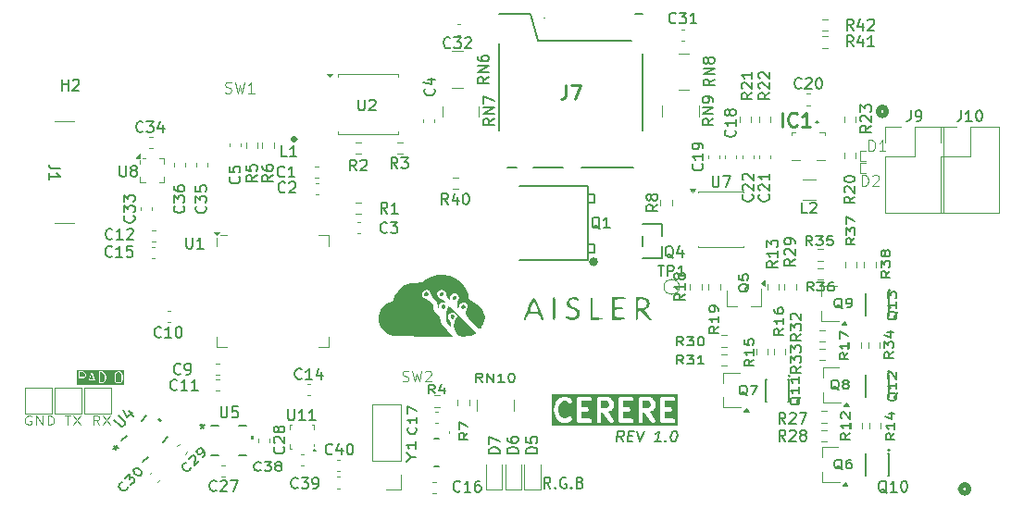
<source format=gbr>
%TF.GenerationSoftware,KiCad,Pcbnew,9.0.7*%
%TF.CreationDate,2026-01-13T15:48:47+01:00*%
%TF.ProjectId,TABv1,54414276-312e-46b6-9963-61645f706362,rev?*%
%TF.SameCoordinates,Original*%
%TF.FileFunction,Legend,Top*%
%TF.FilePolarity,Positive*%
%FSLAX46Y46*%
G04 Gerber Fmt 4.6, Leading zero omitted, Abs format (unit mm)*
G04 Created by KiCad (PCBNEW 9.0.7) date 2026-01-13 15:48:47*
%MOMM*%
%LPD*%
G01*
G04 APERTURE LIST*
%ADD10C,0.100000*%
%ADD11C,0.150000*%
%ADD12C,0.400000*%
%ADD13C,0.200000*%
%ADD14C,0.254000*%
%ADD15C,0.120000*%
%ADD16C,0.152400*%
%ADD17C,0.000000*%
%ADD18C,0.054570*%
%ADD19C,0.350000*%
%ADD20C,0.508000*%
G04 APERTURE END LIST*
D10*
G36*
X80014970Y-67063739D02*
G01*
X80096123Y-67144892D01*
X80137660Y-67227966D01*
X80182455Y-67407145D01*
X80182455Y-67537692D01*
X80137660Y-67716870D01*
X80096123Y-67799944D01*
X80014969Y-67881098D01*
X79891009Y-67922419D01*
X79711027Y-67922419D01*
X79711027Y-67022419D01*
X79891009Y-67022419D01*
X80014970Y-67063739D01*
G37*
G36*
X81583790Y-67061131D02*
G01*
X81663496Y-67140837D01*
X81706264Y-67311907D01*
X81706264Y-67632930D01*
X81663496Y-67803999D01*
X81583788Y-67883708D01*
X81506366Y-67922419D01*
X81339497Y-67922419D01*
X81262074Y-67883707D01*
X81182365Y-67803998D01*
X81139598Y-67632930D01*
X81139598Y-67311907D01*
X81182365Y-67140837D01*
X81262071Y-67061131D01*
X81339497Y-67022419D01*
X81506366Y-67022419D01*
X81583790Y-67061131D01*
G37*
G36*
X79163084Y-67636704D02*
G01*
X78825636Y-67636704D01*
X78994360Y-67130532D01*
X79163084Y-67636704D01*
G37*
G36*
X78250456Y-67061130D02*
G01*
X78286600Y-67097275D01*
X78325312Y-67174698D01*
X78325312Y-67293948D01*
X78286600Y-67371371D01*
X78250456Y-67407516D01*
X78173033Y-67446228D01*
X77853884Y-67446228D01*
X77853884Y-67022419D01*
X78173033Y-67022419D01*
X78250456Y-67061130D01*
G37*
G36*
X81917375Y-68133530D02*
G01*
X77642773Y-68133530D01*
X77642773Y-66972419D01*
X77753884Y-66972419D01*
X77753884Y-67972419D01*
X77757690Y-67991553D01*
X77784750Y-68018613D01*
X77823018Y-68018613D01*
X77850078Y-67991553D01*
X77853884Y-67972419D01*
X77853884Y-67546228D01*
X78015946Y-67546228D01*
X78334350Y-68001092D01*
X78348441Y-68014585D01*
X78386127Y-68021235D01*
X78417478Y-67999290D01*
X78421594Y-67975963D01*
X78611153Y-67975963D01*
X78628267Y-68010192D01*
X78664571Y-68022293D01*
X78698800Y-68005179D01*
X78708461Y-67988230D01*
X78792303Y-67736704D01*
X79196417Y-67736704D01*
X79280259Y-67988230D01*
X79289920Y-68005178D01*
X79324149Y-68022293D01*
X79360453Y-68010191D01*
X79377567Y-67975963D01*
X79375127Y-67956607D01*
X79047064Y-66972419D01*
X79611027Y-66972419D01*
X79611027Y-67972419D01*
X79614833Y-67991553D01*
X79641893Y-68018613D01*
X79661027Y-68022419D01*
X79899122Y-68022419D01*
X79906984Y-68020855D01*
X79914933Y-68019853D01*
X80057790Y-67972234D01*
X80059965Y-67970994D01*
X80061114Y-67970994D01*
X80067784Y-67966536D01*
X80074738Y-67962573D01*
X80075250Y-67961547D01*
X80077335Y-67960155D01*
X80172573Y-67864916D01*
X80177026Y-67858250D01*
X80181938Y-67851922D01*
X80229557Y-67756684D01*
X80231003Y-67751402D01*
X80233343Y-67746450D01*
X80280962Y-67555974D01*
X80281259Y-67549856D01*
X80282455Y-67543847D01*
X80282455Y-67400990D01*
X80281259Y-67394980D01*
X80280962Y-67388863D01*
X80233343Y-67198387D01*
X80231003Y-67193434D01*
X80229557Y-67188153D01*
X80181938Y-67092915D01*
X80177022Y-67086580D01*
X80172572Y-67079921D01*
X80077334Y-66984683D01*
X80075251Y-66983291D01*
X80074738Y-66982265D01*
X80067777Y-66978297D01*
X80061113Y-66973844D01*
X80059965Y-66973844D01*
X80057790Y-66972604D01*
X80057235Y-66972419D01*
X80611027Y-66972419D01*
X80611027Y-67972419D01*
X80614833Y-67991553D01*
X80641893Y-68018613D01*
X80680161Y-68018613D01*
X80707221Y-67991553D01*
X80711027Y-67972419D01*
X80711027Y-67305752D01*
X81039598Y-67305752D01*
X81039598Y-67639085D01*
X81040793Y-67645094D01*
X81041091Y-67651212D01*
X81088710Y-67841688D01*
X81091023Y-67846584D01*
X81091023Y-67848695D01*
X81094427Y-67853790D01*
X81097043Y-67859327D01*
X81098851Y-67860412D01*
X81101861Y-67864916D01*
X81197100Y-67960155D01*
X81203759Y-67964605D01*
X81210094Y-67969521D01*
X81305332Y-68017140D01*
X81307747Y-68017801D01*
X81308559Y-68018613D01*
X81316420Y-68020176D01*
X81324148Y-68022293D01*
X81325236Y-68021930D01*
X81327693Y-68022419D01*
X81518169Y-68022419D01*
X81520625Y-68021930D01*
X81521714Y-68022293D01*
X81529441Y-68020176D01*
X81537303Y-68018613D01*
X81538114Y-68017801D01*
X81540530Y-68017140D01*
X81635767Y-67969522D01*
X81642094Y-67964611D01*
X81648763Y-67960155D01*
X81744001Y-67864916D01*
X81747010Y-67860412D01*
X81748819Y-67859327D01*
X81751434Y-67853790D01*
X81754839Y-67848695D01*
X81754839Y-67846584D01*
X81757152Y-67841688D01*
X81804771Y-67651212D01*
X81805068Y-67645094D01*
X81806264Y-67639085D01*
X81806264Y-67305752D01*
X81805068Y-67299742D01*
X81804771Y-67293625D01*
X81757152Y-67103149D01*
X81754839Y-67098252D01*
X81754839Y-67096142D01*
X81751435Y-67091048D01*
X81748819Y-67085510D01*
X81747008Y-67084423D01*
X81744000Y-67079921D01*
X81648762Y-66984683D01*
X81642100Y-66980231D01*
X81635767Y-66975316D01*
X81540530Y-66927698D01*
X81538114Y-66927036D01*
X81537303Y-66926225D01*
X81529441Y-66924661D01*
X81521714Y-66922545D01*
X81520625Y-66922907D01*
X81518169Y-66922419D01*
X81327693Y-66922419D01*
X81325236Y-66922907D01*
X81324148Y-66922545D01*
X81316420Y-66924661D01*
X81308559Y-66926225D01*
X81307747Y-66927036D01*
X81305332Y-66927698D01*
X81210094Y-66975317D01*
X81203759Y-66980232D01*
X81197100Y-66984683D01*
X81101862Y-67079921D01*
X81098853Y-67084423D01*
X81097043Y-67085510D01*
X81094426Y-67091048D01*
X81091023Y-67096142D01*
X81091023Y-67098252D01*
X81088710Y-67103149D01*
X81041091Y-67293625D01*
X81040793Y-67299742D01*
X81039598Y-67305752D01*
X80711027Y-67305752D01*
X80711027Y-66972419D01*
X80707221Y-66953285D01*
X80680161Y-66926225D01*
X80641893Y-66926225D01*
X80614833Y-66953285D01*
X80611027Y-66972419D01*
X80057235Y-66972419D01*
X79914933Y-66924985D01*
X79906984Y-66923982D01*
X79899122Y-66922419D01*
X79661027Y-66922419D01*
X79641893Y-66926225D01*
X79614833Y-66953285D01*
X79611027Y-66972419D01*
X79047064Y-66972419D01*
X79041794Y-66956608D01*
X79032133Y-66939659D01*
X79028790Y-66937987D01*
X79027120Y-66934647D01*
X79012083Y-66929634D01*
X78997904Y-66922545D01*
X78994359Y-66923726D01*
X78990816Y-66922545D01*
X78976642Y-66929632D01*
X78961600Y-66934646D01*
X78959928Y-66937989D01*
X78956587Y-66939660D01*
X78946926Y-66956608D01*
X78613593Y-67956608D01*
X78611153Y-67975963D01*
X78421594Y-67975963D01*
X78424128Y-67961604D01*
X78416274Y-67943746D01*
X78138012Y-67546228D01*
X78184836Y-67546228D01*
X78187292Y-67545739D01*
X78188381Y-67546102D01*
X78196108Y-67543985D01*
X78203970Y-67542422D01*
X78204781Y-67541610D01*
X78207197Y-67540949D01*
X78302434Y-67493331D01*
X78308767Y-67488415D01*
X78315429Y-67483964D01*
X78363048Y-67436346D01*
X78367502Y-67429679D01*
X78372414Y-67423351D01*
X78420033Y-67328113D01*
X78420694Y-67325697D01*
X78421506Y-67324886D01*
X78423069Y-67317024D01*
X78425186Y-67309297D01*
X78424823Y-67308208D01*
X78425312Y-67305752D01*
X78425312Y-67162895D01*
X78424823Y-67160438D01*
X78425186Y-67159350D01*
X78423069Y-67151622D01*
X78421506Y-67143761D01*
X78420694Y-67142949D01*
X78420033Y-67140534D01*
X78372414Y-67045296D01*
X78367502Y-67038967D01*
X78363048Y-67032301D01*
X78315429Y-66984683D01*
X78308767Y-66980231D01*
X78302434Y-66975316D01*
X78207197Y-66927698D01*
X78204781Y-66927036D01*
X78203970Y-66926225D01*
X78196108Y-66924661D01*
X78188381Y-66922545D01*
X78187292Y-66922907D01*
X78184836Y-66922419D01*
X77803884Y-66922419D01*
X77784750Y-66926225D01*
X77757690Y-66953285D01*
X77753884Y-66972419D01*
X77642773Y-66972419D01*
X77642773Y-66811308D01*
X81917375Y-66811308D01*
X81917375Y-68133530D01*
G37*
X76461027Y-70996895D02*
X77032455Y-70996895D01*
X76746741Y-71796895D02*
X76746741Y-70996895D01*
X77270551Y-70996895D02*
X77937217Y-71796895D01*
X77937217Y-70996895D02*
X77270551Y-71796895D01*
X79675312Y-71796895D02*
X79341979Y-71415942D01*
X79103884Y-71796895D02*
X79103884Y-70996895D01*
X79103884Y-70996895D02*
X79484836Y-70996895D01*
X79484836Y-70996895D02*
X79580074Y-71034990D01*
X79580074Y-71034990D02*
X79627693Y-71073085D01*
X79627693Y-71073085D02*
X79675312Y-71149276D01*
X79675312Y-71149276D02*
X79675312Y-71263561D01*
X79675312Y-71263561D02*
X79627693Y-71339752D01*
X79627693Y-71339752D02*
X79580074Y-71377847D01*
X79580074Y-71377847D02*
X79484836Y-71415942D01*
X79484836Y-71415942D02*
X79103884Y-71415942D01*
X80008646Y-70996895D02*
X80675312Y-71796895D01*
X80675312Y-70996895D02*
X80008646Y-71796895D01*
X73427693Y-71034990D02*
X73332455Y-70996895D01*
X73332455Y-70996895D02*
X73189598Y-70996895D01*
X73189598Y-70996895D02*
X73046741Y-71034990D01*
X73046741Y-71034990D02*
X72951503Y-71111180D01*
X72951503Y-71111180D02*
X72903884Y-71187371D01*
X72903884Y-71187371D02*
X72856265Y-71339752D01*
X72856265Y-71339752D02*
X72856265Y-71454038D01*
X72856265Y-71454038D02*
X72903884Y-71606419D01*
X72903884Y-71606419D02*
X72951503Y-71682609D01*
X72951503Y-71682609D02*
X73046741Y-71758800D01*
X73046741Y-71758800D02*
X73189598Y-71796895D01*
X73189598Y-71796895D02*
X73284836Y-71796895D01*
X73284836Y-71796895D02*
X73427693Y-71758800D01*
X73427693Y-71758800D02*
X73475312Y-71720704D01*
X73475312Y-71720704D02*
X73475312Y-71454038D01*
X73475312Y-71454038D02*
X73284836Y-71454038D01*
X73903884Y-71796895D02*
X73903884Y-70996895D01*
X73903884Y-70996895D02*
X74475312Y-71796895D01*
X74475312Y-71796895D02*
X74475312Y-70996895D01*
X74951503Y-71796895D02*
X74951503Y-70996895D01*
X74951503Y-70996895D02*
X75189598Y-70996895D01*
X75189598Y-70996895D02*
X75332455Y-71034990D01*
X75332455Y-71034990D02*
X75427693Y-71111180D01*
X75427693Y-71111180D02*
X75475312Y-71187371D01*
X75475312Y-71187371D02*
X75522931Y-71339752D01*
X75522931Y-71339752D02*
X75522931Y-71454038D01*
X75522931Y-71454038D02*
X75475312Y-71606419D01*
X75475312Y-71606419D02*
X75427693Y-71682609D01*
X75427693Y-71682609D02*
X75332455Y-71758800D01*
X75332455Y-71758800D02*
X75189598Y-71796895D01*
X75189598Y-71796895D02*
X74951503Y-71796895D01*
D11*
X120908207Y-77619819D02*
X120574874Y-77143628D01*
X120336779Y-77619819D02*
X120336779Y-76619819D01*
X120336779Y-76619819D02*
X120717731Y-76619819D01*
X120717731Y-76619819D02*
X120812969Y-76667438D01*
X120812969Y-76667438D02*
X120860588Y-76715057D01*
X120860588Y-76715057D02*
X120908207Y-76810295D01*
X120908207Y-76810295D02*
X120908207Y-76953152D01*
X120908207Y-76953152D02*
X120860588Y-77048390D01*
X120860588Y-77048390D02*
X120812969Y-77096009D01*
X120812969Y-77096009D02*
X120717731Y-77143628D01*
X120717731Y-77143628D02*
X120336779Y-77143628D01*
X121336779Y-77524580D02*
X121384398Y-77572200D01*
X121384398Y-77572200D02*
X121336779Y-77619819D01*
X121336779Y-77619819D02*
X121289160Y-77572200D01*
X121289160Y-77572200D02*
X121336779Y-77524580D01*
X121336779Y-77524580D02*
X121336779Y-77619819D01*
X122336778Y-76667438D02*
X122241540Y-76619819D01*
X122241540Y-76619819D02*
X122098683Y-76619819D01*
X122098683Y-76619819D02*
X121955826Y-76667438D01*
X121955826Y-76667438D02*
X121860588Y-76762676D01*
X121860588Y-76762676D02*
X121812969Y-76857914D01*
X121812969Y-76857914D02*
X121765350Y-77048390D01*
X121765350Y-77048390D02*
X121765350Y-77191247D01*
X121765350Y-77191247D02*
X121812969Y-77381723D01*
X121812969Y-77381723D02*
X121860588Y-77476961D01*
X121860588Y-77476961D02*
X121955826Y-77572200D01*
X121955826Y-77572200D02*
X122098683Y-77619819D01*
X122098683Y-77619819D02*
X122193921Y-77619819D01*
X122193921Y-77619819D02*
X122336778Y-77572200D01*
X122336778Y-77572200D02*
X122384397Y-77524580D01*
X122384397Y-77524580D02*
X122384397Y-77191247D01*
X122384397Y-77191247D02*
X122193921Y-77191247D01*
X122812969Y-77524580D02*
X122860588Y-77572200D01*
X122860588Y-77572200D02*
X122812969Y-77619819D01*
X122812969Y-77619819D02*
X122765350Y-77572200D01*
X122765350Y-77572200D02*
X122812969Y-77524580D01*
X122812969Y-77524580D02*
X122812969Y-77619819D01*
X123622492Y-77096009D02*
X123765349Y-77143628D01*
X123765349Y-77143628D02*
X123812968Y-77191247D01*
X123812968Y-77191247D02*
X123860587Y-77286485D01*
X123860587Y-77286485D02*
X123860587Y-77429342D01*
X123860587Y-77429342D02*
X123812968Y-77524580D01*
X123812968Y-77524580D02*
X123765349Y-77572200D01*
X123765349Y-77572200D02*
X123670111Y-77619819D01*
X123670111Y-77619819D02*
X123289159Y-77619819D01*
X123289159Y-77619819D02*
X123289159Y-76619819D01*
X123289159Y-76619819D02*
X123622492Y-76619819D01*
X123622492Y-76619819D02*
X123717730Y-76667438D01*
X123717730Y-76667438D02*
X123765349Y-76715057D01*
X123765349Y-76715057D02*
X123812968Y-76810295D01*
X123812968Y-76810295D02*
X123812968Y-76905533D01*
X123812968Y-76905533D02*
X123765349Y-77000771D01*
X123765349Y-77000771D02*
X123717730Y-77048390D01*
X123717730Y-77048390D02*
X123622492Y-77096009D01*
X123622492Y-77096009D02*
X123289159Y-77096009D01*
D12*
G36*
X126182781Y-69694047D02*
G01*
X126232119Y-69743385D01*
X126291728Y-69862603D01*
X126291728Y-70053891D01*
X126232119Y-70173107D01*
X126182779Y-70222448D01*
X126063563Y-70282057D01*
X125548871Y-70282057D01*
X125548871Y-69634438D01*
X126063563Y-69634438D01*
X126182781Y-69694047D01*
G37*
G36*
X129992305Y-69694047D02*
G01*
X130041643Y-69743385D01*
X130101252Y-69862603D01*
X130101252Y-70053891D01*
X130041643Y-70173107D01*
X129992303Y-70222448D01*
X129873087Y-70282057D01*
X129358395Y-70282057D01*
X129358395Y-69634438D01*
X129873087Y-69634438D01*
X129992305Y-69694047D01*
G37*
G36*
X132529155Y-71856660D02*
G01*
X121021887Y-71856660D01*
X121021887Y-70291580D01*
X121244109Y-70291580D01*
X121244109Y-70577295D01*
X121244779Y-70584103D01*
X121244346Y-70587017D01*
X121246504Y-70601618D01*
X121247952Y-70616313D01*
X121249079Y-70619035D01*
X121250080Y-70625802D01*
X121345318Y-71006754D01*
X121346346Y-71009633D01*
X121346449Y-71011072D01*
X121352659Y-71027300D01*
X121358510Y-71043675D01*
X121359369Y-71044834D01*
X121360462Y-71047690D01*
X121455700Y-71238166D01*
X121466269Y-71254957D01*
X121468291Y-71259837D01*
X121472799Y-71265330D01*
X121476586Y-71271346D01*
X121480576Y-71274806D01*
X121493163Y-71290144D01*
X121683639Y-71480621D01*
X121713946Y-71505493D01*
X121720585Y-71508243D01*
X121726015Y-71512952D01*
X121761816Y-71528937D01*
X122047531Y-71624175D01*
X122066877Y-71628573D01*
X122071758Y-71630595D01*
X122078834Y-71631291D01*
X122085762Y-71632867D01*
X122091027Y-71632492D01*
X122110776Y-71634438D01*
X122301252Y-71634438D01*
X122321001Y-71632492D01*
X122326267Y-71632867D01*
X122333195Y-71631291D01*
X122340270Y-71630595D01*
X122345148Y-71628574D01*
X122364498Y-71624175D01*
X122650212Y-71528937D01*
X122686012Y-71512952D01*
X122691441Y-71508243D01*
X122698081Y-71505493D01*
X122728388Y-71480621D01*
X122823626Y-71385381D01*
X122848499Y-71355074D01*
X122878362Y-71282978D01*
X122878361Y-71204942D01*
X122848498Y-71132846D01*
X122793317Y-71077666D01*
X122721221Y-71047803D01*
X122643185Y-71047804D01*
X122571089Y-71077667D01*
X122540782Y-71102540D01*
X122478929Y-71164393D01*
X122268795Y-71234438D01*
X122143232Y-71234438D01*
X121933096Y-71164393D01*
X121798956Y-71030251D01*
X121728050Y-70888440D01*
X121644109Y-70552672D01*
X121644109Y-70316202D01*
X121728050Y-69980434D01*
X121798956Y-69838622D01*
X121933097Y-69704482D01*
X122143232Y-69634438D01*
X122268795Y-69634438D01*
X122478931Y-69704483D01*
X122540783Y-69766335D01*
X122571090Y-69791208D01*
X122643186Y-69821071D01*
X122721222Y-69821071D01*
X122793318Y-69791208D01*
X122848498Y-69736028D01*
X122878361Y-69663932D01*
X122878361Y-69585896D01*
X122848498Y-69513800D01*
X122823625Y-69483493D01*
X122774570Y-69434438D01*
X123339347Y-69434438D01*
X123339347Y-71434438D01*
X123343190Y-71473456D01*
X123373053Y-71545552D01*
X123428233Y-71600732D01*
X123500329Y-71630595D01*
X123539347Y-71634438D01*
X124491728Y-71634438D01*
X124530746Y-71630595D01*
X124602842Y-71600732D01*
X124658022Y-71545552D01*
X124687885Y-71473456D01*
X124687885Y-71395420D01*
X124658022Y-71323324D01*
X124602842Y-71268144D01*
X124530746Y-71238281D01*
X124491728Y-71234438D01*
X123739347Y-71234438D01*
X123739347Y-70586819D01*
X124206014Y-70586819D01*
X124245032Y-70582976D01*
X124317128Y-70553113D01*
X124372308Y-70497933D01*
X124402171Y-70425837D01*
X124402171Y-70347801D01*
X124372308Y-70275705D01*
X124317128Y-70220525D01*
X124245032Y-70190662D01*
X124206014Y-70186819D01*
X123739347Y-70186819D01*
X123739347Y-69634438D01*
X124491728Y-69634438D01*
X124530746Y-69630595D01*
X124602842Y-69600732D01*
X124658022Y-69545552D01*
X124687885Y-69473456D01*
X124687885Y-69434438D01*
X125148871Y-69434438D01*
X125148871Y-71434438D01*
X125152714Y-71473456D01*
X125182577Y-71545552D01*
X125237757Y-71600732D01*
X125309853Y-71630595D01*
X125387889Y-71630595D01*
X125459985Y-71600732D01*
X125515165Y-71545552D01*
X125545028Y-71473456D01*
X125548871Y-71434438D01*
X125548871Y-70682057D01*
X125720930Y-70682057D01*
X126327881Y-71549130D01*
X126353405Y-71578891D01*
X126419214Y-71620829D01*
X126496063Y-71634391D01*
X126572252Y-71617511D01*
X126636181Y-71572760D01*
X126678119Y-71506951D01*
X126691681Y-71430102D01*
X126674801Y-71353914D01*
X126655574Y-71319745D01*
X126195638Y-70662694D01*
X126200219Y-70660942D01*
X126390695Y-70565704D01*
X126407488Y-70555132D01*
X126412367Y-70553112D01*
X126417858Y-70548605D01*
X126423875Y-70544818D01*
X126427336Y-70540827D01*
X126442674Y-70528240D01*
X126537912Y-70433000D01*
X126550498Y-70417664D01*
X126554489Y-70414203D01*
X126558275Y-70408187D01*
X126562785Y-70402693D01*
X126564806Y-70397811D01*
X126575375Y-70381023D01*
X126670614Y-70190546D01*
X126684626Y-70153929D01*
X126685135Y-70146759D01*
X126687885Y-70140122D01*
X126691728Y-70101104D01*
X126691728Y-69815390D01*
X126687885Y-69776372D01*
X126685135Y-69769734D01*
X126684626Y-69762565D01*
X126670614Y-69725948D01*
X126575375Y-69535471D01*
X126564805Y-69518679D01*
X126562784Y-69513800D01*
X126558276Y-69508307D01*
X126554489Y-69502291D01*
X126550497Y-69498829D01*
X126537911Y-69483493D01*
X126488856Y-69434438D01*
X127148871Y-69434438D01*
X127148871Y-71434438D01*
X127152714Y-71473456D01*
X127182577Y-71545552D01*
X127237757Y-71600732D01*
X127309853Y-71630595D01*
X127348871Y-71634438D01*
X128301252Y-71634438D01*
X128340270Y-71630595D01*
X128412366Y-71600732D01*
X128467546Y-71545552D01*
X128497409Y-71473456D01*
X128497409Y-71395420D01*
X128467546Y-71323324D01*
X128412366Y-71268144D01*
X128340270Y-71238281D01*
X128301252Y-71234438D01*
X127548871Y-71234438D01*
X127548871Y-70586819D01*
X128015538Y-70586819D01*
X128054556Y-70582976D01*
X128126652Y-70553113D01*
X128181832Y-70497933D01*
X128211695Y-70425837D01*
X128211695Y-70347801D01*
X128181832Y-70275705D01*
X128126652Y-70220525D01*
X128054556Y-70190662D01*
X128015538Y-70186819D01*
X127548871Y-70186819D01*
X127548871Y-69634438D01*
X128301252Y-69634438D01*
X128340270Y-69630595D01*
X128412366Y-69600732D01*
X128467546Y-69545552D01*
X128497409Y-69473456D01*
X128497409Y-69434438D01*
X128958395Y-69434438D01*
X128958395Y-71434438D01*
X128962238Y-71473456D01*
X128992101Y-71545552D01*
X129047281Y-71600732D01*
X129119377Y-71630595D01*
X129197413Y-71630595D01*
X129269509Y-71600732D01*
X129324689Y-71545552D01*
X129354552Y-71473456D01*
X129358395Y-71434438D01*
X129358395Y-70682057D01*
X129530454Y-70682057D01*
X130137405Y-71549130D01*
X130162929Y-71578891D01*
X130228738Y-71620829D01*
X130305587Y-71634391D01*
X130381776Y-71617511D01*
X130445705Y-71572760D01*
X130487643Y-71506951D01*
X130501205Y-71430102D01*
X130484325Y-71353914D01*
X130465098Y-71319745D01*
X130005162Y-70662694D01*
X130009743Y-70660942D01*
X130200219Y-70565704D01*
X130217012Y-70555132D01*
X130221891Y-70553112D01*
X130227382Y-70548605D01*
X130233399Y-70544818D01*
X130236860Y-70540827D01*
X130252198Y-70528240D01*
X130347436Y-70433000D01*
X130360022Y-70417664D01*
X130364013Y-70414203D01*
X130367799Y-70408187D01*
X130372309Y-70402693D01*
X130374330Y-70397811D01*
X130384899Y-70381023D01*
X130480138Y-70190546D01*
X130494150Y-70153929D01*
X130494659Y-70146759D01*
X130497409Y-70140122D01*
X130501252Y-70101104D01*
X130501252Y-69815390D01*
X130497409Y-69776372D01*
X130494659Y-69769734D01*
X130494150Y-69762565D01*
X130480138Y-69725948D01*
X130384899Y-69535471D01*
X130374329Y-69518679D01*
X130372308Y-69513800D01*
X130367800Y-69508307D01*
X130364013Y-69502291D01*
X130360021Y-69498829D01*
X130347435Y-69483493D01*
X130298380Y-69434438D01*
X130958395Y-69434438D01*
X130958395Y-71434438D01*
X130962238Y-71473456D01*
X130992101Y-71545552D01*
X131047281Y-71600732D01*
X131119377Y-71630595D01*
X131158395Y-71634438D01*
X132110776Y-71634438D01*
X132149794Y-71630595D01*
X132221890Y-71600732D01*
X132277070Y-71545552D01*
X132306933Y-71473456D01*
X132306933Y-71395420D01*
X132277070Y-71323324D01*
X132221890Y-71268144D01*
X132149794Y-71238281D01*
X132110776Y-71234438D01*
X131358395Y-71234438D01*
X131358395Y-70586819D01*
X131825062Y-70586819D01*
X131864080Y-70582976D01*
X131936176Y-70553113D01*
X131991356Y-70497933D01*
X132021219Y-70425837D01*
X132021219Y-70347801D01*
X131991356Y-70275705D01*
X131936176Y-70220525D01*
X131864080Y-70190662D01*
X131825062Y-70186819D01*
X131358395Y-70186819D01*
X131358395Y-69634438D01*
X132110776Y-69634438D01*
X132149794Y-69630595D01*
X132221890Y-69600732D01*
X132277070Y-69545552D01*
X132306933Y-69473456D01*
X132306933Y-69395420D01*
X132277070Y-69323324D01*
X132221890Y-69268144D01*
X132149794Y-69238281D01*
X132110776Y-69234438D01*
X131158395Y-69234438D01*
X131119377Y-69238281D01*
X131047281Y-69268144D01*
X130992101Y-69323324D01*
X130962238Y-69395420D01*
X130958395Y-69434438D01*
X130298380Y-69434438D01*
X130252197Y-69388255D01*
X130236861Y-69375668D01*
X130233399Y-69371677D01*
X130227382Y-69367889D01*
X130221890Y-69363382D01*
X130217010Y-69361360D01*
X130200219Y-69350791D01*
X130009743Y-69255553D01*
X129973125Y-69241540D01*
X129965955Y-69241030D01*
X129959318Y-69238281D01*
X129920300Y-69234438D01*
X129158395Y-69234438D01*
X129119377Y-69238281D01*
X129047281Y-69268144D01*
X128992101Y-69323324D01*
X128962238Y-69395420D01*
X128958395Y-69434438D01*
X128497409Y-69434438D01*
X128497409Y-69395420D01*
X128467546Y-69323324D01*
X128412366Y-69268144D01*
X128340270Y-69238281D01*
X128301252Y-69234438D01*
X127348871Y-69234438D01*
X127309853Y-69238281D01*
X127237757Y-69268144D01*
X127182577Y-69323324D01*
X127152714Y-69395420D01*
X127148871Y-69434438D01*
X126488856Y-69434438D01*
X126442673Y-69388255D01*
X126427337Y-69375668D01*
X126423875Y-69371677D01*
X126417858Y-69367889D01*
X126412366Y-69363382D01*
X126407486Y-69361360D01*
X126390695Y-69350791D01*
X126200219Y-69255553D01*
X126163601Y-69241540D01*
X126156431Y-69241030D01*
X126149794Y-69238281D01*
X126110776Y-69234438D01*
X125348871Y-69234438D01*
X125309853Y-69238281D01*
X125237757Y-69268144D01*
X125182577Y-69323324D01*
X125152714Y-69395420D01*
X125148871Y-69434438D01*
X124687885Y-69434438D01*
X124687885Y-69395420D01*
X124658022Y-69323324D01*
X124602842Y-69268144D01*
X124530746Y-69238281D01*
X124491728Y-69234438D01*
X123539347Y-69234438D01*
X123500329Y-69238281D01*
X123428233Y-69268144D01*
X123373053Y-69323324D01*
X123343190Y-69395420D01*
X123339347Y-69434438D01*
X122774570Y-69434438D01*
X122728387Y-69388255D01*
X122698080Y-69363382D01*
X122691440Y-69360631D01*
X122686012Y-69355924D01*
X122650212Y-69339939D01*
X122364498Y-69244701D01*
X122345148Y-69240301D01*
X122340270Y-69238281D01*
X122333195Y-69237584D01*
X122326267Y-69236009D01*
X122321001Y-69236383D01*
X122301252Y-69234438D01*
X122110776Y-69234438D01*
X122091027Y-69236383D01*
X122085762Y-69236009D01*
X122078834Y-69237584D01*
X122071758Y-69238281D01*
X122066877Y-69240302D01*
X122047531Y-69244701D01*
X121761816Y-69339939D01*
X121726015Y-69355924D01*
X121720586Y-69360631D01*
X121713947Y-69363382D01*
X121683640Y-69388254D01*
X121493164Y-69578731D01*
X121480577Y-69594066D01*
X121476586Y-69597529D01*
X121472798Y-69603545D01*
X121468291Y-69609038D01*
X121466269Y-69613917D01*
X121455700Y-69630709D01*
X121360462Y-69821185D01*
X121359369Y-69824040D01*
X121358510Y-69825200D01*
X121352659Y-69841574D01*
X121346449Y-69857803D01*
X121346346Y-69859241D01*
X121345318Y-69862121D01*
X121250080Y-70243073D01*
X121249079Y-70249839D01*
X121247952Y-70252562D01*
X121246504Y-70267256D01*
X121244346Y-70281858D01*
X121244779Y-70284771D01*
X121244109Y-70291580D01*
X121021887Y-70291580D01*
X121021887Y-69012216D01*
X132529155Y-69012216D01*
X132529155Y-71856660D01*
G37*
D13*
X127535149Y-73367219D02*
X127261339Y-72891028D01*
X126963720Y-73367219D02*
X127088720Y-72367219D01*
X127088720Y-72367219D02*
X127469673Y-72367219D01*
X127469673Y-72367219D02*
X127558958Y-72414838D01*
X127558958Y-72414838D02*
X127600625Y-72462457D01*
X127600625Y-72462457D02*
X127636339Y-72557695D01*
X127636339Y-72557695D02*
X127618482Y-72700552D01*
X127618482Y-72700552D02*
X127558958Y-72795790D01*
X127558958Y-72795790D02*
X127505387Y-72843409D01*
X127505387Y-72843409D02*
X127404197Y-72891028D01*
X127404197Y-72891028D02*
X127023244Y-72891028D01*
X128029197Y-72843409D02*
X128362530Y-72843409D01*
X128439911Y-73367219D02*
X127963720Y-73367219D01*
X127963720Y-73367219D02*
X128088720Y-72367219D01*
X128088720Y-72367219D02*
X128564911Y-72367219D01*
X128850625Y-72367219D02*
X129058959Y-73367219D01*
X129058959Y-73367219D02*
X129517292Y-72367219D01*
X131011340Y-73367219D02*
X130439911Y-73367219D01*
X130725626Y-73367219D02*
X130850626Y-72367219D01*
X130850626Y-72367219D02*
X130737530Y-72510076D01*
X130737530Y-72510076D02*
X130630388Y-72605314D01*
X130630388Y-72605314D02*
X130529197Y-72652933D01*
X131451816Y-73271980D02*
X131493483Y-73319600D01*
X131493483Y-73319600D02*
X131439911Y-73367219D01*
X131439911Y-73367219D02*
X131398245Y-73319600D01*
X131398245Y-73319600D02*
X131451816Y-73271980D01*
X131451816Y-73271980D02*
X131439911Y-73367219D01*
X132231578Y-72367219D02*
X132326816Y-72367219D01*
X132326816Y-72367219D02*
X132416101Y-72414838D01*
X132416101Y-72414838D02*
X132457768Y-72462457D01*
X132457768Y-72462457D02*
X132493482Y-72557695D01*
X132493482Y-72557695D02*
X132517292Y-72748171D01*
X132517292Y-72748171D02*
X132487530Y-72986266D01*
X132487530Y-72986266D02*
X132416101Y-73176742D01*
X132416101Y-73176742D02*
X132356578Y-73271980D01*
X132356578Y-73271980D02*
X132303006Y-73319600D01*
X132303006Y-73319600D02*
X132201816Y-73367219D01*
X132201816Y-73367219D02*
X132106578Y-73367219D01*
X132106578Y-73367219D02*
X132017292Y-73319600D01*
X132017292Y-73319600D02*
X131975625Y-73271980D01*
X131975625Y-73271980D02*
X131939911Y-73176742D01*
X131939911Y-73176742D02*
X131916101Y-72986266D01*
X131916101Y-72986266D02*
X131945863Y-72748171D01*
X131945863Y-72748171D02*
X132017292Y-72557695D01*
X132017292Y-72557695D02*
X132076816Y-72462457D01*
X132076816Y-72462457D02*
X132130387Y-72414838D01*
X132130387Y-72414838D02*
X132231578Y-72367219D01*
D14*
X142110237Y-44524318D02*
X142110237Y-43254318D01*
X143440714Y-44403365D02*
X143380238Y-44463842D01*
X143380238Y-44463842D02*
X143198809Y-44524318D01*
X143198809Y-44524318D02*
X143077857Y-44524318D01*
X143077857Y-44524318D02*
X142896428Y-44463842D01*
X142896428Y-44463842D02*
X142775476Y-44342889D01*
X142775476Y-44342889D02*
X142714999Y-44221937D01*
X142714999Y-44221937D02*
X142654523Y-43980032D01*
X142654523Y-43980032D02*
X142654523Y-43798603D01*
X142654523Y-43798603D02*
X142714999Y-43556699D01*
X142714999Y-43556699D02*
X142775476Y-43435746D01*
X142775476Y-43435746D02*
X142896428Y-43314794D01*
X142896428Y-43314794D02*
X143077857Y-43254318D01*
X143077857Y-43254318D02*
X143198809Y-43254318D01*
X143198809Y-43254318D02*
X143380238Y-43314794D01*
X143380238Y-43314794D02*
X143440714Y-43375270D01*
X144650238Y-44524318D02*
X143924523Y-44524318D01*
X144287380Y-44524318D02*
X144287380Y-43254318D01*
X144287380Y-43254318D02*
X144166428Y-43435746D01*
X144166428Y-43435746D02*
X144045476Y-43556699D01*
X144045476Y-43556699D02*
X143924523Y-43617175D01*
D11*
X130704819Y-51666666D02*
X130228628Y-51999999D01*
X130704819Y-52238094D02*
X129704819Y-52238094D01*
X129704819Y-52238094D02*
X129704819Y-51857142D01*
X129704819Y-51857142D02*
X129752438Y-51761904D01*
X129752438Y-51761904D02*
X129800057Y-51714285D01*
X129800057Y-51714285D02*
X129895295Y-51666666D01*
X129895295Y-51666666D02*
X130038152Y-51666666D01*
X130038152Y-51666666D02*
X130133390Y-51714285D01*
X130133390Y-51714285D02*
X130181009Y-51761904D01*
X130181009Y-51761904D02*
X130228628Y-51857142D01*
X130228628Y-51857142D02*
X130228628Y-52238094D01*
X130133390Y-51095237D02*
X130085771Y-51190475D01*
X130085771Y-51190475D02*
X130038152Y-51238094D01*
X130038152Y-51238094D02*
X129942914Y-51285713D01*
X129942914Y-51285713D02*
X129895295Y-51285713D01*
X129895295Y-51285713D02*
X129800057Y-51238094D01*
X129800057Y-51238094D02*
X129752438Y-51190475D01*
X129752438Y-51190475D02*
X129704819Y-51095237D01*
X129704819Y-51095237D02*
X129704819Y-50904761D01*
X129704819Y-50904761D02*
X129752438Y-50809523D01*
X129752438Y-50809523D02*
X129800057Y-50761904D01*
X129800057Y-50761904D02*
X129895295Y-50714285D01*
X129895295Y-50714285D02*
X129942914Y-50714285D01*
X129942914Y-50714285D02*
X130038152Y-50761904D01*
X130038152Y-50761904D02*
X130085771Y-50809523D01*
X130085771Y-50809523D02*
X130133390Y-50904761D01*
X130133390Y-50904761D02*
X130133390Y-51095237D01*
X130133390Y-51095237D02*
X130181009Y-51190475D01*
X130181009Y-51190475D02*
X130228628Y-51238094D01*
X130228628Y-51238094D02*
X130323866Y-51285713D01*
X130323866Y-51285713D02*
X130514342Y-51285713D01*
X130514342Y-51285713D02*
X130609580Y-51238094D01*
X130609580Y-51238094D02*
X130657200Y-51190475D01*
X130657200Y-51190475D02*
X130704819Y-51095237D01*
X130704819Y-51095237D02*
X130704819Y-50904761D01*
X130704819Y-50904761D02*
X130657200Y-50809523D01*
X130657200Y-50809523D02*
X130609580Y-50761904D01*
X130609580Y-50761904D02*
X130514342Y-50714285D01*
X130514342Y-50714285D02*
X130323866Y-50714285D01*
X130323866Y-50714285D02*
X130228628Y-50761904D01*
X130228628Y-50761904D02*
X130181009Y-50809523D01*
X130181009Y-50809523D02*
X130133390Y-50904761D01*
X135904819Y-40190476D02*
X135428628Y-40523809D01*
X135904819Y-40761904D02*
X134904819Y-40761904D01*
X134904819Y-40761904D02*
X134904819Y-40380952D01*
X134904819Y-40380952D02*
X134952438Y-40285714D01*
X134952438Y-40285714D02*
X135000057Y-40238095D01*
X135000057Y-40238095D02*
X135095295Y-40190476D01*
X135095295Y-40190476D02*
X135238152Y-40190476D01*
X135238152Y-40190476D02*
X135333390Y-40238095D01*
X135333390Y-40238095D02*
X135381009Y-40285714D01*
X135381009Y-40285714D02*
X135428628Y-40380952D01*
X135428628Y-40380952D02*
X135428628Y-40761904D01*
X135904819Y-39761904D02*
X134904819Y-39761904D01*
X134904819Y-39761904D02*
X135904819Y-39190476D01*
X135904819Y-39190476D02*
X134904819Y-39190476D01*
X135333390Y-38571428D02*
X135285771Y-38666666D01*
X135285771Y-38666666D02*
X135238152Y-38714285D01*
X135238152Y-38714285D02*
X135142914Y-38761904D01*
X135142914Y-38761904D02*
X135095295Y-38761904D01*
X135095295Y-38761904D02*
X135000057Y-38714285D01*
X135000057Y-38714285D02*
X134952438Y-38666666D01*
X134952438Y-38666666D02*
X134904819Y-38571428D01*
X134904819Y-38571428D02*
X134904819Y-38380952D01*
X134904819Y-38380952D02*
X134952438Y-38285714D01*
X134952438Y-38285714D02*
X135000057Y-38238095D01*
X135000057Y-38238095D02*
X135095295Y-38190476D01*
X135095295Y-38190476D02*
X135142914Y-38190476D01*
X135142914Y-38190476D02*
X135238152Y-38238095D01*
X135238152Y-38238095D02*
X135285771Y-38285714D01*
X135285771Y-38285714D02*
X135333390Y-38380952D01*
X135333390Y-38380952D02*
X135333390Y-38571428D01*
X135333390Y-38571428D02*
X135381009Y-38666666D01*
X135381009Y-38666666D02*
X135428628Y-38714285D01*
X135428628Y-38714285D02*
X135523866Y-38761904D01*
X135523866Y-38761904D02*
X135714342Y-38761904D01*
X135714342Y-38761904D02*
X135809580Y-38714285D01*
X135809580Y-38714285D02*
X135857200Y-38666666D01*
X135857200Y-38666666D02*
X135904819Y-38571428D01*
X135904819Y-38571428D02*
X135904819Y-38380952D01*
X135904819Y-38380952D02*
X135857200Y-38285714D01*
X135857200Y-38285714D02*
X135809580Y-38238095D01*
X135809580Y-38238095D02*
X135714342Y-38190476D01*
X135714342Y-38190476D02*
X135523866Y-38190476D01*
X135523866Y-38190476D02*
X135428628Y-38238095D01*
X135428628Y-38238095D02*
X135381009Y-38285714D01*
X135381009Y-38285714D02*
X135333390Y-38380952D01*
X103338095Y-42054819D02*
X103338095Y-42864342D01*
X103338095Y-42864342D02*
X103385714Y-42959580D01*
X103385714Y-42959580D02*
X103433333Y-43007200D01*
X103433333Y-43007200D02*
X103528571Y-43054819D01*
X103528571Y-43054819D02*
X103719047Y-43054819D01*
X103719047Y-43054819D02*
X103814285Y-43007200D01*
X103814285Y-43007200D02*
X103861904Y-42959580D01*
X103861904Y-42959580D02*
X103909523Y-42864342D01*
X103909523Y-42864342D02*
X103909523Y-42054819D01*
X104338095Y-42150057D02*
X104385714Y-42102438D01*
X104385714Y-42102438D02*
X104480952Y-42054819D01*
X104480952Y-42054819D02*
X104719047Y-42054819D01*
X104719047Y-42054819D02*
X104814285Y-42102438D01*
X104814285Y-42102438D02*
X104861904Y-42150057D01*
X104861904Y-42150057D02*
X104909523Y-42245295D01*
X104909523Y-42245295D02*
X104909523Y-42340533D01*
X104909523Y-42340533D02*
X104861904Y-42483390D01*
X104861904Y-42483390D02*
X104290476Y-43054819D01*
X104290476Y-43054819D02*
X104909523Y-43054819D01*
X81025750Y-71353247D02*
X81598170Y-71925667D01*
X81598170Y-71925667D02*
X81699185Y-71959339D01*
X81699185Y-71959339D02*
X81766529Y-71959339D01*
X81766529Y-71959339D02*
X81867544Y-71925667D01*
X81867544Y-71925667D02*
X82002231Y-71790980D01*
X82002231Y-71790980D02*
X82035903Y-71689965D01*
X82035903Y-71689965D02*
X82035903Y-71622621D01*
X82035903Y-71622621D02*
X82002231Y-71521606D01*
X82002231Y-71521606D02*
X81429811Y-70949186D01*
X82305277Y-70545125D02*
X82776681Y-71016530D01*
X81867544Y-70444110D02*
X82204262Y-71117545D01*
X82204262Y-71117545D02*
X82641994Y-70679812D01*
X80983183Y-73731600D02*
X81151541Y-73899959D01*
X80915839Y-74000974D02*
X81151541Y-73899959D01*
X81151541Y-73899959D02*
X81252557Y-73664257D01*
X81185213Y-74135661D02*
X81151541Y-73899959D01*
X81151541Y-73899959D02*
X81387244Y-73933631D01*
X80983183Y-73731600D02*
X81151541Y-73899959D01*
X80915839Y-74000974D02*
X81151541Y-73899959D01*
X81151541Y-73899959D02*
X81252557Y-73664257D01*
X81185213Y-74135661D02*
X81151541Y-73899959D01*
X81151541Y-73899959D02*
X81387244Y-73933631D01*
X152262295Y-65142857D02*
X151881342Y-65476190D01*
X152262295Y-65714285D02*
X151462295Y-65714285D01*
X151462295Y-65714285D02*
X151462295Y-65333333D01*
X151462295Y-65333333D02*
X151500390Y-65238095D01*
X151500390Y-65238095D02*
X151538485Y-65190476D01*
X151538485Y-65190476D02*
X151614676Y-65142857D01*
X151614676Y-65142857D02*
X151728961Y-65142857D01*
X151728961Y-65142857D02*
X151805152Y-65190476D01*
X151805152Y-65190476D02*
X151843247Y-65238095D01*
X151843247Y-65238095D02*
X151881342Y-65333333D01*
X151881342Y-65333333D02*
X151881342Y-65714285D01*
X151462295Y-64809523D02*
X151462295Y-64190476D01*
X151462295Y-64190476D02*
X151767057Y-64523809D01*
X151767057Y-64523809D02*
X151767057Y-64380952D01*
X151767057Y-64380952D02*
X151805152Y-64285714D01*
X151805152Y-64285714D02*
X151843247Y-64238095D01*
X151843247Y-64238095D02*
X151919438Y-64190476D01*
X151919438Y-64190476D02*
X152109914Y-64190476D01*
X152109914Y-64190476D02*
X152186104Y-64238095D01*
X152186104Y-64238095D02*
X152224200Y-64285714D01*
X152224200Y-64285714D02*
X152262295Y-64380952D01*
X152262295Y-64380952D02*
X152262295Y-64666666D01*
X152262295Y-64666666D02*
X152224200Y-64761904D01*
X152224200Y-64761904D02*
X152186104Y-64809523D01*
X151728961Y-63333333D02*
X152262295Y-63333333D01*
X151424200Y-63571428D02*
X151995628Y-63809523D01*
X151995628Y-63809523D02*
X151995628Y-63190476D01*
D13*
X108178742Y-74804761D02*
X108559695Y-74804761D01*
X107759695Y-75228094D02*
X108178742Y-74804761D01*
X108178742Y-74804761D02*
X107759695Y-74381427D01*
X108559695Y-73292856D02*
X108559695Y-74018571D01*
X108559695Y-73655714D02*
X107759695Y-73655714D01*
X107759695Y-73655714D02*
X107873980Y-73776666D01*
X107873980Y-73776666D02*
X107950171Y-73897618D01*
X107950171Y-73897618D02*
X107988266Y-74018571D01*
D11*
X153856666Y-43034819D02*
X153856666Y-43749104D01*
X153856666Y-43749104D02*
X153809047Y-43891961D01*
X153809047Y-43891961D02*
X153713809Y-43987200D01*
X153713809Y-43987200D02*
X153570952Y-44034819D01*
X153570952Y-44034819D02*
X153475714Y-44034819D01*
X154380476Y-44034819D02*
X154570952Y-44034819D01*
X154570952Y-44034819D02*
X154666190Y-43987200D01*
X154666190Y-43987200D02*
X154713809Y-43939580D01*
X154713809Y-43939580D02*
X154809047Y-43796723D01*
X154809047Y-43796723D02*
X154856666Y-43606247D01*
X154856666Y-43606247D02*
X154856666Y-43225295D01*
X154856666Y-43225295D02*
X154809047Y-43130057D01*
X154809047Y-43130057D02*
X154761428Y-43082438D01*
X154761428Y-43082438D02*
X154666190Y-43034819D01*
X154666190Y-43034819D02*
X154475714Y-43034819D01*
X154475714Y-43034819D02*
X154380476Y-43082438D01*
X154380476Y-43082438D02*
X154332857Y-43130057D01*
X154332857Y-43130057D02*
X154285238Y-43225295D01*
X154285238Y-43225295D02*
X154285238Y-43463390D01*
X154285238Y-43463390D02*
X154332857Y-43558628D01*
X154332857Y-43558628D02*
X154380476Y-43606247D01*
X154380476Y-43606247D02*
X154475714Y-43653866D01*
X154475714Y-43653866D02*
X154666190Y-43653866D01*
X154666190Y-43653866D02*
X154761428Y-43606247D01*
X154761428Y-43606247D02*
X154809047Y-43558628D01*
X154809047Y-43558628D02*
X154856666Y-43463390D01*
X90357141Y-77809580D02*
X90309522Y-77857200D01*
X90309522Y-77857200D02*
X90166665Y-77904819D01*
X90166665Y-77904819D02*
X90071427Y-77904819D01*
X90071427Y-77904819D02*
X89928570Y-77857200D01*
X89928570Y-77857200D02*
X89833332Y-77761961D01*
X89833332Y-77761961D02*
X89785713Y-77666723D01*
X89785713Y-77666723D02*
X89738094Y-77476247D01*
X89738094Y-77476247D02*
X89738094Y-77333390D01*
X89738094Y-77333390D02*
X89785713Y-77142914D01*
X89785713Y-77142914D02*
X89833332Y-77047676D01*
X89833332Y-77047676D02*
X89928570Y-76952438D01*
X89928570Y-76952438D02*
X90071427Y-76904819D01*
X90071427Y-76904819D02*
X90166665Y-76904819D01*
X90166665Y-76904819D02*
X90309522Y-76952438D01*
X90309522Y-76952438D02*
X90357141Y-77000057D01*
X90738094Y-77000057D02*
X90785713Y-76952438D01*
X90785713Y-76952438D02*
X90880951Y-76904819D01*
X90880951Y-76904819D02*
X91119046Y-76904819D01*
X91119046Y-76904819D02*
X91214284Y-76952438D01*
X91214284Y-76952438D02*
X91261903Y-77000057D01*
X91261903Y-77000057D02*
X91309522Y-77095295D01*
X91309522Y-77095295D02*
X91309522Y-77190533D01*
X91309522Y-77190533D02*
X91261903Y-77333390D01*
X91261903Y-77333390D02*
X90690475Y-77904819D01*
X90690475Y-77904819D02*
X91309522Y-77904819D01*
X91642856Y-76904819D02*
X92309522Y-76904819D01*
X92309522Y-76904819D02*
X91880951Y-77904819D01*
X116254819Y-74450594D02*
X115254819Y-74450594D01*
X115254819Y-74450594D02*
X115254819Y-74212499D01*
X115254819Y-74212499D02*
X115302438Y-74069642D01*
X115302438Y-74069642D02*
X115397676Y-73974404D01*
X115397676Y-73974404D02*
X115492914Y-73926785D01*
X115492914Y-73926785D02*
X115683390Y-73879166D01*
X115683390Y-73879166D02*
X115826247Y-73879166D01*
X115826247Y-73879166D02*
X116016723Y-73926785D01*
X116016723Y-73926785D02*
X116111961Y-73974404D01*
X116111961Y-73974404D02*
X116207200Y-74069642D01*
X116207200Y-74069642D02*
X116254819Y-74212499D01*
X116254819Y-74212499D02*
X116254819Y-74450594D01*
X115254819Y-73545832D02*
X115254819Y-72879166D01*
X115254819Y-72879166D02*
X116254819Y-73307737D01*
X152638485Y-61471428D02*
X152600390Y-61566666D01*
X152600390Y-61566666D02*
X152524200Y-61661904D01*
X152524200Y-61661904D02*
X152409914Y-61804761D01*
X152409914Y-61804761D02*
X152371819Y-61899999D01*
X152371819Y-61899999D02*
X152371819Y-61995237D01*
X152562295Y-61947618D02*
X152524200Y-62042856D01*
X152524200Y-62042856D02*
X152448009Y-62138094D01*
X152448009Y-62138094D02*
X152295628Y-62185713D01*
X152295628Y-62185713D02*
X152028961Y-62185713D01*
X152028961Y-62185713D02*
X151876580Y-62138094D01*
X151876580Y-62138094D02*
X151800390Y-62042856D01*
X151800390Y-62042856D02*
X151762295Y-61947618D01*
X151762295Y-61947618D02*
X151762295Y-61757142D01*
X151762295Y-61757142D02*
X151800390Y-61661904D01*
X151800390Y-61661904D02*
X151876580Y-61566666D01*
X151876580Y-61566666D02*
X152028961Y-61519047D01*
X152028961Y-61519047D02*
X152295628Y-61519047D01*
X152295628Y-61519047D02*
X152448009Y-61566666D01*
X152448009Y-61566666D02*
X152524200Y-61661904D01*
X152524200Y-61661904D02*
X152562295Y-61757142D01*
X152562295Y-61757142D02*
X152562295Y-61947618D01*
X152562295Y-60566666D02*
X152562295Y-61138094D01*
X152562295Y-60852380D02*
X151762295Y-60852380D01*
X151762295Y-60852380D02*
X151876580Y-60947618D01*
X151876580Y-60947618D02*
X151952771Y-61042856D01*
X151952771Y-61042856D02*
X151990866Y-61138094D01*
X151762295Y-60233332D02*
X151762295Y-59614285D01*
X151762295Y-59614285D02*
X152067057Y-59947618D01*
X152067057Y-59947618D02*
X152067057Y-59804761D01*
X152067057Y-59804761D02*
X152105152Y-59709523D01*
X152105152Y-59709523D02*
X152143247Y-59661904D01*
X152143247Y-59661904D02*
X152219438Y-59614285D01*
X152219438Y-59614285D02*
X152409914Y-59614285D01*
X152409914Y-59614285D02*
X152486104Y-59661904D01*
X152486104Y-59661904D02*
X152524200Y-59709523D01*
X152524200Y-59709523D02*
X152562295Y-59804761D01*
X152562295Y-59804761D02*
X152562295Y-60090475D01*
X152562295Y-60090475D02*
X152524200Y-60185713D01*
X152524200Y-60185713D02*
X152486104Y-60233332D01*
X144857142Y-55362295D02*
X144523809Y-54981342D01*
X144285714Y-55362295D02*
X144285714Y-54562295D01*
X144285714Y-54562295D02*
X144666666Y-54562295D01*
X144666666Y-54562295D02*
X144761904Y-54600390D01*
X144761904Y-54600390D02*
X144809523Y-54638485D01*
X144809523Y-54638485D02*
X144857142Y-54714676D01*
X144857142Y-54714676D02*
X144857142Y-54828961D01*
X144857142Y-54828961D02*
X144809523Y-54905152D01*
X144809523Y-54905152D02*
X144761904Y-54943247D01*
X144761904Y-54943247D02*
X144666666Y-54981342D01*
X144666666Y-54981342D02*
X144285714Y-54981342D01*
X145190476Y-54562295D02*
X145809523Y-54562295D01*
X145809523Y-54562295D02*
X145476190Y-54867057D01*
X145476190Y-54867057D02*
X145619047Y-54867057D01*
X145619047Y-54867057D02*
X145714285Y-54905152D01*
X145714285Y-54905152D02*
X145761904Y-54943247D01*
X145761904Y-54943247D02*
X145809523Y-55019438D01*
X145809523Y-55019438D02*
X145809523Y-55209914D01*
X145809523Y-55209914D02*
X145761904Y-55286104D01*
X145761904Y-55286104D02*
X145714285Y-55324200D01*
X145714285Y-55324200D02*
X145619047Y-55362295D01*
X145619047Y-55362295D02*
X145333333Y-55362295D01*
X145333333Y-55362295D02*
X145238095Y-55324200D01*
X145238095Y-55324200D02*
X145190476Y-55286104D01*
X146714285Y-54562295D02*
X146238095Y-54562295D01*
X146238095Y-54562295D02*
X146190476Y-54943247D01*
X146190476Y-54943247D02*
X146238095Y-54905152D01*
X146238095Y-54905152D02*
X146333333Y-54867057D01*
X146333333Y-54867057D02*
X146571428Y-54867057D01*
X146571428Y-54867057D02*
X146666666Y-54905152D01*
X146666666Y-54905152D02*
X146714285Y-54943247D01*
X146714285Y-54943247D02*
X146761904Y-55019438D01*
X146761904Y-55019438D02*
X146761904Y-55209914D01*
X146761904Y-55209914D02*
X146714285Y-55286104D01*
X146714285Y-55286104D02*
X146666666Y-55324200D01*
X146666666Y-55324200D02*
X146571428Y-55362295D01*
X146571428Y-55362295D02*
X146333333Y-55362295D01*
X146333333Y-55362295D02*
X146238095Y-55324200D01*
X146238095Y-55324200D02*
X146190476Y-55286104D01*
X97807142Y-77549580D02*
X97759523Y-77597200D01*
X97759523Y-77597200D02*
X97616666Y-77644819D01*
X97616666Y-77644819D02*
X97521428Y-77644819D01*
X97521428Y-77644819D02*
X97378571Y-77597200D01*
X97378571Y-77597200D02*
X97283333Y-77501961D01*
X97283333Y-77501961D02*
X97235714Y-77406723D01*
X97235714Y-77406723D02*
X97188095Y-77216247D01*
X97188095Y-77216247D02*
X97188095Y-77073390D01*
X97188095Y-77073390D02*
X97235714Y-76882914D01*
X97235714Y-76882914D02*
X97283333Y-76787676D01*
X97283333Y-76787676D02*
X97378571Y-76692438D01*
X97378571Y-76692438D02*
X97521428Y-76644819D01*
X97521428Y-76644819D02*
X97616666Y-76644819D01*
X97616666Y-76644819D02*
X97759523Y-76692438D01*
X97759523Y-76692438D02*
X97807142Y-76740057D01*
X98140476Y-76644819D02*
X98759523Y-76644819D01*
X98759523Y-76644819D02*
X98426190Y-77025771D01*
X98426190Y-77025771D02*
X98569047Y-77025771D01*
X98569047Y-77025771D02*
X98664285Y-77073390D01*
X98664285Y-77073390D02*
X98711904Y-77121009D01*
X98711904Y-77121009D02*
X98759523Y-77216247D01*
X98759523Y-77216247D02*
X98759523Y-77454342D01*
X98759523Y-77454342D02*
X98711904Y-77549580D01*
X98711904Y-77549580D02*
X98664285Y-77597200D01*
X98664285Y-77597200D02*
X98569047Y-77644819D01*
X98569047Y-77644819D02*
X98283333Y-77644819D01*
X98283333Y-77644819D02*
X98188095Y-77597200D01*
X98188095Y-77597200D02*
X98140476Y-77549580D01*
X99235714Y-77644819D02*
X99426190Y-77644819D01*
X99426190Y-77644819D02*
X99521428Y-77597200D01*
X99521428Y-77597200D02*
X99569047Y-77549580D01*
X99569047Y-77549580D02*
X99664285Y-77406723D01*
X99664285Y-77406723D02*
X99711904Y-77216247D01*
X99711904Y-77216247D02*
X99711904Y-76835295D01*
X99711904Y-76835295D02*
X99664285Y-76740057D01*
X99664285Y-76740057D02*
X99616666Y-76692438D01*
X99616666Y-76692438D02*
X99521428Y-76644819D01*
X99521428Y-76644819D02*
X99330952Y-76644819D01*
X99330952Y-76644819D02*
X99235714Y-76692438D01*
X99235714Y-76692438D02*
X99188095Y-76740057D01*
X99188095Y-76740057D02*
X99140476Y-76835295D01*
X99140476Y-76835295D02*
X99140476Y-77073390D01*
X99140476Y-77073390D02*
X99188095Y-77168628D01*
X99188095Y-77168628D02*
X99235714Y-77216247D01*
X99235714Y-77216247D02*
X99330952Y-77263866D01*
X99330952Y-77263866D02*
X99521428Y-77263866D01*
X99521428Y-77263866D02*
X99616666Y-77216247D01*
X99616666Y-77216247D02*
X99664285Y-77168628D01*
X99664285Y-77168628D02*
X99711904Y-77073390D01*
X94417142Y-75956104D02*
X94369523Y-75994200D01*
X94369523Y-75994200D02*
X94226666Y-76032295D01*
X94226666Y-76032295D02*
X94131428Y-76032295D01*
X94131428Y-76032295D02*
X93988571Y-75994200D01*
X93988571Y-75994200D02*
X93893333Y-75918009D01*
X93893333Y-75918009D02*
X93845714Y-75841819D01*
X93845714Y-75841819D02*
X93798095Y-75689438D01*
X93798095Y-75689438D02*
X93798095Y-75575152D01*
X93798095Y-75575152D02*
X93845714Y-75422771D01*
X93845714Y-75422771D02*
X93893333Y-75346580D01*
X93893333Y-75346580D02*
X93988571Y-75270390D01*
X93988571Y-75270390D02*
X94131428Y-75232295D01*
X94131428Y-75232295D02*
X94226666Y-75232295D01*
X94226666Y-75232295D02*
X94369523Y-75270390D01*
X94369523Y-75270390D02*
X94417142Y-75308485D01*
X94750476Y-75232295D02*
X95369523Y-75232295D01*
X95369523Y-75232295D02*
X95036190Y-75537057D01*
X95036190Y-75537057D02*
X95179047Y-75537057D01*
X95179047Y-75537057D02*
X95274285Y-75575152D01*
X95274285Y-75575152D02*
X95321904Y-75613247D01*
X95321904Y-75613247D02*
X95369523Y-75689438D01*
X95369523Y-75689438D02*
X95369523Y-75879914D01*
X95369523Y-75879914D02*
X95321904Y-75956104D01*
X95321904Y-75956104D02*
X95274285Y-75994200D01*
X95274285Y-75994200D02*
X95179047Y-76032295D01*
X95179047Y-76032295D02*
X94893333Y-76032295D01*
X94893333Y-76032295D02*
X94798095Y-75994200D01*
X94798095Y-75994200D02*
X94750476Y-75956104D01*
X95940952Y-75575152D02*
X95845714Y-75537057D01*
X95845714Y-75537057D02*
X95798095Y-75498961D01*
X95798095Y-75498961D02*
X95750476Y-75422771D01*
X95750476Y-75422771D02*
X95750476Y-75384676D01*
X95750476Y-75384676D02*
X95798095Y-75308485D01*
X95798095Y-75308485D02*
X95845714Y-75270390D01*
X95845714Y-75270390D02*
X95940952Y-75232295D01*
X95940952Y-75232295D02*
X96131428Y-75232295D01*
X96131428Y-75232295D02*
X96226666Y-75270390D01*
X96226666Y-75270390D02*
X96274285Y-75308485D01*
X96274285Y-75308485D02*
X96321904Y-75384676D01*
X96321904Y-75384676D02*
X96321904Y-75422771D01*
X96321904Y-75422771D02*
X96274285Y-75498961D01*
X96274285Y-75498961D02*
X96226666Y-75537057D01*
X96226666Y-75537057D02*
X96131428Y-75575152D01*
X96131428Y-75575152D02*
X95940952Y-75575152D01*
X95940952Y-75575152D02*
X95845714Y-75613247D01*
X95845714Y-75613247D02*
X95798095Y-75651342D01*
X95798095Y-75651342D02*
X95750476Y-75727533D01*
X95750476Y-75727533D02*
X95750476Y-75879914D01*
X95750476Y-75879914D02*
X95798095Y-75956104D01*
X95798095Y-75956104D02*
X95845714Y-75994200D01*
X95845714Y-75994200D02*
X95940952Y-76032295D01*
X95940952Y-76032295D02*
X96131428Y-76032295D01*
X96131428Y-76032295D02*
X96226666Y-75994200D01*
X96226666Y-75994200D02*
X96274285Y-75956104D01*
X96274285Y-75956104D02*
X96321904Y-75879914D01*
X96321904Y-75879914D02*
X96321904Y-75727533D01*
X96321904Y-75727533D02*
X96274285Y-75651342D01*
X96274285Y-75651342D02*
X96226666Y-75613247D01*
X96226666Y-75613247D02*
X96131428Y-75575152D01*
X89349580Y-51812857D02*
X89397200Y-51860476D01*
X89397200Y-51860476D02*
X89444819Y-52003333D01*
X89444819Y-52003333D02*
X89444819Y-52098571D01*
X89444819Y-52098571D02*
X89397200Y-52241428D01*
X89397200Y-52241428D02*
X89301961Y-52336666D01*
X89301961Y-52336666D02*
X89206723Y-52384285D01*
X89206723Y-52384285D02*
X89016247Y-52431904D01*
X89016247Y-52431904D02*
X88873390Y-52431904D01*
X88873390Y-52431904D02*
X88682914Y-52384285D01*
X88682914Y-52384285D02*
X88587676Y-52336666D01*
X88587676Y-52336666D02*
X88492438Y-52241428D01*
X88492438Y-52241428D02*
X88444819Y-52098571D01*
X88444819Y-52098571D02*
X88444819Y-52003333D01*
X88444819Y-52003333D02*
X88492438Y-51860476D01*
X88492438Y-51860476D02*
X88540057Y-51812857D01*
X88444819Y-51479523D02*
X88444819Y-50860476D01*
X88444819Y-50860476D02*
X88825771Y-51193809D01*
X88825771Y-51193809D02*
X88825771Y-51050952D01*
X88825771Y-51050952D02*
X88873390Y-50955714D01*
X88873390Y-50955714D02*
X88921009Y-50908095D01*
X88921009Y-50908095D02*
X89016247Y-50860476D01*
X89016247Y-50860476D02*
X89254342Y-50860476D01*
X89254342Y-50860476D02*
X89349580Y-50908095D01*
X89349580Y-50908095D02*
X89397200Y-50955714D01*
X89397200Y-50955714D02*
X89444819Y-51050952D01*
X89444819Y-51050952D02*
X89444819Y-51336666D01*
X89444819Y-51336666D02*
X89397200Y-51431904D01*
X89397200Y-51431904D02*
X89349580Y-51479523D01*
X88444819Y-49955714D02*
X88444819Y-50431904D01*
X88444819Y-50431904D02*
X88921009Y-50479523D01*
X88921009Y-50479523D02*
X88873390Y-50431904D01*
X88873390Y-50431904D02*
X88825771Y-50336666D01*
X88825771Y-50336666D02*
X88825771Y-50098571D01*
X88825771Y-50098571D02*
X88873390Y-50003333D01*
X88873390Y-50003333D02*
X88921009Y-49955714D01*
X88921009Y-49955714D02*
X89016247Y-49908095D01*
X89016247Y-49908095D02*
X89254342Y-49908095D01*
X89254342Y-49908095D02*
X89349580Y-49955714D01*
X89349580Y-49955714D02*
X89397200Y-50003333D01*
X89397200Y-50003333D02*
X89444819Y-50098571D01*
X89444819Y-50098571D02*
X89444819Y-50336666D01*
X89444819Y-50336666D02*
X89397200Y-50431904D01*
X89397200Y-50431904D02*
X89349580Y-50479523D01*
X143854819Y-63522857D02*
X143378628Y-63856190D01*
X143854819Y-64094285D02*
X142854819Y-64094285D01*
X142854819Y-64094285D02*
X142854819Y-63713333D01*
X142854819Y-63713333D02*
X142902438Y-63618095D01*
X142902438Y-63618095D02*
X142950057Y-63570476D01*
X142950057Y-63570476D02*
X143045295Y-63522857D01*
X143045295Y-63522857D02*
X143188152Y-63522857D01*
X143188152Y-63522857D02*
X143283390Y-63570476D01*
X143283390Y-63570476D02*
X143331009Y-63618095D01*
X143331009Y-63618095D02*
X143378628Y-63713333D01*
X143378628Y-63713333D02*
X143378628Y-64094285D01*
X142854819Y-63189523D02*
X142854819Y-62570476D01*
X142854819Y-62570476D02*
X143235771Y-62903809D01*
X143235771Y-62903809D02*
X143235771Y-62760952D01*
X143235771Y-62760952D02*
X143283390Y-62665714D01*
X143283390Y-62665714D02*
X143331009Y-62618095D01*
X143331009Y-62618095D02*
X143426247Y-62570476D01*
X143426247Y-62570476D02*
X143664342Y-62570476D01*
X143664342Y-62570476D02*
X143759580Y-62618095D01*
X143759580Y-62618095D02*
X143807200Y-62665714D01*
X143807200Y-62665714D02*
X143854819Y-62760952D01*
X143854819Y-62760952D02*
X143854819Y-63046666D01*
X143854819Y-63046666D02*
X143807200Y-63141904D01*
X143807200Y-63141904D02*
X143759580Y-63189523D01*
X142950057Y-62189523D02*
X142902438Y-62141904D01*
X142902438Y-62141904D02*
X142854819Y-62046666D01*
X142854819Y-62046666D02*
X142854819Y-61808571D01*
X142854819Y-61808571D02*
X142902438Y-61713333D01*
X142902438Y-61713333D02*
X142950057Y-61665714D01*
X142950057Y-61665714D02*
X143045295Y-61618095D01*
X143045295Y-61618095D02*
X143140533Y-61618095D01*
X143140533Y-61618095D02*
X143283390Y-61665714D01*
X143283390Y-61665714D02*
X143854819Y-62237142D01*
X143854819Y-62237142D02*
X143854819Y-61618095D01*
X112657142Y-77859580D02*
X112609523Y-77907200D01*
X112609523Y-77907200D02*
X112466666Y-77954819D01*
X112466666Y-77954819D02*
X112371428Y-77954819D01*
X112371428Y-77954819D02*
X112228571Y-77907200D01*
X112228571Y-77907200D02*
X112133333Y-77811961D01*
X112133333Y-77811961D02*
X112085714Y-77716723D01*
X112085714Y-77716723D02*
X112038095Y-77526247D01*
X112038095Y-77526247D02*
X112038095Y-77383390D01*
X112038095Y-77383390D02*
X112085714Y-77192914D01*
X112085714Y-77192914D02*
X112133333Y-77097676D01*
X112133333Y-77097676D02*
X112228571Y-77002438D01*
X112228571Y-77002438D02*
X112371428Y-76954819D01*
X112371428Y-76954819D02*
X112466666Y-76954819D01*
X112466666Y-76954819D02*
X112609523Y-77002438D01*
X112609523Y-77002438D02*
X112657142Y-77050057D01*
X113609523Y-77954819D02*
X113038095Y-77954819D01*
X113323809Y-77954819D02*
X113323809Y-76954819D01*
X113323809Y-76954819D02*
X113228571Y-77097676D01*
X113228571Y-77097676D02*
X113133333Y-77192914D01*
X113133333Y-77192914D02*
X113038095Y-77240533D01*
X114466666Y-76954819D02*
X114276190Y-76954819D01*
X114276190Y-76954819D02*
X114180952Y-77002438D01*
X114180952Y-77002438D02*
X114133333Y-77050057D01*
X114133333Y-77050057D02*
X114038095Y-77192914D01*
X114038095Y-77192914D02*
X113990476Y-77383390D01*
X113990476Y-77383390D02*
X113990476Y-77764342D01*
X113990476Y-77764342D02*
X114038095Y-77859580D01*
X114038095Y-77859580D02*
X114085714Y-77907200D01*
X114085714Y-77907200D02*
X114180952Y-77954819D01*
X114180952Y-77954819D02*
X114371428Y-77954819D01*
X114371428Y-77954819D02*
X114466666Y-77907200D01*
X114466666Y-77907200D02*
X114514285Y-77859580D01*
X114514285Y-77859580D02*
X114561904Y-77764342D01*
X114561904Y-77764342D02*
X114561904Y-77526247D01*
X114561904Y-77526247D02*
X114514285Y-77431009D01*
X114514285Y-77431009D02*
X114466666Y-77383390D01*
X114466666Y-77383390D02*
X114371428Y-77335771D01*
X114371428Y-77335771D02*
X114180952Y-77335771D01*
X114180952Y-77335771D02*
X114085714Y-77383390D01*
X114085714Y-77383390D02*
X114038095Y-77431009D01*
X114038095Y-77431009D02*
X113990476Y-77526247D01*
D14*
X122339167Y-40704318D02*
X122339167Y-41611461D01*
X122339167Y-41611461D02*
X122278690Y-41792889D01*
X122278690Y-41792889D02*
X122157738Y-41913842D01*
X122157738Y-41913842D02*
X121976309Y-41974318D01*
X121976309Y-41974318D02*
X121855357Y-41974318D01*
X122822976Y-40704318D02*
X123669643Y-40704318D01*
X123669643Y-40704318D02*
X123125357Y-41974318D01*
D11*
X114683333Y-67912295D02*
X114350000Y-67531342D01*
X114111905Y-67912295D02*
X114111905Y-67112295D01*
X114111905Y-67112295D02*
X114492857Y-67112295D01*
X114492857Y-67112295D02*
X114588095Y-67150390D01*
X114588095Y-67150390D02*
X114635714Y-67188485D01*
X114635714Y-67188485D02*
X114683333Y-67264676D01*
X114683333Y-67264676D02*
X114683333Y-67378961D01*
X114683333Y-67378961D02*
X114635714Y-67455152D01*
X114635714Y-67455152D02*
X114588095Y-67493247D01*
X114588095Y-67493247D02*
X114492857Y-67531342D01*
X114492857Y-67531342D02*
X114111905Y-67531342D01*
X115111905Y-67912295D02*
X115111905Y-67112295D01*
X115111905Y-67112295D02*
X115683333Y-67912295D01*
X115683333Y-67912295D02*
X115683333Y-67112295D01*
X116683333Y-67912295D02*
X116111905Y-67912295D01*
X116397619Y-67912295D02*
X116397619Y-67112295D01*
X116397619Y-67112295D02*
X116302381Y-67226580D01*
X116302381Y-67226580D02*
X116207143Y-67302771D01*
X116207143Y-67302771D02*
X116111905Y-67340866D01*
X117302381Y-67112295D02*
X117397619Y-67112295D01*
X117397619Y-67112295D02*
X117492857Y-67150390D01*
X117492857Y-67150390D02*
X117540476Y-67188485D01*
X117540476Y-67188485D02*
X117588095Y-67264676D01*
X117588095Y-67264676D02*
X117635714Y-67417057D01*
X117635714Y-67417057D02*
X117635714Y-67607533D01*
X117635714Y-67607533D02*
X117588095Y-67759914D01*
X117588095Y-67759914D02*
X117540476Y-67836104D01*
X117540476Y-67836104D02*
X117492857Y-67874200D01*
X117492857Y-67874200D02*
X117397619Y-67912295D01*
X117397619Y-67912295D02*
X117302381Y-67912295D01*
X117302381Y-67912295D02*
X117207143Y-67874200D01*
X117207143Y-67874200D02*
X117159524Y-67836104D01*
X117159524Y-67836104D02*
X117111905Y-67759914D01*
X117111905Y-67759914D02*
X117064286Y-67607533D01*
X117064286Y-67607533D02*
X117064286Y-67417057D01*
X117064286Y-67417057D02*
X117111905Y-67264676D01*
X117111905Y-67264676D02*
X117159524Y-67188485D01*
X117159524Y-67188485D02*
X117207143Y-67150390D01*
X117207143Y-67150390D02*
X117302381Y-67112295D01*
X87083333Y-67109580D02*
X87035714Y-67157200D01*
X87035714Y-67157200D02*
X86892857Y-67204819D01*
X86892857Y-67204819D02*
X86797619Y-67204819D01*
X86797619Y-67204819D02*
X86654762Y-67157200D01*
X86654762Y-67157200D02*
X86559524Y-67061961D01*
X86559524Y-67061961D02*
X86511905Y-66966723D01*
X86511905Y-66966723D02*
X86464286Y-66776247D01*
X86464286Y-66776247D02*
X86464286Y-66633390D01*
X86464286Y-66633390D02*
X86511905Y-66442914D01*
X86511905Y-66442914D02*
X86559524Y-66347676D01*
X86559524Y-66347676D02*
X86654762Y-66252438D01*
X86654762Y-66252438D02*
X86797619Y-66204819D01*
X86797619Y-66204819D02*
X86892857Y-66204819D01*
X86892857Y-66204819D02*
X87035714Y-66252438D01*
X87035714Y-66252438D02*
X87083333Y-66300057D01*
X87559524Y-67204819D02*
X87750000Y-67204819D01*
X87750000Y-67204819D02*
X87845238Y-67157200D01*
X87845238Y-67157200D02*
X87892857Y-67109580D01*
X87892857Y-67109580D02*
X87988095Y-66966723D01*
X87988095Y-66966723D02*
X88035714Y-66776247D01*
X88035714Y-66776247D02*
X88035714Y-66395295D01*
X88035714Y-66395295D02*
X87988095Y-66300057D01*
X87988095Y-66300057D02*
X87940476Y-66252438D01*
X87940476Y-66252438D02*
X87845238Y-66204819D01*
X87845238Y-66204819D02*
X87654762Y-66204819D01*
X87654762Y-66204819D02*
X87559524Y-66252438D01*
X87559524Y-66252438D02*
X87511905Y-66300057D01*
X87511905Y-66300057D02*
X87464286Y-66395295D01*
X87464286Y-66395295D02*
X87464286Y-66633390D01*
X87464286Y-66633390D02*
X87511905Y-66728628D01*
X87511905Y-66728628D02*
X87559524Y-66776247D01*
X87559524Y-66776247D02*
X87654762Y-66823866D01*
X87654762Y-66823866D02*
X87845238Y-66823866D01*
X87845238Y-66823866D02*
X87940476Y-66776247D01*
X87940476Y-66776247D02*
X87988095Y-66728628D01*
X87988095Y-66728628D02*
X88035714Y-66633390D01*
X96646367Y-50485692D02*
X96598748Y-50533312D01*
X96598748Y-50533312D02*
X96455891Y-50580931D01*
X96455891Y-50580931D02*
X96360653Y-50580931D01*
X96360653Y-50580931D02*
X96217796Y-50533312D01*
X96217796Y-50533312D02*
X96122558Y-50438073D01*
X96122558Y-50438073D02*
X96074939Y-50342835D01*
X96074939Y-50342835D02*
X96027320Y-50152359D01*
X96027320Y-50152359D02*
X96027320Y-50009502D01*
X96027320Y-50009502D02*
X96074939Y-49819026D01*
X96074939Y-49819026D02*
X96122558Y-49723788D01*
X96122558Y-49723788D02*
X96217796Y-49628550D01*
X96217796Y-49628550D02*
X96360653Y-49580931D01*
X96360653Y-49580931D02*
X96455891Y-49580931D01*
X96455891Y-49580931D02*
X96598748Y-49628550D01*
X96598748Y-49628550D02*
X96646367Y-49676169D01*
X97027320Y-49676169D02*
X97074939Y-49628550D01*
X97074939Y-49628550D02*
X97170177Y-49580931D01*
X97170177Y-49580931D02*
X97408272Y-49580931D01*
X97408272Y-49580931D02*
X97503510Y-49628550D01*
X97503510Y-49628550D02*
X97551129Y-49676169D01*
X97551129Y-49676169D02*
X97598748Y-49771407D01*
X97598748Y-49771407D02*
X97598748Y-49866645D01*
X97598748Y-49866645D02*
X97551129Y-50009502D01*
X97551129Y-50009502D02*
X96979701Y-50580931D01*
X96979701Y-50580931D02*
X97598748Y-50580931D01*
X136252295Y-62822857D02*
X135871342Y-63156190D01*
X136252295Y-63394285D02*
X135452295Y-63394285D01*
X135452295Y-63394285D02*
X135452295Y-63013333D01*
X135452295Y-63013333D02*
X135490390Y-62918095D01*
X135490390Y-62918095D02*
X135528485Y-62870476D01*
X135528485Y-62870476D02*
X135604676Y-62822857D01*
X135604676Y-62822857D02*
X135718961Y-62822857D01*
X135718961Y-62822857D02*
X135795152Y-62870476D01*
X135795152Y-62870476D02*
X135833247Y-62918095D01*
X135833247Y-62918095D02*
X135871342Y-63013333D01*
X135871342Y-63013333D02*
X135871342Y-63394285D01*
X136252295Y-61870476D02*
X136252295Y-62441904D01*
X136252295Y-62156190D02*
X135452295Y-62156190D01*
X135452295Y-62156190D02*
X135566580Y-62251428D01*
X135566580Y-62251428D02*
X135642771Y-62346666D01*
X135642771Y-62346666D02*
X135680866Y-62441904D01*
X136252295Y-61394285D02*
X136252295Y-61203809D01*
X136252295Y-61203809D02*
X136214200Y-61108571D01*
X136214200Y-61108571D02*
X136176104Y-61060952D01*
X136176104Y-61060952D02*
X136061819Y-60965714D01*
X136061819Y-60965714D02*
X135909438Y-60918095D01*
X135909438Y-60918095D02*
X135604676Y-60918095D01*
X135604676Y-60918095D02*
X135528485Y-60965714D01*
X135528485Y-60965714D02*
X135490390Y-61013333D01*
X135490390Y-61013333D02*
X135452295Y-61108571D01*
X135452295Y-61108571D02*
X135452295Y-61299047D01*
X135452295Y-61299047D02*
X135490390Y-61394285D01*
X135490390Y-61394285D02*
X135528485Y-61441904D01*
X135528485Y-61441904D02*
X135604676Y-61489523D01*
X135604676Y-61489523D02*
X135795152Y-61489523D01*
X135795152Y-61489523D02*
X135871342Y-61441904D01*
X135871342Y-61441904D02*
X135909438Y-61394285D01*
X135909438Y-61394285D02*
X135947533Y-61299047D01*
X135947533Y-61299047D02*
X135947533Y-61108571D01*
X135947533Y-61108571D02*
X135909438Y-61013333D01*
X135909438Y-61013333D02*
X135871342Y-60965714D01*
X135871342Y-60965714D02*
X135795152Y-60918095D01*
X115254819Y-39990476D02*
X114778628Y-40323809D01*
X115254819Y-40561904D02*
X114254819Y-40561904D01*
X114254819Y-40561904D02*
X114254819Y-40180952D01*
X114254819Y-40180952D02*
X114302438Y-40085714D01*
X114302438Y-40085714D02*
X114350057Y-40038095D01*
X114350057Y-40038095D02*
X114445295Y-39990476D01*
X114445295Y-39990476D02*
X114588152Y-39990476D01*
X114588152Y-39990476D02*
X114683390Y-40038095D01*
X114683390Y-40038095D02*
X114731009Y-40085714D01*
X114731009Y-40085714D02*
X114778628Y-40180952D01*
X114778628Y-40180952D02*
X114778628Y-40561904D01*
X115254819Y-39561904D02*
X114254819Y-39561904D01*
X114254819Y-39561904D02*
X115254819Y-38990476D01*
X115254819Y-38990476D02*
X114254819Y-38990476D01*
X114254819Y-38085714D02*
X114254819Y-38276190D01*
X114254819Y-38276190D02*
X114302438Y-38371428D01*
X114302438Y-38371428D02*
X114350057Y-38419047D01*
X114350057Y-38419047D02*
X114492914Y-38514285D01*
X114492914Y-38514285D02*
X114683390Y-38561904D01*
X114683390Y-38561904D02*
X115064342Y-38561904D01*
X115064342Y-38561904D02*
X115159580Y-38514285D01*
X115159580Y-38514285D02*
X115207200Y-38466666D01*
X115207200Y-38466666D02*
X115254819Y-38371428D01*
X115254819Y-38371428D02*
X115254819Y-38180952D01*
X115254819Y-38180952D02*
X115207200Y-38085714D01*
X115207200Y-38085714D02*
X115159580Y-38038095D01*
X115159580Y-38038095D02*
X115064342Y-37990476D01*
X115064342Y-37990476D02*
X114826247Y-37990476D01*
X114826247Y-37990476D02*
X114731009Y-38038095D01*
X114731009Y-38038095D02*
X114683390Y-38085714D01*
X114683390Y-38085714D02*
X114635771Y-38180952D01*
X114635771Y-38180952D02*
X114635771Y-38371428D01*
X114635771Y-38371428D02*
X114683390Y-38466666D01*
X114683390Y-38466666D02*
X114731009Y-38514285D01*
X114731009Y-38514285D02*
X114826247Y-38561904D01*
X105963333Y-54169580D02*
X105915714Y-54217200D01*
X105915714Y-54217200D02*
X105772857Y-54264819D01*
X105772857Y-54264819D02*
X105677619Y-54264819D01*
X105677619Y-54264819D02*
X105534762Y-54217200D01*
X105534762Y-54217200D02*
X105439524Y-54121961D01*
X105439524Y-54121961D02*
X105391905Y-54026723D01*
X105391905Y-54026723D02*
X105344286Y-53836247D01*
X105344286Y-53836247D02*
X105344286Y-53693390D01*
X105344286Y-53693390D02*
X105391905Y-53502914D01*
X105391905Y-53502914D02*
X105439524Y-53407676D01*
X105439524Y-53407676D02*
X105534762Y-53312438D01*
X105534762Y-53312438D02*
X105677619Y-53264819D01*
X105677619Y-53264819D02*
X105772857Y-53264819D01*
X105772857Y-53264819D02*
X105915714Y-53312438D01*
X105915714Y-53312438D02*
X105963333Y-53360057D01*
X106296667Y-53264819D02*
X106915714Y-53264819D01*
X106915714Y-53264819D02*
X106582381Y-53645771D01*
X106582381Y-53645771D02*
X106725238Y-53645771D01*
X106725238Y-53645771D02*
X106820476Y-53693390D01*
X106820476Y-53693390D02*
X106868095Y-53741009D01*
X106868095Y-53741009D02*
X106915714Y-53836247D01*
X106915714Y-53836247D02*
X106915714Y-54074342D01*
X106915714Y-54074342D02*
X106868095Y-54169580D01*
X106868095Y-54169580D02*
X106820476Y-54217200D01*
X106820476Y-54217200D02*
X106725238Y-54264819D01*
X106725238Y-54264819D02*
X106439524Y-54264819D01*
X106439524Y-54264819D02*
X106344286Y-54217200D01*
X106344286Y-54217200D02*
X106296667Y-54169580D01*
X139462295Y-65842857D02*
X139081342Y-66176190D01*
X139462295Y-66414285D02*
X138662295Y-66414285D01*
X138662295Y-66414285D02*
X138662295Y-66033333D01*
X138662295Y-66033333D02*
X138700390Y-65938095D01*
X138700390Y-65938095D02*
X138738485Y-65890476D01*
X138738485Y-65890476D02*
X138814676Y-65842857D01*
X138814676Y-65842857D02*
X138928961Y-65842857D01*
X138928961Y-65842857D02*
X139005152Y-65890476D01*
X139005152Y-65890476D02*
X139043247Y-65938095D01*
X139043247Y-65938095D02*
X139081342Y-66033333D01*
X139081342Y-66033333D02*
X139081342Y-66414285D01*
X139462295Y-64890476D02*
X139462295Y-65461904D01*
X139462295Y-65176190D02*
X138662295Y-65176190D01*
X138662295Y-65176190D02*
X138776580Y-65271428D01*
X138776580Y-65271428D02*
X138852771Y-65366666D01*
X138852771Y-65366666D02*
X138890866Y-65461904D01*
X138662295Y-63985714D02*
X138662295Y-64461904D01*
X138662295Y-64461904D02*
X139043247Y-64509523D01*
X139043247Y-64509523D02*
X139005152Y-64461904D01*
X139005152Y-64461904D02*
X138967057Y-64366666D01*
X138967057Y-64366666D02*
X138967057Y-64128571D01*
X138967057Y-64128571D02*
X139005152Y-64033333D01*
X139005152Y-64033333D02*
X139043247Y-63985714D01*
X139043247Y-63985714D02*
X139119438Y-63938095D01*
X139119438Y-63938095D02*
X139309914Y-63938095D01*
X139309914Y-63938095D02*
X139386104Y-63985714D01*
X139386104Y-63985714D02*
X139424200Y-64033333D01*
X139424200Y-64033333D02*
X139462295Y-64128571D01*
X139462295Y-64128571D02*
X139462295Y-64366666D01*
X139462295Y-64366666D02*
X139424200Y-64461904D01*
X139424200Y-64461904D02*
X139386104Y-64509523D01*
X96583333Y-49059580D02*
X96535714Y-49107200D01*
X96535714Y-49107200D02*
X96392857Y-49154819D01*
X96392857Y-49154819D02*
X96297619Y-49154819D01*
X96297619Y-49154819D02*
X96154762Y-49107200D01*
X96154762Y-49107200D02*
X96059524Y-49011961D01*
X96059524Y-49011961D02*
X96011905Y-48916723D01*
X96011905Y-48916723D02*
X95964286Y-48726247D01*
X95964286Y-48726247D02*
X95964286Y-48583390D01*
X95964286Y-48583390D02*
X96011905Y-48392914D01*
X96011905Y-48392914D02*
X96059524Y-48297676D01*
X96059524Y-48297676D02*
X96154762Y-48202438D01*
X96154762Y-48202438D02*
X96297619Y-48154819D01*
X96297619Y-48154819D02*
X96392857Y-48154819D01*
X96392857Y-48154819D02*
X96535714Y-48202438D01*
X96535714Y-48202438D02*
X96583333Y-48250057D01*
X97535714Y-49154819D02*
X96964286Y-49154819D01*
X97250000Y-49154819D02*
X97250000Y-48154819D01*
X97250000Y-48154819D02*
X97154762Y-48297676D01*
X97154762Y-48297676D02*
X97059524Y-48392914D01*
X97059524Y-48392914D02*
X96964286Y-48440533D01*
X143738485Y-69271428D02*
X143700390Y-69366666D01*
X143700390Y-69366666D02*
X143624200Y-69461904D01*
X143624200Y-69461904D02*
X143509914Y-69604761D01*
X143509914Y-69604761D02*
X143471819Y-69699999D01*
X143471819Y-69699999D02*
X143471819Y-69795237D01*
X143662295Y-69747618D02*
X143624200Y-69842856D01*
X143624200Y-69842856D02*
X143548009Y-69938094D01*
X143548009Y-69938094D02*
X143395628Y-69985713D01*
X143395628Y-69985713D02*
X143128961Y-69985713D01*
X143128961Y-69985713D02*
X142976580Y-69938094D01*
X142976580Y-69938094D02*
X142900390Y-69842856D01*
X142900390Y-69842856D02*
X142862295Y-69747618D01*
X142862295Y-69747618D02*
X142862295Y-69557142D01*
X142862295Y-69557142D02*
X142900390Y-69461904D01*
X142900390Y-69461904D02*
X142976580Y-69366666D01*
X142976580Y-69366666D02*
X143128961Y-69319047D01*
X143128961Y-69319047D02*
X143395628Y-69319047D01*
X143395628Y-69319047D02*
X143548009Y-69366666D01*
X143548009Y-69366666D02*
X143624200Y-69461904D01*
X143624200Y-69461904D02*
X143662295Y-69557142D01*
X143662295Y-69557142D02*
X143662295Y-69747618D01*
X143662295Y-68366666D02*
X143662295Y-68938094D01*
X143662295Y-68652380D02*
X142862295Y-68652380D01*
X142862295Y-68652380D02*
X142976580Y-68747618D01*
X142976580Y-68747618D02*
X143052771Y-68842856D01*
X143052771Y-68842856D02*
X143090866Y-68938094D01*
X143662295Y-67414285D02*
X143662295Y-67985713D01*
X143662295Y-67699999D02*
X142862295Y-67699999D01*
X142862295Y-67699999D02*
X142976580Y-67795237D01*
X142976580Y-67795237D02*
X143052771Y-67890475D01*
X143052771Y-67890475D02*
X143090866Y-67985713D01*
X135738095Y-49054819D02*
X135738095Y-49864342D01*
X135738095Y-49864342D02*
X135785714Y-49959580D01*
X135785714Y-49959580D02*
X135833333Y-50007200D01*
X135833333Y-50007200D02*
X135928571Y-50054819D01*
X135928571Y-50054819D02*
X136119047Y-50054819D01*
X136119047Y-50054819D02*
X136214285Y-50007200D01*
X136214285Y-50007200D02*
X136261904Y-49959580D01*
X136261904Y-49959580D02*
X136309523Y-49864342D01*
X136309523Y-49864342D02*
X136309523Y-49054819D01*
X136690476Y-49054819D02*
X137357142Y-49054819D01*
X137357142Y-49054819D02*
X136928571Y-50054819D01*
X132154761Y-56550057D02*
X132059523Y-56502438D01*
X132059523Y-56502438D02*
X131964285Y-56407200D01*
X131964285Y-56407200D02*
X131821428Y-56264342D01*
X131821428Y-56264342D02*
X131726190Y-56216723D01*
X131726190Y-56216723D02*
X131630952Y-56216723D01*
X131678571Y-56454819D02*
X131583333Y-56407200D01*
X131583333Y-56407200D02*
X131488095Y-56311961D01*
X131488095Y-56311961D02*
X131440476Y-56121485D01*
X131440476Y-56121485D02*
X131440476Y-55788152D01*
X131440476Y-55788152D02*
X131488095Y-55597676D01*
X131488095Y-55597676D02*
X131583333Y-55502438D01*
X131583333Y-55502438D02*
X131678571Y-55454819D01*
X131678571Y-55454819D02*
X131869047Y-55454819D01*
X131869047Y-55454819D02*
X131964285Y-55502438D01*
X131964285Y-55502438D02*
X132059523Y-55597676D01*
X132059523Y-55597676D02*
X132107142Y-55788152D01*
X132107142Y-55788152D02*
X132107142Y-56121485D01*
X132107142Y-56121485D02*
X132059523Y-56311961D01*
X132059523Y-56311961D02*
X131964285Y-56407200D01*
X131964285Y-56407200D02*
X131869047Y-56454819D01*
X131869047Y-56454819D02*
X131678571Y-56454819D01*
X132964285Y-55788152D02*
X132964285Y-56454819D01*
X132726190Y-55407200D02*
X132488095Y-56121485D01*
X132488095Y-56121485D02*
X133107142Y-56121485D01*
X147304761Y-68592831D02*
X147209523Y-68554736D01*
X147209523Y-68554736D02*
X147114285Y-68478546D01*
X147114285Y-68478546D02*
X146971428Y-68364260D01*
X146971428Y-68364260D02*
X146876190Y-68326165D01*
X146876190Y-68326165D02*
X146780952Y-68326165D01*
X146828571Y-68516641D02*
X146733333Y-68478546D01*
X146733333Y-68478546D02*
X146638095Y-68402355D01*
X146638095Y-68402355D02*
X146590476Y-68249974D01*
X146590476Y-68249974D02*
X146590476Y-67983307D01*
X146590476Y-67983307D02*
X146638095Y-67830926D01*
X146638095Y-67830926D02*
X146733333Y-67754736D01*
X146733333Y-67754736D02*
X146828571Y-67716641D01*
X146828571Y-67716641D02*
X147019047Y-67716641D01*
X147019047Y-67716641D02*
X147114285Y-67754736D01*
X147114285Y-67754736D02*
X147209523Y-67830926D01*
X147209523Y-67830926D02*
X147257142Y-67983307D01*
X147257142Y-67983307D02*
X147257142Y-68249974D01*
X147257142Y-68249974D02*
X147209523Y-68402355D01*
X147209523Y-68402355D02*
X147114285Y-68478546D01*
X147114285Y-68478546D02*
X147019047Y-68516641D01*
X147019047Y-68516641D02*
X146828571Y-68516641D01*
X147828571Y-68059498D02*
X147733333Y-68021403D01*
X147733333Y-68021403D02*
X147685714Y-67983307D01*
X147685714Y-67983307D02*
X147638095Y-67907117D01*
X147638095Y-67907117D02*
X147638095Y-67869022D01*
X147638095Y-67869022D02*
X147685714Y-67792831D01*
X147685714Y-67792831D02*
X147733333Y-67754736D01*
X147733333Y-67754736D02*
X147828571Y-67716641D01*
X147828571Y-67716641D02*
X148019047Y-67716641D01*
X148019047Y-67716641D02*
X148114285Y-67754736D01*
X148114285Y-67754736D02*
X148161904Y-67792831D01*
X148161904Y-67792831D02*
X148209523Y-67869022D01*
X148209523Y-67869022D02*
X148209523Y-67907117D01*
X148209523Y-67907117D02*
X148161904Y-67983307D01*
X148161904Y-67983307D02*
X148114285Y-68021403D01*
X148114285Y-68021403D02*
X148019047Y-68059498D01*
X148019047Y-68059498D02*
X147828571Y-68059498D01*
X147828571Y-68059498D02*
X147733333Y-68097593D01*
X147733333Y-68097593D02*
X147685714Y-68135688D01*
X147685714Y-68135688D02*
X147638095Y-68211879D01*
X147638095Y-68211879D02*
X147638095Y-68364260D01*
X147638095Y-68364260D02*
X147685714Y-68440450D01*
X147685714Y-68440450D02*
X147733333Y-68478546D01*
X147733333Y-68478546D02*
X147828571Y-68516641D01*
X147828571Y-68516641D02*
X148019047Y-68516641D01*
X148019047Y-68516641D02*
X148114285Y-68478546D01*
X148114285Y-68478546D02*
X148161904Y-68440450D01*
X148161904Y-68440450D02*
X148209523Y-68364260D01*
X148209523Y-68364260D02*
X148209523Y-68211879D01*
X148209523Y-68211879D02*
X148161904Y-68135688D01*
X148161904Y-68135688D02*
X148114285Y-68097593D01*
X148114285Y-68097593D02*
X148019047Y-68059498D01*
X117954819Y-74413094D02*
X116954819Y-74413094D01*
X116954819Y-74413094D02*
X116954819Y-74174999D01*
X116954819Y-74174999D02*
X117002438Y-74032142D01*
X117002438Y-74032142D02*
X117097676Y-73936904D01*
X117097676Y-73936904D02*
X117192914Y-73889285D01*
X117192914Y-73889285D02*
X117383390Y-73841666D01*
X117383390Y-73841666D02*
X117526247Y-73841666D01*
X117526247Y-73841666D02*
X117716723Y-73889285D01*
X117716723Y-73889285D02*
X117811961Y-73936904D01*
X117811961Y-73936904D02*
X117907200Y-74032142D01*
X117907200Y-74032142D02*
X117954819Y-74174999D01*
X117954819Y-74174999D02*
X117954819Y-74413094D01*
X116954819Y-72984523D02*
X116954819Y-73174999D01*
X116954819Y-73174999D02*
X117002438Y-73270237D01*
X117002438Y-73270237D02*
X117050057Y-73317856D01*
X117050057Y-73317856D02*
X117192914Y-73413094D01*
X117192914Y-73413094D02*
X117383390Y-73460713D01*
X117383390Y-73460713D02*
X117764342Y-73460713D01*
X117764342Y-73460713D02*
X117859580Y-73413094D01*
X117859580Y-73413094D02*
X117907200Y-73365475D01*
X117907200Y-73365475D02*
X117954819Y-73270237D01*
X117954819Y-73270237D02*
X117954819Y-73079761D01*
X117954819Y-73079761D02*
X117907200Y-72984523D01*
X117907200Y-72984523D02*
X117859580Y-72936904D01*
X117859580Y-72936904D02*
X117764342Y-72889285D01*
X117764342Y-72889285D02*
X117526247Y-72889285D01*
X117526247Y-72889285D02*
X117431009Y-72936904D01*
X117431009Y-72936904D02*
X117383390Y-72984523D01*
X117383390Y-72984523D02*
X117335771Y-73079761D01*
X117335771Y-73079761D02*
X117335771Y-73270237D01*
X117335771Y-73270237D02*
X117383390Y-73365475D01*
X117383390Y-73365475D02*
X117431009Y-73413094D01*
X117431009Y-73413094D02*
X117526247Y-73460713D01*
X111557142Y-51654819D02*
X111223809Y-51178628D01*
X110985714Y-51654819D02*
X110985714Y-50654819D01*
X110985714Y-50654819D02*
X111366666Y-50654819D01*
X111366666Y-50654819D02*
X111461904Y-50702438D01*
X111461904Y-50702438D02*
X111509523Y-50750057D01*
X111509523Y-50750057D02*
X111557142Y-50845295D01*
X111557142Y-50845295D02*
X111557142Y-50988152D01*
X111557142Y-50988152D02*
X111509523Y-51083390D01*
X111509523Y-51083390D02*
X111461904Y-51131009D01*
X111461904Y-51131009D02*
X111366666Y-51178628D01*
X111366666Y-51178628D02*
X110985714Y-51178628D01*
X112414285Y-50988152D02*
X112414285Y-51654819D01*
X112176190Y-50607200D02*
X111938095Y-51321485D01*
X111938095Y-51321485D02*
X112557142Y-51321485D01*
X113128571Y-50654819D02*
X113223809Y-50654819D01*
X113223809Y-50654819D02*
X113319047Y-50702438D01*
X113319047Y-50702438D02*
X113366666Y-50750057D01*
X113366666Y-50750057D02*
X113414285Y-50845295D01*
X113414285Y-50845295D02*
X113461904Y-51035771D01*
X113461904Y-51035771D02*
X113461904Y-51273866D01*
X113461904Y-51273866D02*
X113414285Y-51464342D01*
X113414285Y-51464342D02*
X113366666Y-51559580D01*
X113366666Y-51559580D02*
X113319047Y-51607200D01*
X113319047Y-51607200D02*
X113223809Y-51654819D01*
X113223809Y-51654819D02*
X113128571Y-51654819D01*
X113128571Y-51654819D02*
X113033333Y-51607200D01*
X113033333Y-51607200D02*
X112985714Y-51559580D01*
X112985714Y-51559580D02*
X112938095Y-51464342D01*
X112938095Y-51464342D02*
X112890476Y-51273866D01*
X112890476Y-51273866D02*
X112890476Y-51035771D01*
X112890476Y-51035771D02*
X112938095Y-50845295D01*
X112938095Y-50845295D02*
X112985714Y-50750057D01*
X112985714Y-50750057D02*
X113033333Y-50702438D01*
X113033333Y-50702438D02*
X113128571Y-50654819D01*
X158460476Y-43034819D02*
X158460476Y-43749104D01*
X158460476Y-43749104D02*
X158412857Y-43891961D01*
X158412857Y-43891961D02*
X158317619Y-43987200D01*
X158317619Y-43987200D02*
X158174762Y-44034819D01*
X158174762Y-44034819D02*
X158079524Y-44034819D01*
X159460476Y-44034819D02*
X158889048Y-44034819D01*
X159174762Y-44034819D02*
X159174762Y-43034819D01*
X159174762Y-43034819D02*
X159079524Y-43177676D01*
X159079524Y-43177676D02*
X158984286Y-43272914D01*
X158984286Y-43272914D02*
X158889048Y-43320533D01*
X160079524Y-43034819D02*
X160174762Y-43034819D01*
X160174762Y-43034819D02*
X160270000Y-43082438D01*
X160270000Y-43082438D02*
X160317619Y-43130057D01*
X160317619Y-43130057D02*
X160365238Y-43225295D01*
X160365238Y-43225295D02*
X160412857Y-43415771D01*
X160412857Y-43415771D02*
X160412857Y-43653866D01*
X160412857Y-43653866D02*
X160365238Y-43844342D01*
X160365238Y-43844342D02*
X160317619Y-43939580D01*
X160317619Y-43939580D02*
X160270000Y-43987200D01*
X160270000Y-43987200D02*
X160174762Y-44034819D01*
X160174762Y-44034819D02*
X160079524Y-44034819D01*
X160079524Y-44034819D02*
X159984286Y-43987200D01*
X159984286Y-43987200D02*
X159936667Y-43939580D01*
X159936667Y-43939580D02*
X159889048Y-43844342D01*
X159889048Y-43844342D02*
X159841429Y-43653866D01*
X159841429Y-43653866D02*
X159841429Y-43415771D01*
X159841429Y-43415771D02*
X159889048Y-43225295D01*
X159889048Y-43225295D02*
X159936667Y-43130057D01*
X159936667Y-43130057D02*
X159984286Y-43082438D01*
X159984286Y-43082438D02*
X160079524Y-43034819D01*
X150254819Y-44442857D02*
X149778628Y-44776190D01*
X150254819Y-45014285D02*
X149254819Y-45014285D01*
X149254819Y-45014285D02*
X149254819Y-44633333D01*
X149254819Y-44633333D02*
X149302438Y-44538095D01*
X149302438Y-44538095D02*
X149350057Y-44490476D01*
X149350057Y-44490476D02*
X149445295Y-44442857D01*
X149445295Y-44442857D02*
X149588152Y-44442857D01*
X149588152Y-44442857D02*
X149683390Y-44490476D01*
X149683390Y-44490476D02*
X149731009Y-44538095D01*
X149731009Y-44538095D02*
X149778628Y-44633333D01*
X149778628Y-44633333D02*
X149778628Y-45014285D01*
X149350057Y-44061904D02*
X149302438Y-44014285D01*
X149302438Y-44014285D02*
X149254819Y-43919047D01*
X149254819Y-43919047D02*
X149254819Y-43680952D01*
X149254819Y-43680952D02*
X149302438Y-43585714D01*
X149302438Y-43585714D02*
X149350057Y-43538095D01*
X149350057Y-43538095D02*
X149445295Y-43490476D01*
X149445295Y-43490476D02*
X149540533Y-43490476D01*
X149540533Y-43490476D02*
X149683390Y-43538095D01*
X149683390Y-43538095D02*
X150254819Y-44109523D01*
X150254819Y-44109523D02*
X150254819Y-43490476D01*
X149254819Y-43157142D02*
X149254819Y-42538095D01*
X149254819Y-42538095D02*
X149635771Y-42871428D01*
X149635771Y-42871428D02*
X149635771Y-42728571D01*
X149635771Y-42728571D02*
X149683390Y-42633333D01*
X149683390Y-42633333D02*
X149731009Y-42585714D01*
X149731009Y-42585714D02*
X149826247Y-42538095D01*
X149826247Y-42538095D02*
X150064342Y-42538095D01*
X150064342Y-42538095D02*
X150159580Y-42585714D01*
X150159580Y-42585714D02*
X150207200Y-42633333D01*
X150207200Y-42633333D02*
X150254819Y-42728571D01*
X150254819Y-42728571D02*
X150254819Y-43014285D01*
X150254819Y-43014285D02*
X150207200Y-43109523D01*
X150207200Y-43109523D02*
X150159580Y-43157142D01*
X148162295Y-65242857D02*
X147781342Y-65576190D01*
X148162295Y-65814285D02*
X147362295Y-65814285D01*
X147362295Y-65814285D02*
X147362295Y-65433333D01*
X147362295Y-65433333D02*
X147400390Y-65338095D01*
X147400390Y-65338095D02*
X147438485Y-65290476D01*
X147438485Y-65290476D02*
X147514676Y-65242857D01*
X147514676Y-65242857D02*
X147628961Y-65242857D01*
X147628961Y-65242857D02*
X147705152Y-65290476D01*
X147705152Y-65290476D02*
X147743247Y-65338095D01*
X147743247Y-65338095D02*
X147781342Y-65433333D01*
X147781342Y-65433333D02*
X147781342Y-65814285D01*
X148162295Y-64290476D02*
X148162295Y-64861904D01*
X148162295Y-64576190D02*
X147362295Y-64576190D01*
X147362295Y-64576190D02*
X147476580Y-64671428D01*
X147476580Y-64671428D02*
X147552771Y-64766666D01*
X147552771Y-64766666D02*
X147590866Y-64861904D01*
X147362295Y-63957142D02*
X147362295Y-63290476D01*
X147362295Y-63290476D02*
X148162295Y-63719047D01*
X133057142Y-64562295D02*
X132723809Y-64181342D01*
X132485714Y-64562295D02*
X132485714Y-63762295D01*
X132485714Y-63762295D02*
X132866666Y-63762295D01*
X132866666Y-63762295D02*
X132961904Y-63800390D01*
X132961904Y-63800390D02*
X133009523Y-63838485D01*
X133009523Y-63838485D02*
X133057142Y-63914676D01*
X133057142Y-63914676D02*
X133057142Y-64028961D01*
X133057142Y-64028961D02*
X133009523Y-64105152D01*
X133009523Y-64105152D02*
X132961904Y-64143247D01*
X132961904Y-64143247D02*
X132866666Y-64181342D01*
X132866666Y-64181342D02*
X132485714Y-64181342D01*
X133390476Y-63762295D02*
X134009523Y-63762295D01*
X134009523Y-63762295D02*
X133676190Y-64067057D01*
X133676190Y-64067057D02*
X133819047Y-64067057D01*
X133819047Y-64067057D02*
X133914285Y-64105152D01*
X133914285Y-64105152D02*
X133961904Y-64143247D01*
X133961904Y-64143247D02*
X134009523Y-64219438D01*
X134009523Y-64219438D02*
X134009523Y-64409914D01*
X134009523Y-64409914D02*
X133961904Y-64486104D01*
X133961904Y-64486104D02*
X133914285Y-64524200D01*
X133914285Y-64524200D02*
X133819047Y-64562295D01*
X133819047Y-64562295D02*
X133533333Y-64562295D01*
X133533333Y-64562295D02*
X133438095Y-64524200D01*
X133438095Y-64524200D02*
X133390476Y-64486104D01*
X134628571Y-63762295D02*
X134723809Y-63762295D01*
X134723809Y-63762295D02*
X134819047Y-63800390D01*
X134819047Y-63800390D02*
X134866666Y-63838485D01*
X134866666Y-63838485D02*
X134914285Y-63914676D01*
X134914285Y-63914676D02*
X134961904Y-64067057D01*
X134961904Y-64067057D02*
X134961904Y-64257533D01*
X134961904Y-64257533D02*
X134914285Y-64409914D01*
X134914285Y-64409914D02*
X134866666Y-64486104D01*
X134866666Y-64486104D02*
X134819047Y-64524200D01*
X134819047Y-64524200D02*
X134723809Y-64562295D01*
X134723809Y-64562295D02*
X134628571Y-64562295D01*
X134628571Y-64562295D02*
X134533333Y-64524200D01*
X134533333Y-64524200D02*
X134485714Y-64486104D01*
X134485714Y-64486104D02*
X134438095Y-64409914D01*
X134438095Y-64409914D02*
X134390476Y-64257533D01*
X134390476Y-64257533D02*
X134390476Y-64067057D01*
X134390476Y-64067057D02*
X134438095Y-63914676D01*
X134438095Y-63914676D02*
X134485714Y-63838485D01*
X134485714Y-63838485D02*
X134533333Y-63800390D01*
X134533333Y-63800390D02*
X134628571Y-63762295D01*
D10*
X91166667Y-41409800D02*
X91309524Y-41457419D01*
X91309524Y-41457419D02*
X91547619Y-41457419D01*
X91547619Y-41457419D02*
X91642857Y-41409800D01*
X91642857Y-41409800D02*
X91690476Y-41362180D01*
X91690476Y-41362180D02*
X91738095Y-41266942D01*
X91738095Y-41266942D02*
X91738095Y-41171704D01*
X91738095Y-41171704D02*
X91690476Y-41076466D01*
X91690476Y-41076466D02*
X91642857Y-41028847D01*
X91642857Y-41028847D02*
X91547619Y-40981228D01*
X91547619Y-40981228D02*
X91357143Y-40933609D01*
X91357143Y-40933609D02*
X91261905Y-40885990D01*
X91261905Y-40885990D02*
X91214286Y-40838371D01*
X91214286Y-40838371D02*
X91166667Y-40743133D01*
X91166667Y-40743133D02*
X91166667Y-40647895D01*
X91166667Y-40647895D02*
X91214286Y-40552657D01*
X91214286Y-40552657D02*
X91261905Y-40505038D01*
X91261905Y-40505038D02*
X91357143Y-40457419D01*
X91357143Y-40457419D02*
X91595238Y-40457419D01*
X91595238Y-40457419D02*
X91738095Y-40505038D01*
X92071429Y-40457419D02*
X92309524Y-41457419D01*
X92309524Y-41457419D02*
X92500000Y-40743133D01*
X92500000Y-40743133D02*
X92690476Y-41457419D01*
X92690476Y-41457419D02*
X92928572Y-40457419D01*
X93833333Y-41457419D02*
X93261905Y-41457419D01*
X93547619Y-41457419D02*
X93547619Y-40457419D01*
X93547619Y-40457419D02*
X93452381Y-40600276D01*
X93452381Y-40600276D02*
X93357143Y-40695514D01*
X93357143Y-40695514D02*
X93261905Y-40743133D01*
D11*
X95554819Y-48956666D02*
X95078628Y-49289999D01*
X95554819Y-49528094D02*
X94554819Y-49528094D01*
X94554819Y-49528094D02*
X94554819Y-49147142D01*
X94554819Y-49147142D02*
X94602438Y-49051904D01*
X94602438Y-49051904D02*
X94650057Y-49004285D01*
X94650057Y-49004285D02*
X94745295Y-48956666D01*
X94745295Y-48956666D02*
X94888152Y-48956666D01*
X94888152Y-48956666D02*
X94983390Y-49004285D01*
X94983390Y-49004285D02*
X95031009Y-49051904D01*
X95031009Y-49051904D02*
X95078628Y-49147142D01*
X95078628Y-49147142D02*
X95078628Y-49528094D01*
X94554819Y-48099523D02*
X94554819Y-48289999D01*
X94554819Y-48289999D02*
X94602438Y-48385237D01*
X94602438Y-48385237D02*
X94650057Y-48432856D01*
X94650057Y-48432856D02*
X94792914Y-48528094D01*
X94792914Y-48528094D02*
X94983390Y-48575713D01*
X94983390Y-48575713D02*
X95364342Y-48575713D01*
X95364342Y-48575713D02*
X95459580Y-48528094D01*
X95459580Y-48528094D02*
X95507200Y-48480475D01*
X95507200Y-48480475D02*
X95554819Y-48385237D01*
X95554819Y-48385237D02*
X95554819Y-48194761D01*
X95554819Y-48194761D02*
X95507200Y-48099523D01*
X95507200Y-48099523D02*
X95459580Y-48051904D01*
X95459580Y-48051904D02*
X95364342Y-48004285D01*
X95364342Y-48004285D02*
X95126247Y-48004285D01*
X95126247Y-48004285D02*
X95031009Y-48051904D01*
X95031009Y-48051904D02*
X94983390Y-48099523D01*
X94983390Y-48099523D02*
X94935771Y-48194761D01*
X94935771Y-48194761D02*
X94935771Y-48385237D01*
X94935771Y-48385237D02*
X94983390Y-48480475D01*
X94983390Y-48480475D02*
X95031009Y-48528094D01*
X95031009Y-48528094D02*
X95126247Y-48575713D01*
X87618095Y-54684819D02*
X87618095Y-55494342D01*
X87618095Y-55494342D02*
X87665714Y-55589580D01*
X87665714Y-55589580D02*
X87713333Y-55637200D01*
X87713333Y-55637200D02*
X87808571Y-55684819D01*
X87808571Y-55684819D02*
X87999047Y-55684819D01*
X87999047Y-55684819D02*
X88094285Y-55637200D01*
X88094285Y-55637200D02*
X88141904Y-55589580D01*
X88141904Y-55589580D02*
X88189523Y-55494342D01*
X88189523Y-55494342D02*
X88189523Y-54684819D01*
X89189523Y-55684819D02*
X88618095Y-55684819D01*
X88903809Y-55684819D02*
X88903809Y-54684819D01*
X88903809Y-54684819D02*
X88808571Y-54827676D01*
X88808571Y-54827676D02*
X88713333Y-54922914D01*
X88713333Y-54922914D02*
X88618095Y-54970533D01*
X148262295Y-72567857D02*
X147881342Y-72901190D01*
X148262295Y-73139285D02*
X147462295Y-73139285D01*
X147462295Y-73139285D02*
X147462295Y-72758333D01*
X147462295Y-72758333D02*
X147500390Y-72663095D01*
X147500390Y-72663095D02*
X147538485Y-72615476D01*
X147538485Y-72615476D02*
X147614676Y-72567857D01*
X147614676Y-72567857D02*
X147728961Y-72567857D01*
X147728961Y-72567857D02*
X147805152Y-72615476D01*
X147805152Y-72615476D02*
X147843247Y-72663095D01*
X147843247Y-72663095D02*
X147881342Y-72758333D01*
X147881342Y-72758333D02*
X147881342Y-73139285D01*
X148262295Y-71615476D02*
X148262295Y-72186904D01*
X148262295Y-71901190D02*
X147462295Y-71901190D01*
X147462295Y-71901190D02*
X147576580Y-71996428D01*
X147576580Y-71996428D02*
X147652771Y-72091666D01*
X147652771Y-72091666D02*
X147690866Y-72186904D01*
X147538485Y-71234523D02*
X147500390Y-71186904D01*
X147500390Y-71186904D02*
X147462295Y-71091666D01*
X147462295Y-71091666D02*
X147462295Y-70853571D01*
X147462295Y-70853571D02*
X147500390Y-70758333D01*
X147500390Y-70758333D02*
X147538485Y-70710714D01*
X147538485Y-70710714D02*
X147614676Y-70663095D01*
X147614676Y-70663095D02*
X147690866Y-70663095D01*
X147690866Y-70663095D02*
X147805152Y-70710714D01*
X147805152Y-70710714D02*
X148262295Y-71282142D01*
X148262295Y-71282142D02*
X148262295Y-70663095D01*
X85302142Y-63734580D02*
X85254523Y-63782200D01*
X85254523Y-63782200D02*
X85111666Y-63829819D01*
X85111666Y-63829819D02*
X85016428Y-63829819D01*
X85016428Y-63829819D02*
X84873571Y-63782200D01*
X84873571Y-63782200D02*
X84778333Y-63686961D01*
X84778333Y-63686961D02*
X84730714Y-63591723D01*
X84730714Y-63591723D02*
X84683095Y-63401247D01*
X84683095Y-63401247D02*
X84683095Y-63258390D01*
X84683095Y-63258390D02*
X84730714Y-63067914D01*
X84730714Y-63067914D02*
X84778333Y-62972676D01*
X84778333Y-62972676D02*
X84873571Y-62877438D01*
X84873571Y-62877438D02*
X85016428Y-62829819D01*
X85016428Y-62829819D02*
X85111666Y-62829819D01*
X85111666Y-62829819D02*
X85254523Y-62877438D01*
X85254523Y-62877438D02*
X85302142Y-62925057D01*
X86254523Y-63829819D02*
X85683095Y-63829819D01*
X85968809Y-63829819D02*
X85968809Y-62829819D01*
X85968809Y-62829819D02*
X85873571Y-62972676D01*
X85873571Y-62972676D02*
X85778333Y-63067914D01*
X85778333Y-63067914D02*
X85683095Y-63115533D01*
X86873571Y-62829819D02*
X86968809Y-62829819D01*
X86968809Y-62829819D02*
X87064047Y-62877438D01*
X87064047Y-62877438D02*
X87111666Y-62925057D01*
X87111666Y-62925057D02*
X87159285Y-63020295D01*
X87159285Y-63020295D02*
X87206904Y-63210771D01*
X87206904Y-63210771D02*
X87206904Y-63448866D01*
X87206904Y-63448866D02*
X87159285Y-63639342D01*
X87159285Y-63639342D02*
X87111666Y-63734580D01*
X87111666Y-63734580D02*
X87064047Y-63782200D01*
X87064047Y-63782200D02*
X86968809Y-63829819D01*
X86968809Y-63829819D02*
X86873571Y-63829819D01*
X86873571Y-63829819D02*
X86778333Y-63782200D01*
X86778333Y-63782200D02*
X86730714Y-63734580D01*
X86730714Y-63734580D02*
X86683095Y-63639342D01*
X86683095Y-63639342D02*
X86635476Y-63448866D01*
X86635476Y-63448866D02*
X86635476Y-63210771D01*
X86635476Y-63210771D02*
X86683095Y-63020295D01*
X86683095Y-63020295D02*
X86730714Y-62925057D01*
X86730714Y-62925057D02*
X86778333Y-62877438D01*
X86778333Y-62877438D02*
X86873571Y-62829819D01*
X151962295Y-57742857D02*
X151581342Y-58076190D01*
X151962295Y-58314285D02*
X151162295Y-58314285D01*
X151162295Y-58314285D02*
X151162295Y-57933333D01*
X151162295Y-57933333D02*
X151200390Y-57838095D01*
X151200390Y-57838095D02*
X151238485Y-57790476D01*
X151238485Y-57790476D02*
X151314676Y-57742857D01*
X151314676Y-57742857D02*
X151428961Y-57742857D01*
X151428961Y-57742857D02*
X151505152Y-57790476D01*
X151505152Y-57790476D02*
X151543247Y-57838095D01*
X151543247Y-57838095D02*
X151581342Y-57933333D01*
X151581342Y-57933333D02*
X151581342Y-58314285D01*
X151162295Y-57409523D02*
X151162295Y-56790476D01*
X151162295Y-56790476D02*
X151467057Y-57123809D01*
X151467057Y-57123809D02*
X151467057Y-56980952D01*
X151467057Y-56980952D02*
X151505152Y-56885714D01*
X151505152Y-56885714D02*
X151543247Y-56838095D01*
X151543247Y-56838095D02*
X151619438Y-56790476D01*
X151619438Y-56790476D02*
X151809914Y-56790476D01*
X151809914Y-56790476D02*
X151886104Y-56838095D01*
X151886104Y-56838095D02*
X151924200Y-56885714D01*
X151924200Y-56885714D02*
X151962295Y-56980952D01*
X151962295Y-56980952D02*
X151962295Y-57266666D01*
X151962295Y-57266666D02*
X151924200Y-57361904D01*
X151924200Y-57361904D02*
X151886104Y-57409523D01*
X151505152Y-56219047D02*
X151467057Y-56314285D01*
X151467057Y-56314285D02*
X151428961Y-56361904D01*
X151428961Y-56361904D02*
X151352771Y-56409523D01*
X151352771Y-56409523D02*
X151314676Y-56409523D01*
X151314676Y-56409523D02*
X151238485Y-56361904D01*
X151238485Y-56361904D02*
X151200390Y-56314285D01*
X151200390Y-56314285D02*
X151162295Y-56219047D01*
X151162295Y-56219047D02*
X151162295Y-56028571D01*
X151162295Y-56028571D02*
X151200390Y-55933333D01*
X151200390Y-55933333D02*
X151238485Y-55885714D01*
X151238485Y-55885714D02*
X151314676Y-55838095D01*
X151314676Y-55838095D02*
X151352771Y-55838095D01*
X151352771Y-55838095D02*
X151428961Y-55885714D01*
X151428961Y-55885714D02*
X151467057Y-55933333D01*
X151467057Y-55933333D02*
X151505152Y-56028571D01*
X151505152Y-56028571D02*
X151505152Y-56219047D01*
X151505152Y-56219047D02*
X151543247Y-56314285D01*
X151543247Y-56314285D02*
X151581342Y-56361904D01*
X151581342Y-56361904D02*
X151657533Y-56409523D01*
X151657533Y-56409523D02*
X151809914Y-56409523D01*
X151809914Y-56409523D02*
X151886104Y-56361904D01*
X151886104Y-56361904D02*
X151924200Y-56314285D01*
X151924200Y-56314285D02*
X151962295Y-56219047D01*
X151962295Y-56219047D02*
X151962295Y-56028571D01*
X151962295Y-56028571D02*
X151924200Y-55933333D01*
X151924200Y-55933333D02*
X151886104Y-55885714D01*
X151886104Y-55885714D02*
X151809914Y-55838095D01*
X151809914Y-55838095D02*
X151657533Y-55838095D01*
X151657533Y-55838095D02*
X151581342Y-55885714D01*
X151581342Y-55885714D02*
X151543247Y-55933333D01*
X151543247Y-55933333D02*
X151505152Y-56028571D01*
X111757142Y-37259580D02*
X111709523Y-37307200D01*
X111709523Y-37307200D02*
X111566666Y-37354819D01*
X111566666Y-37354819D02*
X111471428Y-37354819D01*
X111471428Y-37354819D02*
X111328571Y-37307200D01*
X111328571Y-37307200D02*
X111233333Y-37211961D01*
X111233333Y-37211961D02*
X111185714Y-37116723D01*
X111185714Y-37116723D02*
X111138095Y-36926247D01*
X111138095Y-36926247D02*
X111138095Y-36783390D01*
X111138095Y-36783390D02*
X111185714Y-36592914D01*
X111185714Y-36592914D02*
X111233333Y-36497676D01*
X111233333Y-36497676D02*
X111328571Y-36402438D01*
X111328571Y-36402438D02*
X111471428Y-36354819D01*
X111471428Y-36354819D02*
X111566666Y-36354819D01*
X111566666Y-36354819D02*
X111709523Y-36402438D01*
X111709523Y-36402438D02*
X111757142Y-36450057D01*
X112090476Y-36354819D02*
X112709523Y-36354819D01*
X112709523Y-36354819D02*
X112376190Y-36735771D01*
X112376190Y-36735771D02*
X112519047Y-36735771D01*
X112519047Y-36735771D02*
X112614285Y-36783390D01*
X112614285Y-36783390D02*
X112661904Y-36831009D01*
X112661904Y-36831009D02*
X112709523Y-36926247D01*
X112709523Y-36926247D02*
X112709523Y-37164342D01*
X112709523Y-37164342D02*
X112661904Y-37259580D01*
X112661904Y-37259580D02*
X112614285Y-37307200D01*
X112614285Y-37307200D02*
X112519047Y-37354819D01*
X112519047Y-37354819D02*
X112233333Y-37354819D01*
X112233333Y-37354819D02*
X112138095Y-37307200D01*
X112138095Y-37307200D02*
X112090476Y-37259580D01*
X113090476Y-36450057D02*
X113138095Y-36402438D01*
X113138095Y-36402438D02*
X113233333Y-36354819D01*
X113233333Y-36354819D02*
X113471428Y-36354819D01*
X113471428Y-36354819D02*
X113566666Y-36402438D01*
X113566666Y-36402438D02*
X113614285Y-36450057D01*
X113614285Y-36450057D02*
X113661904Y-36545295D01*
X113661904Y-36545295D02*
X113661904Y-36640533D01*
X113661904Y-36640533D02*
X113614285Y-36783390D01*
X113614285Y-36783390D02*
X113042857Y-37354819D01*
X113042857Y-37354819D02*
X113661904Y-37354819D01*
X151678571Y-78050057D02*
X151583333Y-78002438D01*
X151583333Y-78002438D02*
X151488095Y-77907200D01*
X151488095Y-77907200D02*
X151345238Y-77764342D01*
X151345238Y-77764342D02*
X151250000Y-77716723D01*
X151250000Y-77716723D02*
X151154762Y-77716723D01*
X151202381Y-77954819D02*
X151107143Y-77907200D01*
X151107143Y-77907200D02*
X151011905Y-77811961D01*
X151011905Y-77811961D02*
X150964286Y-77621485D01*
X150964286Y-77621485D02*
X150964286Y-77288152D01*
X150964286Y-77288152D02*
X151011905Y-77097676D01*
X151011905Y-77097676D02*
X151107143Y-77002438D01*
X151107143Y-77002438D02*
X151202381Y-76954819D01*
X151202381Y-76954819D02*
X151392857Y-76954819D01*
X151392857Y-76954819D02*
X151488095Y-77002438D01*
X151488095Y-77002438D02*
X151583333Y-77097676D01*
X151583333Y-77097676D02*
X151630952Y-77288152D01*
X151630952Y-77288152D02*
X151630952Y-77621485D01*
X151630952Y-77621485D02*
X151583333Y-77811961D01*
X151583333Y-77811961D02*
X151488095Y-77907200D01*
X151488095Y-77907200D02*
X151392857Y-77954819D01*
X151392857Y-77954819D02*
X151202381Y-77954819D01*
X152583333Y-77954819D02*
X152011905Y-77954819D01*
X152297619Y-77954819D02*
X152297619Y-76954819D01*
X152297619Y-76954819D02*
X152202381Y-77097676D01*
X152202381Y-77097676D02*
X152107143Y-77192914D01*
X152107143Y-77192914D02*
X152011905Y-77240533D01*
X153202381Y-76954819D02*
X153297619Y-76954819D01*
X153297619Y-76954819D02*
X153392857Y-77002438D01*
X153392857Y-77002438D02*
X153440476Y-77050057D01*
X153440476Y-77050057D02*
X153488095Y-77145295D01*
X153488095Y-77145295D02*
X153535714Y-77335771D01*
X153535714Y-77335771D02*
X153535714Y-77573866D01*
X153535714Y-77573866D02*
X153488095Y-77764342D01*
X153488095Y-77764342D02*
X153440476Y-77859580D01*
X153440476Y-77859580D02*
X153392857Y-77907200D01*
X153392857Y-77907200D02*
X153297619Y-77954819D01*
X153297619Y-77954819D02*
X153202381Y-77954819D01*
X153202381Y-77954819D02*
X153107143Y-77907200D01*
X153107143Y-77907200D02*
X153059524Y-77859580D01*
X153059524Y-77859580D02*
X153011905Y-77764342D01*
X153011905Y-77764342D02*
X152964286Y-77573866D01*
X152964286Y-77573866D02*
X152964286Y-77335771D01*
X152964286Y-77335771D02*
X153011905Y-77145295D01*
X153011905Y-77145295D02*
X153059524Y-77050057D01*
X153059524Y-77050057D02*
X153107143Y-77002438D01*
X153107143Y-77002438D02*
X153202381Y-76954819D01*
X113372295Y-72556666D02*
X112991342Y-72889999D01*
X113372295Y-73128094D02*
X112572295Y-73128094D01*
X112572295Y-73128094D02*
X112572295Y-72747142D01*
X112572295Y-72747142D02*
X112610390Y-72651904D01*
X112610390Y-72651904D02*
X112648485Y-72604285D01*
X112648485Y-72604285D02*
X112724676Y-72556666D01*
X112724676Y-72556666D02*
X112838961Y-72556666D01*
X112838961Y-72556666D02*
X112915152Y-72604285D01*
X112915152Y-72604285D02*
X112953247Y-72651904D01*
X112953247Y-72651904D02*
X112991342Y-72747142D01*
X112991342Y-72747142D02*
X112991342Y-73128094D01*
X112572295Y-72223332D02*
X112572295Y-71556666D01*
X112572295Y-71556666D02*
X113372295Y-71985237D01*
X152387295Y-72592857D02*
X152006342Y-72926190D01*
X152387295Y-73164285D02*
X151587295Y-73164285D01*
X151587295Y-73164285D02*
X151587295Y-72783333D01*
X151587295Y-72783333D02*
X151625390Y-72688095D01*
X151625390Y-72688095D02*
X151663485Y-72640476D01*
X151663485Y-72640476D02*
X151739676Y-72592857D01*
X151739676Y-72592857D02*
X151853961Y-72592857D01*
X151853961Y-72592857D02*
X151930152Y-72640476D01*
X151930152Y-72640476D02*
X151968247Y-72688095D01*
X151968247Y-72688095D02*
X152006342Y-72783333D01*
X152006342Y-72783333D02*
X152006342Y-73164285D01*
X152387295Y-71640476D02*
X152387295Y-72211904D01*
X152387295Y-71926190D02*
X151587295Y-71926190D01*
X151587295Y-71926190D02*
X151701580Y-72021428D01*
X151701580Y-72021428D02*
X151777771Y-72116666D01*
X151777771Y-72116666D02*
X151815866Y-72211904D01*
X151853961Y-70783333D02*
X152387295Y-70783333D01*
X151549200Y-71021428D02*
X152120628Y-71259523D01*
X152120628Y-71259523D02*
X152120628Y-70640476D01*
X135804819Y-43790476D02*
X135328628Y-44123809D01*
X135804819Y-44361904D02*
X134804819Y-44361904D01*
X134804819Y-44361904D02*
X134804819Y-43980952D01*
X134804819Y-43980952D02*
X134852438Y-43885714D01*
X134852438Y-43885714D02*
X134900057Y-43838095D01*
X134900057Y-43838095D02*
X134995295Y-43790476D01*
X134995295Y-43790476D02*
X135138152Y-43790476D01*
X135138152Y-43790476D02*
X135233390Y-43838095D01*
X135233390Y-43838095D02*
X135281009Y-43885714D01*
X135281009Y-43885714D02*
X135328628Y-43980952D01*
X135328628Y-43980952D02*
X135328628Y-44361904D01*
X135804819Y-43361904D02*
X134804819Y-43361904D01*
X134804819Y-43361904D02*
X135804819Y-42790476D01*
X135804819Y-42790476D02*
X134804819Y-42790476D01*
X135804819Y-42266666D02*
X135804819Y-42076190D01*
X135804819Y-42076190D02*
X135757200Y-41980952D01*
X135757200Y-41980952D02*
X135709580Y-41933333D01*
X135709580Y-41933333D02*
X135566723Y-41838095D01*
X135566723Y-41838095D02*
X135376247Y-41790476D01*
X135376247Y-41790476D02*
X134995295Y-41790476D01*
X134995295Y-41790476D02*
X134900057Y-41838095D01*
X134900057Y-41838095D02*
X134852438Y-41885714D01*
X134852438Y-41885714D02*
X134804819Y-41980952D01*
X134804819Y-41980952D02*
X134804819Y-42171428D01*
X134804819Y-42171428D02*
X134852438Y-42266666D01*
X134852438Y-42266666D02*
X134900057Y-42314285D01*
X134900057Y-42314285D02*
X134995295Y-42361904D01*
X134995295Y-42361904D02*
X135233390Y-42361904D01*
X135233390Y-42361904D02*
X135328628Y-42314285D01*
X135328628Y-42314285D02*
X135376247Y-42266666D01*
X135376247Y-42266666D02*
X135423866Y-42171428D01*
X135423866Y-42171428D02*
X135423866Y-41980952D01*
X135423866Y-41980952D02*
X135376247Y-41885714D01*
X135376247Y-41885714D02*
X135328628Y-41838095D01*
X135328628Y-41838095D02*
X135233390Y-41790476D01*
X98157142Y-67559580D02*
X98109523Y-67607200D01*
X98109523Y-67607200D02*
X97966666Y-67654819D01*
X97966666Y-67654819D02*
X97871428Y-67654819D01*
X97871428Y-67654819D02*
X97728571Y-67607200D01*
X97728571Y-67607200D02*
X97633333Y-67511961D01*
X97633333Y-67511961D02*
X97585714Y-67416723D01*
X97585714Y-67416723D02*
X97538095Y-67226247D01*
X97538095Y-67226247D02*
X97538095Y-67083390D01*
X97538095Y-67083390D02*
X97585714Y-66892914D01*
X97585714Y-66892914D02*
X97633333Y-66797676D01*
X97633333Y-66797676D02*
X97728571Y-66702438D01*
X97728571Y-66702438D02*
X97871428Y-66654819D01*
X97871428Y-66654819D02*
X97966666Y-66654819D01*
X97966666Y-66654819D02*
X98109523Y-66702438D01*
X98109523Y-66702438D02*
X98157142Y-66750057D01*
X99109523Y-67654819D02*
X98538095Y-67654819D01*
X98823809Y-67654819D02*
X98823809Y-66654819D01*
X98823809Y-66654819D02*
X98728571Y-66797676D01*
X98728571Y-66797676D02*
X98633333Y-66892914D01*
X98633333Y-66892914D02*
X98538095Y-66940533D01*
X99966666Y-66988152D02*
X99966666Y-67654819D01*
X99728571Y-66607200D02*
X99490476Y-67321485D01*
X99490476Y-67321485D02*
X100109523Y-67321485D01*
X96833333Y-47254819D02*
X96357143Y-47254819D01*
X96357143Y-47254819D02*
X96357143Y-46254819D01*
X97690476Y-47254819D02*
X97119048Y-47254819D01*
X97404762Y-47254819D02*
X97404762Y-46254819D01*
X97404762Y-46254819D02*
X97309524Y-46397676D01*
X97309524Y-46397676D02*
X97214286Y-46492914D01*
X97214286Y-46492914D02*
X97119048Y-46540533D01*
X86757142Y-68559580D02*
X86709523Y-68607200D01*
X86709523Y-68607200D02*
X86566666Y-68654819D01*
X86566666Y-68654819D02*
X86471428Y-68654819D01*
X86471428Y-68654819D02*
X86328571Y-68607200D01*
X86328571Y-68607200D02*
X86233333Y-68511961D01*
X86233333Y-68511961D02*
X86185714Y-68416723D01*
X86185714Y-68416723D02*
X86138095Y-68226247D01*
X86138095Y-68226247D02*
X86138095Y-68083390D01*
X86138095Y-68083390D02*
X86185714Y-67892914D01*
X86185714Y-67892914D02*
X86233333Y-67797676D01*
X86233333Y-67797676D02*
X86328571Y-67702438D01*
X86328571Y-67702438D02*
X86471428Y-67654819D01*
X86471428Y-67654819D02*
X86566666Y-67654819D01*
X86566666Y-67654819D02*
X86709523Y-67702438D01*
X86709523Y-67702438D02*
X86757142Y-67750057D01*
X87709523Y-68654819D02*
X87138095Y-68654819D01*
X87423809Y-68654819D02*
X87423809Y-67654819D01*
X87423809Y-67654819D02*
X87328571Y-67797676D01*
X87328571Y-67797676D02*
X87233333Y-67892914D01*
X87233333Y-67892914D02*
X87138095Y-67940533D01*
X88661904Y-68654819D02*
X88090476Y-68654819D01*
X88376190Y-68654819D02*
X88376190Y-67654819D01*
X88376190Y-67654819D02*
X88280952Y-67797676D01*
X88280952Y-67797676D02*
X88185714Y-67892914D01*
X88185714Y-67892914D02*
X88090476Y-67940533D01*
X140954819Y-41442857D02*
X140478628Y-41776190D01*
X140954819Y-42014285D02*
X139954819Y-42014285D01*
X139954819Y-42014285D02*
X139954819Y-41633333D01*
X139954819Y-41633333D02*
X140002438Y-41538095D01*
X140002438Y-41538095D02*
X140050057Y-41490476D01*
X140050057Y-41490476D02*
X140145295Y-41442857D01*
X140145295Y-41442857D02*
X140288152Y-41442857D01*
X140288152Y-41442857D02*
X140383390Y-41490476D01*
X140383390Y-41490476D02*
X140431009Y-41538095D01*
X140431009Y-41538095D02*
X140478628Y-41633333D01*
X140478628Y-41633333D02*
X140478628Y-42014285D01*
X140050057Y-41061904D02*
X140002438Y-41014285D01*
X140002438Y-41014285D02*
X139954819Y-40919047D01*
X139954819Y-40919047D02*
X139954819Y-40680952D01*
X139954819Y-40680952D02*
X140002438Y-40585714D01*
X140002438Y-40585714D02*
X140050057Y-40538095D01*
X140050057Y-40538095D02*
X140145295Y-40490476D01*
X140145295Y-40490476D02*
X140240533Y-40490476D01*
X140240533Y-40490476D02*
X140383390Y-40538095D01*
X140383390Y-40538095D02*
X140954819Y-41109523D01*
X140954819Y-41109523D02*
X140954819Y-40490476D01*
X140050057Y-40109523D02*
X140002438Y-40061904D01*
X140002438Y-40061904D02*
X139954819Y-39966666D01*
X139954819Y-39966666D02*
X139954819Y-39728571D01*
X139954819Y-39728571D02*
X140002438Y-39633333D01*
X140002438Y-39633333D02*
X140050057Y-39585714D01*
X140050057Y-39585714D02*
X140145295Y-39538095D01*
X140145295Y-39538095D02*
X140240533Y-39538095D01*
X140240533Y-39538095D02*
X140383390Y-39585714D01*
X140383390Y-39585714D02*
X140954819Y-40157142D01*
X140954819Y-40157142D02*
X140954819Y-39538095D01*
D10*
X149411905Y-49957419D02*
X149411905Y-48957419D01*
X149411905Y-48957419D02*
X149650000Y-48957419D01*
X149650000Y-48957419D02*
X149792857Y-49005038D01*
X149792857Y-49005038D02*
X149888095Y-49100276D01*
X149888095Y-49100276D02*
X149935714Y-49195514D01*
X149935714Y-49195514D02*
X149983333Y-49385990D01*
X149983333Y-49385990D02*
X149983333Y-49528847D01*
X149983333Y-49528847D02*
X149935714Y-49719323D01*
X149935714Y-49719323D02*
X149888095Y-49814561D01*
X149888095Y-49814561D02*
X149792857Y-49909800D01*
X149792857Y-49909800D02*
X149650000Y-49957419D01*
X149650000Y-49957419D02*
X149411905Y-49957419D01*
X150364286Y-49052657D02*
X150411905Y-49005038D01*
X150411905Y-49005038D02*
X150507143Y-48957419D01*
X150507143Y-48957419D02*
X150745238Y-48957419D01*
X150745238Y-48957419D02*
X150840476Y-49005038D01*
X150840476Y-49005038D02*
X150888095Y-49052657D01*
X150888095Y-49052657D02*
X150935714Y-49147895D01*
X150935714Y-49147895D02*
X150935714Y-49243133D01*
X150935714Y-49243133D02*
X150888095Y-49385990D01*
X150888095Y-49385990D02*
X150316667Y-49957419D01*
X150316667Y-49957419D02*
X150935714Y-49957419D01*
D11*
X137759580Y-44842857D02*
X137807200Y-44890476D01*
X137807200Y-44890476D02*
X137854819Y-45033333D01*
X137854819Y-45033333D02*
X137854819Y-45128571D01*
X137854819Y-45128571D02*
X137807200Y-45271428D01*
X137807200Y-45271428D02*
X137711961Y-45366666D01*
X137711961Y-45366666D02*
X137616723Y-45414285D01*
X137616723Y-45414285D02*
X137426247Y-45461904D01*
X137426247Y-45461904D02*
X137283390Y-45461904D01*
X137283390Y-45461904D02*
X137092914Y-45414285D01*
X137092914Y-45414285D02*
X136997676Y-45366666D01*
X136997676Y-45366666D02*
X136902438Y-45271428D01*
X136902438Y-45271428D02*
X136854819Y-45128571D01*
X136854819Y-45128571D02*
X136854819Y-45033333D01*
X136854819Y-45033333D02*
X136902438Y-44890476D01*
X136902438Y-44890476D02*
X136950057Y-44842857D01*
X137854819Y-43890476D02*
X137854819Y-44461904D01*
X137854819Y-44176190D02*
X136854819Y-44176190D01*
X136854819Y-44176190D02*
X136997676Y-44271428D01*
X136997676Y-44271428D02*
X137092914Y-44366666D01*
X137092914Y-44366666D02*
X137140533Y-44461904D01*
X137283390Y-43319047D02*
X137235771Y-43414285D01*
X137235771Y-43414285D02*
X137188152Y-43461904D01*
X137188152Y-43461904D02*
X137092914Y-43509523D01*
X137092914Y-43509523D02*
X137045295Y-43509523D01*
X137045295Y-43509523D02*
X136950057Y-43461904D01*
X136950057Y-43461904D02*
X136902438Y-43414285D01*
X136902438Y-43414285D02*
X136854819Y-43319047D01*
X136854819Y-43319047D02*
X136854819Y-43128571D01*
X136854819Y-43128571D02*
X136902438Y-43033333D01*
X136902438Y-43033333D02*
X136950057Y-42985714D01*
X136950057Y-42985714D02*
X137045295Y-42938095D01*
X137045295Y-42938095D02*
X137092914Y-42938095D01*
X137092914Y-42938095D02*
X137188152Y-42985714D01*
X137188152Y-42985714D02*
X137235771Y-43033333D01*
X137235771Y-43033333D02*
X137283390Y-43128571D01*
X137283390Y-43128571D02*
X137283390Y-43319047D01*
X137283390Y-43319047D02*
X137331009Y-43414285D01*
X137331009Y-43414285D02*
X137378628Y-43461904D01*
X137378628Y-43461904D02*
X137473866Y-43509523D01*
X137473866Y-43509523D02*
X137664342Y-43509523D01*
X137664342Y-43509523D02*
X137759580Y-43461904D01*
X137759580Y-43461904D02*
X137807200Y-43414285D01*
X137807200Y-43414285D02*
X137854819Y-43319047D01*
X137854819Y-43319047D02*
X137854819Y-43128571D01*
X137854819Y-43128571D02*
X137807200Y-43033333D01*
X137807200Y-43033333D02*
X137759580Y-42985714D01*
X137759580Y-42985714D02*
X137664342Y-42938095D01*
X137664342Y-42938095D02*
X137473866Y-42938095D01*
X137473866Y-42938095D02*
X137378628Y-42985714D01*
X137378628Y-42985714D02*
X137331009Y-43033333D01*
X137331009Y-43033333D02*
X137283390Y-43128571D01*
X148762295Y-54742857D02*
X148381342Y-55076190D01*
X148762295Y-55314285D02*
X147962295Y-55314285D01*
X147962295Y-55314285D02*
X147962295Y-54933333D01*
X147962295Y-54933333D02*
X148000390Y-54838095D01*
X148000390Y-54838095D02*
X148038485Y-54790476D01*
X148038485Y-54790476D02*
X148114676Y-54742857D01*
X148114676Y-54742857D02*
X148228961Y-54742857D01*
X148228961Y-54742857D02*
X148305152Y-54790476D01*
X148305152Y-54790476D02*
X148343247Y-54838095D01*
X148343247Y-54838095D02*
X148381342Y-54933333D01*
X148381342Y-54933333D02*
X148381342Y-55314285D01*
X147962295Y-54409523D02*
X147962295Y-53790476D01*
X147962295Y-53790476D02*
X148267057Y-54123809D01*
X148267057Y-54123809D02*
X148267057Y-53980952D01*
X148267057Y-53980952D02*
X148305152Y-53885714D01*
X148305152Y-53885714D02*
X148343247Y-53838095D01*
X148343247Y-53838095D02*
X148419438Y-53790476D01*
X148419438Y-53790476D02*
X148609914Y-53790476D01*
X148609914Y-53790476D02*
X148686104Y-53838095D01*
X148686104Y-53838095D02*
X148724200Y-53885714D01*
X148724200Y-53885714D02*
X148762295Y-53980952D01*
X148762295Y-53980952D02*
X148762295Y-54266666D01*
X148762295Y-54266666D02*
X148724200Y-54361904D01*
X148724200Y-54361904D02*
X148686104Y-54409523D01*
X147962295Y-53457142D02*
X147962295Y-52790476D01*
X147962295Y-52790476D02*
X148762295Y-53219047D01*
X96911905Y-70404819D02*
X96911905Y-71214342D01*
X96911905Y-71214342D02*
X96959524Y-71309580D01*
X96959524Y-71309580D02*
X97007143Y-71357200D01*
X97007143Y-71357200D02*
X97102381Y-71404819D01*
X97102381Y-71404819D02*
X97292857Y-71404819D01*
X97292857Y-71404819D02*
X97388095Y-71357200D01*
X97388095Y-71357200D02*
X97435714Y-71309580D01*
X97435714Y-71309580D02*
X97483333Y-71214342D01*
X97483333Y-71214342D02*
X97483333Y-70404819D01*
X98483333Y-71404819D02*
X97911905Y-71404819D01*
X98197619Y-71404819D02*
X98197619Y-70404819D01*
X98197619Y-70404819D02*
X98102381Y-70547676D01*
X98102381Y-70547676D02*
X98007143Y-70642914D01*
X98007143Y-70642914D02*
X97911905Y-70690533D01*
X99435714Y-71404819D02*
X98864286Y-71404819D01*
X99150000Y-71404819D02*
X99150000Y-70404819D01*
X99150000Y-70404819D02*
X99054762Y-70547676D01*
X99054762Y-70547676D02*
X98959524Y-70642914D01*
X98959524Y-70642914D02*
X98864286Y-70690533D01*
X83657142Y-44959580D02*
X83609523Y-45007200D01*
X83609523Y-45007200D02*
X83466666Y-45054819D01*
X83466666Y-45054819D02*
X83371428Y-45054819D01*
X83371428Y-45054819D02*
X83228571Y-45007200D01*
X83228571Y-45007200D02*
X83133333Y-44911961D01*
X83133333Y-44911961D02*
X83085714Y-44816723D01*
X83085714Y-44816723D02*
X83038095Y-44626247D01*
X83038095Y-44626247D02*
X83038095Y-44483390D01*
X83038095Y-44483390D02*
X83085714Y-44292914D01*
X83085714Y-44292914D02*
X83133333Y-44197676D01*
X83133333Y-44197676D02*
X83228571Y-44102438D01*
X83228571Y-44102438D02*
X83371428Y-44054819D01*
X83371428Y-44054819D02*
X83466666Y-44054819D01*
X83466666Y-44054819D02*
X83609523Y-44102438D01*
X83609523Y-44102438D02*
X83657142Y-44150057D01*
X83990476Y-44054819D02*
X84609523Y-44054819D01*
X84609523Y-44054819D02*
X84276190Y-44435771D01*
X84276190Y-44435771D02*
X84419047Y-44435771D01*
X84419047Y-44435771D02*
X84514285Y-44483390D01*
X84514285Y-44483390D02*
X84561904Y-44531009D01*
X84561904Y-44531009D02*
X84609523Y-44626247D01*
X84609523Y-44626247D02*
X84609523Y-44864342D01*
X84609523Y-44864342D02*
X84561904Y-44959580D01*
X84561904Y-44959580D02*
X84514285Y-45007200D01*
X84514285Y-45007200D02*
X84419047Y-45054819D01*
X84419047Y-45054819D02*
X84133333Y-45054819D01*
X84133333Y-45054819D02*
X84038095Y-45007200D01*
X84038095Y-45007200D02*
X83990476Y-44959580D01*
X85466666Y-44388152D02*
X85466666Y-45054819D01*
X85228571Y-44007200D02*
X84990476Y-44721485D01*
X84990476Y-44721485D02*
X85609523Y-44721485D01*
X106933333Y-48354819D02*
X106600000Y-47878628D01*
X106361905Y-48354819D02*
X106361905Y-47354819D01*
X106361905Y-47354819D02*
X106742857Y-47354819D01*
X106742857Y-47354819D02*
X106838095Y-47402438D01*
X106838095Y-47402438D02*
X106885714Y-47450057D01*
X106885714Y-47450057D02*
X106933333Y-47545295D01*
X106933333Y-47545295D02*
X106933333Y-47688152D01*
X106933333Y-47688152D02*
X106885714Y-47783390D01*
X106885714Y-47783390D02*
X106838095Y-47831009D01*
X106838095Y-47831009D02*
X106742857Y-47878628D01*
X106742857Y-47878628D02*
X106361905Y-47878628D01*
X107266667Y-47354819D02*
X107885714Y-47354819D01*
X107885714Y-47354819D02*
X107552381Y-47735771D01*
X107552381Y-47735771D02*
X107695238Y-47735771D01*
X107695238Y-47735771D02*
X107790476Y-47783390D01*
X107790476Y-47783390D02*
X107838095Y-47831009D01*
X107838095Y-47831009D02*
X107885714Y-47926247D01*
X107885714Y-47926247D02*
X107885714Y-48164342D01*
X107885714Y-48164342D02*
X107838095Y-48259580D01*
X107838095Y-48259580D02*
X107790476Y-48307200D01*
X107790476Y-48307200D02*
X107695238Y-48354819D01*
X107695238Y-48354819D02*
X107409524Y-48354819D01*
X107409524Y-48354819D02*
X107314286Y-48307200D01*
X107314286Y-48307200D02*
X107266667Y-48259580D01*
X87359580Y-51802857D02*
X87407200Y-51850476D01*
X87407200Y-51850476D02*
X87454819Y-51993333D01*
X87454819Y-51993333D02*
X87454819Y-52088571D01*
X87454819Y-52088571D02*
X87407200Y-52231428D01*
X87407200Y-52231428D02*
X87311961Y-52326666D01*
X87311961Y-52326666D02*
X87216723Y-52374285D01*
X87216723Y-52374285D02*
X87026247Y-52421904D01*
X87026247Y-52421904D02*
X86883390Y-52421904D01*
X86883390Y-52421904D02*
X86692914Y-52374285D01*
X86692914Y-52374285D02*
X86597676Y-52326666D01*
X86597676Y-52326666D02*
X86502438Y-52231428D01*
X86502438Y-52231428D02*
X86454819Y-52088571D01*
X86454819Y-52088571D02*
X86454819Y-51993333D01*
X86454819Y-51993333D02*
X86502438Y-51850476D01*
X86502438Y-51850476D02*
X86550057Y-51802857D01*
X86454819Y-51469523D02*
X86454819Y-50850476D01*
X86454819Y-50850476D02*
X86835771Y-51183809D01*
X86835771Y-51183809D02*
X86835771Y-51040952D01*
X86835771Y-51040952D02*
X86883390Y-50945714D01*
X86883390Y-50945714D02*
X86931009Y-50898095D01*
X86931009Y-50898095D02*
X87026247Y-50850476D01*
X87026247Y-50850476D02*
X87264342Y-50850476D01*
X87264342Y-50850476D02*
X87359580Y-50898095D01*
X87359580Y-50898095D02*
X87407200Y-50945714D01*
X87407200Y-50945714D02*
X87454819Y-51040952D01*
X87454819Y-51040952D02*
X87454819Y-51326666D01*
X87454819Y-51326666D02*
X87407200Y-51421904D01*
X87407200Y-51421904D02*
X87359580Y-51469523D01*
X86454819Y-49993333D02*
X86454819Y-50183809D01*
X86454819Y-50183809D02*
X86502438Y-50279047D01*
X86502438Y-50279047D02*
X86550057Y-50326666D01*
X86550057Y-50326666D02*
X86692914Y-50421904D01*
X86692914Y-50421904D02*
X86883390Y-50469523D01*
X86883390Y-50469523D02*
X87264342Y-50469523D01*
X87264342Y-50469523D02*
X87359580Y-50421904D01*
X87359580Y-50421904D02*
X87407200Y-50374285D01*
X87407200Y-50374285D02*
X87454819Y-50279047D01*
X87454819Y-50279047D02*
X87454819Y-50088571D01*
X87454819Y-50088571D02*
X87407200Y-49993333D01*
X87407200Y-49993333D02*
X87359580Y-49945714D01*
X87359580Y-49945714D02*
X87264342Y-49898095D01*
X87264342Y-49898095D02*
X87026247Y-49898095D01*
X87026247Y-49898095D02*
X86931009Y-49945714D01*
X86931009Y-49945714D02*
X86883390Y-49993333D01*
X86883390Y-49993333D02*
X86835771Y-50088571D01*
X86835771Y-50088571D02*
X86835771Y-50279047D01*
X86835771Y-50279047D02*
X86883390Y-50374285D01*
X86883390Y-50374285D02*
X86931009Y-50421904D01*
X86931009Y-50421904D02*
X87026247Y-50469523D01*
X142407142Y-71704819D02*
X142073809Y-71228628D01*
X141835714Y-71704819D02*
X141835714Y-70704819D01*
X141835714Y-70704819D02*
X142216666Y-70704819D01*
X142216666Y-70704819D02*
X142311904Y-70752438D01*
X142311904Y-70752438D02*
X142359523Y-70800057D01*
X142359523Y-70800057D02*
X142407142Y-70895295D01*
X142407142Y-70895295D02*
X142407142Y-71038152D01*
X142407142Y-71038152D02*
X142359523Y-71133390D01*
X142359523Y-71133390D02*
X142311904Y-71181009D01*
X142311904Y-71181009D02*
X142216666Y-71228628D01*
X142216666Y-71228628D02*
X141835714Y-71228628D01*
X142788095Y-70800057D02*
X142835714Y-70752438D01*
X142835714Y-70752438D02*
X142930952Y-70704819D01*
X142930952Y-70704819D02*
X143169047Y-70704819D01*
X143169047Y-70704819D02*
X143264285Y-70752438D01*
X143264285Y-70752438D02*
X143311904Y-70800057D01*
X143311904Y-70800057D02*
X143359523Y-70895295D01*
X143359523Y-70895295D02*
X143359523Y-70990533D01*
X143359523Y-70990533D02*
X143311904Y-71133390D01*
X143311904Y-71133390D02*
X142740476Y-71704819D01*
X142740476Y-71704819D02*
X143359523Y-71704819D01*
X143692857Y-70704819D02*
X144359523Y-70704819D01*
X144359523Y-70704819D02*
X143930952Y-71704819D01*
X110333333Y-68962295D02*
X110000000Y-68581342D01*
X109761905Y-68962295D02*
X109761905Y-68162295D01*
X109761905Y-68162295D02*
X110142857Y-68162295D01*
X110142857Y-68162295D02*
X110238095Y-68200390D01*
X110238095Y-68200390D02*
X110285714Y-68238485D01*
X110285714Y-68238485D02*
X110333333Y-68314676D01*
X110333333Y-68314676D02*
X110333333Y-68428961D01*
X110333333Y-68428961D02*
X110285714Y-68505152D01*
X110285714Y-68505152D02*
X110238095Y-68543247D01*
X110238095Y-68543247D02*
X110142857Y-68581342D01*
X110142857Y-68581342D02*
X109761905Y-68581342D01*
X111190476Y-68428961D02*
X111190476Y-68962295D01*
X110952381Y-68124200D02*
X110714286Y-68695628D01*
X110714286Y-68695628D02*
X111333333Y-68695628D01*
X82247737Y-77506875D02*
X82241003Y-77567484D01*
X82241003Y-77567484D02*
X82166925Y-77695437D01*
X82166925Y-77695437D02*
X82099582Y-77762780D01*
X82099582Y-77762780D02*
X81971629Y-77836858D01*
X81971629Y-77836858D02*
X81850411Y-77850327D01*
X81850411Y-77850327D02*
X81762864Y-77830124D01*
X81762864Y-77830124D02*
X81621443Y-77756046D01*
X81621443Y-77756046D02*
X81540631Y-77675234D01*
X81540631Y-77675234D02*
X81466553Y-77533812D01*
X81466553Y-77533812D02*
X81446350Y-77446266D01*
X81446350Y-77446266D02*
X81459818Y-77325047D01*
X81459818Y-77325047D02*
X81533896Y-77197095D01*
X81533896Y-77197095D02*
X81601240Y-77129751D01*
X81601240Y-77129751D02*
X81729192Y-77055673D01*
X81729192Y-77055673D02*
X81789802Y-77048939D01*
X81971629Y-76759362D02*
X82409362Y-76321629D01*
X82409362Y-76321629D02*
X82389159Y-76772831D01*
X82389159Y-76772831D02*
X82490174Y-76671815D01*
X82490174Y-76671815D02*
X82584455Y-76631409D01*
X82584455Y-76631409D02*
X82645064Y-76624675D01*
X82645064Y-76624675D02*
X82732611Y-76644878D01*
X82732611Y-76644878D02*
X82867298Y-76779565D01*
X82867298Y-76779565D02*
X82887501Y-76867112D01*
X82887501Y-76867112D02*
X82880766Y-76927721D01*
X82880766Y-76927721D02*
X82840360Y-77022002D01*
X82840360Y-77022002D02*
X82638330Y-77224032D01*
X82638330Y-77224032D02*
X82544049Y-77264438D01*
X82544049Y-77264438D02*
X82483440Y-77271173D01*
X82847095Y-75883896D02*
X82914438Y-75816553D01*
X82914438Y-75816553D02*
X83008719Y-75776147D01*
X83008719Y-75776147D02*
X83069328Y-75769412D01*
X83069328Y-75769412D02*
X83156875Y-75789615D01*
X83156875Y-75789615D02*
X83298296Y-75863693D01*
X83298296Y-75863693D02*
X83432983Y-75998380D01*
X83432983Y-75998380D02*
X83507061Y-76139802D01*
X83507061Y-76139802D02*
X83527264Y-76227348D01*
X83527264Y-76227348D02*
X83520530Y-76287957D01*
X83520530Y-76287957D02*
X83480124Y-76382238D01*
X83480124Y-76382238D02*
X83412780Y-76449582D01*
X83412780Y-76449582D02*
X83318499Y-76489988D01*
X83318499Y-76489988D02*
X83257890Y-76496722D01*
X83257890Y-76496722D02*
X83170343Y-76476519D01*
X83170343Y-76476519D02*
X83028922Y-76402441D01*
X83028922Y-76402441D02*
X82894235Y-76267754D01*
X82894235Y-76267754D02*
X82820157Y-76126333D01*
X82820157Y-76126333D02*
X82799954Y-76038786D01*
X82799954Y-76038786D02*
X82806689Y-75978177D01*
X82806689Y-75978177D02*
X82847095Y-75883896D01*
X119704819Y-74413094D02*
X118704819Y-74413094D01*
X118704819Y-74413094D02*
X118704819Y-74174999D01*
X118704819Y-74174999D02*
X118752438Y-74032142D01*
X118752438Y-74032142D02*
X118847676Y-73936904D01*
X118847676Y-73936904D02*
X118942914Y-73889285D01*
X118942914Y-73889285D02*
X119133390Y-73841666D01*
X119133390Y-73841666D02*
X119276247Y-73841666D01*
X119276247Y-73841666D02*
X119466723Y-73889285D01*
X119466723Y-73889285D02*
X119561961Y-73936904D01*
X119561961Y-73936904D02*
X119657200Y-74032142D01*
X119657200Y-74032142D02*
X119704819Y-74174999D01*
X119704819Y-74174999D02*
X119704819Y-74413094D01*
X118704819Y-72936904D02*
X118704819Y-73413094D01*
X118704819Y-73413094D02*
X119181009Y-73460713D01*
X119181009Y-73460713D02*
X119133390Y-73413094D01*
X119133390Y-73413094D02*
X119085771Y-73317856D01*
X119085771Y-73317856D02*
X119085771Y-73079761D01*
X119085771Y-73079761D02*
X119133390Y-72984523D01*
X119133390Y-72984523D02*
X119181009Y-72936904D01*
X119181009Y-72936904D02*
X119276247Y-72889285D01*
X119276247Y-72889285D02*
X119514342Y-72889285D01*
X119514342Y-72889285D02*
X119609580Y-72936904D01*
X119609580Y-72936904D02*
X119657200Y-72984523D01*
X119657200Y-72984523D02*
X119704819Y-73079761D01*
X119704819Y-73079761D02*
X119704819Y-73317856D01*
X119704819Y-73317856D02*
X119657200Y-73413094D01*
X119657200Y-73413094D02*
X119609580Y-73460713D01*
X108586104Y-72042857D02*
X108624200Y-72090476D01*
X108624200Y-72090476D02*
X108662295Y-72233333D01*
X108662295Y-72233333D02*
X108662295Y-72328571D01*
X108662295Y-72328571D02*
X108624200Y-72471428D01*
X108624200Y-72471428D02*
X108548009Y-72566666D01*
X108548009Y-72566666D02*
X108471819Y-72614285D01*
X108471819Y-72614285D02*
X108319438Y-72661904D01*
X108319438Y-72661904D02*
X108205152Y-72661904D01*
X108205152Y-72661904D02*
X108052771Y-72614285D01*
X108052771Y-72614285D02*
X107976580Y-72566666D01*
X107976580Y-72566666D02*
X107900390Y-72471428D01*
X107900390Y-72471428D02*
X107862295Y-72328571D01*
X107862295Y-72328571D02*
X107862295Y-72233333D01*
X107862295Y-72233333D02*
X107900390Y-72090476D01*
X107900390Y-72090476D02*
X107938485Y-72042857D01*
X108662295Y-71090476D02*
X108662295Y-71661904D01*
X108662295Y-71376190D02*
X107862295Y-71376190D01*
X107862295Y-71376190D02*
X107976580Y-71471428D01*
X107976580Y-71471428D02*
X108052771Y-71566666D01*
X108052771Y-71566666D02*
X108090866Y-71661904D01*
X107862295Y-70757142D02*
X107862295Y-70090476D01*
X107862295Y-70090476D02*
X108662295Y-70519047D01*
X115754819Y-43790476D02*
X115278628Y-44123809D01*
X115754819Y-44361904D02*
X114754819Y-44361904D01*
X114754819Y-44361904D02*
X114754819Y-43980952D01*
X114754819Y-43980952D02*
X114802438Y-43885714D01*
X114802438Y-43885714D02*
X114850057Y-43838095D01*
X114850057Y-43838095D02*
X114945295Y-43790476D01*
X114945295Y-43790476D02*
X115088152Y-43790476D01*
X115088152Y-43790476D02*
X115183390Y-43838095D01*
X115183390Y-43838095D02*
X115231009Y-43885714D01*
X115231009Y-43885714D02*
X115278628Y-43980952D01*
X115278628Y-43980952D02*
X115278628Y-44361904D01*
X115754819Y-43361904D02*
X114754819Y-43361904D01*
X114754819Y-43361904D02*
X115754819Y-42790476D01*
X115754819Y-42790476D02*
X114754819Y-42790476D01*
X114754819Y-42409523D02*
X114754819Y-41742857D01*
X114754819Y-41742857D02*
X115754819Y-42171428D01*
D10*
X150030405Y-46757419D02*
X150030405Y-45757419D01*
X150030405Y-45757419D02*
X150268500Y-45757419D01*
X150268500Y-45757419D02*
X150411357Y-45805038D01*
X150411357Y-45805038D02*
X150506595Y-45900276D01*
X150506595Y-45900276D02*
X150554214Y-45995514D01*
X150554214Y-45995514D02*
X150601833Y-46185990D01*
X150601833Y-46185990D02*
X150601833Y-46328847D01*
X150601833Y-46328847D02*
X150554214Y-46519323D01*
X150554214Y-46519323D02*
X150506595Y-46614561D01*
X150506595Y-46614561D02*
X150411357Y-46709800D01*
X150411357Y-46709800D02*
X150268500Y-46757419D01*
X150268500Y-46757419D02*
X150030405Y-46757419D01*
X151554214Y-46757419D02*
X150982786Y-46757419D01*
X151268500Y-46757419D02*
X151268500Y-45757419D01*
X151268500Y-45757419D02*
X151173262Y-45900276D01*
X151173262Y-45900276D02*
X151078024Y-45995514D01*
X151078024Y-45995514D02*
X150982786Y-46043133D01*
D11*
X106003333Y-52474819D02*
X105670000Y-51998628D01*
X105431905Y-52474819D02*
X105431905Y-51474819D01*
X105431905Y-51474819D02*
X105812857Y-51474819D01*
X105812857Y-51474819D02*
X105908095Y-51522438D01*
X105908095Y-51522438D02*
X105955714Y-51570057D01*
X105955714Y-51570057D02*
X106003333Y-51665295D01*
X106003333Y-51665295D02*
X106003333Y-51808152D01*
X106003333Y-51808152D02*
X105955714Y-51903390D01*
X105955714Y-51903390D02*
X105908095Y-51951009D01*
X105908095Y-51951009D02*
X105812857Y-51998628D01*
X105812857Y-51998628D02*
X105431905Y-51998628D01*
X106955714Y-52474819D02*
X106384286Y-52474819D01*
X106670000Y-52474819D02*
X106670000Y-51474819D01*
X106670000Y-51474819D02*
X106574762Y-51617676D01*
X106574762Y-51617676D02*
X106479524Y-51712914D01*
X106479524Y-51712914D02*
X106384286Y-51760533D01*
X130738095Y-57206819D02*
X131309523Y-57206819D01*
X131023809Y-58206819D02*
X131023809Y-57206819D01*
X131642857Y-58206819D02*
X131642857Y-57206819D01*
X131642857Y-57206819D02*
X132023809Y-57206819D01*
X132023809Y-57206819D02*
X132119047Y-57254438D01*
X132119047Y-57254438D02*
X132166666Y-57302057D01*
X132166666Y-57302057D02*
X132214285Y-57397295D01*
X132214285Y-57397295D02*
X132214285Y-57540152D01*
X132214285Y-57540152D02*
X132166666Y-57635390D01*
X132166666Y-57635390D02*
X132119047Y-57683009D01*
X132119047Y-57683009D02*
X132023809Y-57730628D01*
X132023809Y-57730628D02*
X131642857Y-57730628D01*
X133166666Y-58206819D02*
X132595238Y-58206819D01*
X132880952Y-58206819D02*
X132880952Y-57206819D01*
X132880952Y-57206819D02*
X132785714Y-57349676D01*
X132785714Y-57349676D02*
X132690476Y-57444914D01*
X132690476Y-57444914D02*
X132595238Y-57492533D01*
X90788095Y-70154819D02*
X90788095Y-70964342D01*
X90788095Y-70964342D02*
X90835714Y-71059580D01*
X90835714Y-71059580D02*
X90883333Y-71107200D01*
X90883333Y-71107200D02*
X90978571Y-71154819D01*
X90978571Y-71154819D02*
X91169047Y-71154819D01*
X91169047Y-71154819D02*
X91264285Y-71107200D01*
X91264285Y-71107200D02*
X91311904Y-71059580D01*
X91311904Y-71059580D02*
X91359523Y-70964342D01*
X91359523Y-70964342D02*
X91359523Y-70154819D01*
X92311904Y-70154819D02*
X91835714Y-70154819D01*
X91835714Y-70154819D02*
X91788095Y-70631009D01*
X91788095Y-70631009D02*
X91835714Y-70583390D01*
X91835714Y-70583390D02*
X91930952Y-70535771D01*
X91930952Y-70535771D02*
X92169047Y-70535771D01*
X92169047Y-70535771D02*
X92264285Y-70583390D01*
X92264285Y-70583390D02*
X92311904Y-70631009D01*
X92311904Y-70631009D02*
X92359523Y-70726247D01*
X92359523Y-70726247D02*
X92359523Y-70964342D01*
X92359523Y-70964342D02*
X92311904Y-71059580D01*
X92311904Y-71059580D02*
X92264285Y-71107200D01*
X92264285Y-71107200D02*
X92169047Y-71154819D01*
X92169047Y-71154819D02*
X91930952Y-71154819D01*
X91930952Y-71154819D02*
X91835714Y-71107200D01*
X91835714Y-71107200D02*
X91788095Y-71059580D01*
X89061600Y-71704819D02*
X89061600Y-71942914D01*
X88823505Y-71847676D02*
X89061600Y-71942914D01*
X89061600Y-71942914D02*
X89299695Y-71847676D01*
X88918743Y-72133390D02*
X89061600Y-71942914D01*
X89061600Y-71942914D02*
X89204457Y-72133390D01*
X89061600Y-71704819D02*
X89061600Y-71942914D01*
X88823505Y-71847676D02*
X89061600Y-71942914D01*
X89061600Y-71942914D02*
X89299695Y-71847676D01*
X88918743Y-72133390D02*
X89061600Y-71942914D01*
X89061600Y-71942914D02*
X89204457Y-72133390D01*
X133057142Y-66262295D02*
X132723809Y-65881342D01*
X132485714Y-66262295D02*
X132485714Y-65462295D01*
X132485714Y-65462295D02*
X132866666Y-65462295D01*
X132866666Y-65462295D02*
X132961904Y-65500390D01*
X132961904Y-65500390D02*
X133009523Y-65538485D01*
X133009523Y-65538485D02*
X133057142Y-65614676D01*
X133057142Y-65614676D02*
X133057142Y-65728961D01*
X133057142Y-65728961D02*
X133009523Y-65805152D01*
X133009523Y-65805152D02*
X132961904Y-65843247D01*
X132961904Y-65843247D02*
X132866666Y-65881342D01*
X132866666Y-65881342D02*
X132485714Y-65881342D01*
X133390476Y-65462295D02*
X134009523Y-65462295D01*
X134009523Y-65462295D02*
X133676190Y-65767057D01*
X133676190Y-65767057D02*
X133819047Y-65767057D01*
X133819047Y-65767057D02*
X133914285Y-65805152D01*
X133914285Y-65805152D02*
X133961904Y-65843247D01*
X133961904Y-65843247D02*
X134009523Y-65919438D01*
X134009523Y-65919438D02*
X134009523Y-66109914D01*
X134009523Y-66109914D02*
X133961904Y-66186104D01*
X133961904Y-66186104D02*
X133914285Y-66224200D01*
X133914285Y-66224200D02*
X133819047Y-66262295D01*
X133819047Y-66262295D02*
X133533333Y-66262295D01*
X133533333Y-66262295D02*
X133438095Y-66224200D01*
X133438095Y-66224200D02*
X133390476Y-66186104D01*
X134961904Y-66262295D02*
X134390476Y-66262295D01*
X134676190Y-66262295D02*
X134676190Y-65462295D01*
X134676190Y-65462295D02*
X134580952Y-65576580D01*
X134580952Y-65576580D02*
X134485714Y-65652771D01*
X134485714Y-65652771D02*
X134390476Y-65690866D01*
X140859580Y-50742857D02*
X140907200Y-50790476D01*
X140907200Y-50790476D02*
X140954819Y-50933333D01*
X140954819Y-50933333D02*
X140954819Y-51028571D01*
X140954819Y-51028571D02*
X140907200Y-51171428D01*
X140907200Y-51171428D02*
X140811961Y-51266666D01*
X140811961Y-51266666D02*
X140716723Y-51314285D01*
X140716723Y-51314285D02*
X140526247Y-51361904D01*
X140526247Y-51361904D02*
X140383390Y-51361904D01*
X140383390Y-51361904D02*
X140192914Y-51314285D01*
X140192914Y-51314285D02*
X140097676Y-51266666D01*
X140097676Y-51266666D02*
X140002438Y-51171428D01*
X140002438Y-51171428D02*
X139954819Y-51028571D01*
X139954819Y-51028571D02*
X139954819Y-50933333D01*
X139954819Y-50933333D02*
X140002438Y-50790476D01*
X140002438Y-50790476D02*
X140050057Y-50742857D01*
X140050057Y-50361904D02*
X140002438Y-50314285D01*
X140002438Y-50314285D02*
X139954819Y-50219047D01*
X139954819Y-50219047D02*
X139954819Y-49980952D01*
X139954819Y-49980952D02*
X140002438Y-49885714D01*
X140002438Y-49885714D02*
X140050057Y-49838095D01*
X140050057Y-49838095D02*
X140145295Y-49790476D01*
X140145295Y-49790476D02*
X140240533Y-49790476D01*
X140240533Y-49790476D02*
X140383390Y-49838095D01*
X140383390Y-49838095D02*
X140954819Y-50409523D01*
X140954819Y-50409523D02*
X140954819Y-49790476D01*
X140954819Y-48838095D02*
X140954819Y-49409523D01*
X140954819Y-49123809D02*
X139954819Y-49123809D01*
X139954819Y-49123809D02*
X140097676Y-49219047D01*
X140097676Y-49219047D02*
X140192914Y-49314285D01*
X140192914Y-49314285D02*
X140240533Y-49409523D01*
X133224819Y-59842857D02*
X132748628Y-60176190D01*
X133224819Y-60414285D02*
X132224819Y-60414285D01*
X132224819Y-60414285D02*
X132224819Y-60033333D01*
X132224819Y-60033333D02*
X132272438Y-59938095D01*
X132272438Y-59938095D02*
X132320057Y-59890476D01*
X132320057Y-59890476D02*
X132415295Y-59842857D01*
X132415295Y-59842857D02*
X132558152Y-59842857D01*
X132558152Y-59842857D02*
X132653390Y-59890476D01*
X132653390Y-59890476D02*
X132701009Y-59938095D01*
X132701009Y-59938095D02*
X132748628Y-60033333D01*
X132748628Y-60033333D02*
X132748628Y-60414285D01*
X133224819Y-58890476D02*
X133224819Y-59461904D01*
X133224819Y-59176190D02*
X132224819Y-59176190D01*
X132224819Y-59176190D02*
X132367676Y-59271428D01*
X132367676Y-59271428D02*
X132462914Y-59366666D01*
X132462914Y-59366666D02*
X132510533Y-59461904D01*
X132653390Y-58319047D02*
X132605771Y-58414285D01*
X132605771Y-58414285D02*
X132558152Y-58461904D01*
X132558152Y-58461904D02*
X132462914Y-58509523D01*
X132462914Y-58509523D02*
X132415295Y-58509523D01*
X132415295Y-58509523D02*
X132320057Y-58461904D01*
X132320057Y-58461904D02*
X132272438Y-58414285D01*
X132272438Y-58414285D02*
X132224819Y-58319047D01*
X132224819Y-58319047D02*
X132224819Y-58128571D01*
X132224819Y-58128571D02*
X132272438Y-58033333D01*
X132272438Y-58033333D02*
X132320057Y-57985714D01*
X132320057Y-57985714D02*
X132415295Y-57938095D01*
X132415295Y-57938095D02*
X132462914Y-57938095D01*
X132462914Y-57938095D02*
X132558152Y-57985714D01*
X132558152Y-57985714D02*
X132605771Y-58033333D01*
X132605771Y-58033333D02*
X132653390Y-58128571D01*
X132653390Y-58128571D02*
X132653390Y-58319047D01*
X132653390Y-58319047D02*
X132701009Y-58414285D01*
X132701009Y-58414285D02*
X132748628Y-58461904D01*
X132748628Y-58461904D02*
X132843866Y-58509523D01*
X132843866Y-58509523D02*
X133034342Y-58509523D01*
X133034342Y-58509523D02*
X133129580Y-58461904D01*
X133129580Y-58461904D02*
X133177200Y-58414285D01*
X133177200Y-58414285D02*
X133224819Y-58319047D01*
X133224819Y-58319047D02*
X133224819Y-58128571D01*
X133224819Y-58128571D02*
X133177200Y-58033333D01*
X133177200Y-58033333D02*
X133129580Y-57985714D01*
X133129580Y-57985714D02*
X133034342Y-57938095D01*
X133034342Y-57938095D02*
X132843866Y-57938095D01*
X132843866Y-57938095D02*
X132748628Y-57985714D01*
X132748628Y-57985714D02*
X132701009Y-58033333D01*
X132701009Y-58033333D02*
X132653390Y-58128571D01*
X141704819Y-56842857D02*
X141228628Y-57176190D01*
X141704819Y-57414285D02*
X140704819Y-57414285D01*
X140704819Y-57414285D02*
X140704819Y-57033333D01*
X140704819Y-57033333D02*
X140752438Y-56938095D01*
X140752438Y-56938095D02*
X140800057Y-56890476D01*
X140800057Y-56890476D02*
X140895295Y-56842857D01*
X140895295Y-56842857D02*
X141038152Y-56842857D01*
X141038152Y-56842857D02*
X141133390Y-56890476D01*
X141133390Y-56890476D02*
X141181009Y-56938095D01*
X141181009Y-56938095D02*
X141228628Y-57033333D01*
X141228628Y-57033333D02*
X141228628Y-57414285D01*
X141704819Y-55890476D02*
X141704819Y-56461904D01*
X141704819Y-56176190D02*
X140704819Y-56176190D01*
X140704819Y-56176190D02*
X140847676Y-56271428D01*
X140847676Y-56271428D02*
X140942914Y-56366666D01*
X140942914Y-56366666D02*
X140990533Y-56461904D01*
X140704819Y-55557142D02*
X140704819Y-54938095D01*
X140704819Y-54938095D02*
X141085771Y-55271428D01*
X141085771Y-55271428D02*
X141085771Y-55128571D01*
X141085771Y-55128571D02*
X141133390Y-55033333D01*
X141133390Y-55033333D02*
X141181009Y-54985714D01*
X141181009Y-54985714D02*
X141276247Y-54938095D01*
X141276247Y-54938095D02*
X141514342Y-54938095D01*
X141514342Y-54938095D02*
X141609580Y-54985714D01*
X141609580Y-54985714D02*
X141657200Y-55033333D01*
X141657200Y-55033333D02*
X141704819Y-55128571D01*
X141704819Y-55128571D02*
X141704819Y-55414285D01*
X141704819Y-55414285D02*
X141657200Y-55509523D01*
X141657200Y-55509523D02*
X141609580Y-55557142D01*
X125444761Y-53900057D02*
X125349523Y-53852438D01*
X125349523Y-53852438D02*
X125254285Y-53757200D01*
X125254285Y-53757200D02*
X125111428Y-53614342D01*
X125111428Y-53614342D02*
X125016190Y-53566723D01*
X125016190Y-53566723D02*
X124920952Y-53566723D01*
X124968571Y-53804819D02*
X124873333Y-53757200D01*
X124873333Y-53757200D02*
X124778095Y-53661961D01*
X124778095Y-53661961D02*
X124730476Y-53471485D01*
X124730476Y-53471485D02*
X124730476Y-53138152D01*
X124730476Y-53138152D02*
X124778095Y-52947676D01*
X124778095Y-52947676D02*
X124873333Y-52852438D01*
X124873333Y-52852438D02*
X124968571Y-52804819D01*
X124968571Y-52804819D02*
X125159047Y-52804819D01*
X125159047Y-52804819D02*
X125254285Y-52852438D01*
X125254285Y-52852438D02*
X125349523Y-52947676D01*
X125349523Y-52947676D02*
X125397142Y-53138152D01*
X125397142Y-53138152D02*
X125397142Y-53471485D01*
X125397142Y-53471485D02*
X125349523Y-53661961D01*
X125349523Y-53661961D02*
X125254285Y-53757200D01*
X125254285Y-53757200D02*
X125159047Y-53804819D01*
X125159047Y-53804819D02*
X124968571Y-53804819D01*
X126349523Y-53804819D02*
X125778095Y-53804819D01*
X126063809Y-53804819D02*
X126063809Y-52804819D01*
X126063809Y-52804819D02*
X125968571Y-52947676D01*
X125968571Y-52947676D02*
X125873333Y-53042914D01*
X125873333Y-53042914D02*
X125778095Y-53090533D01*
X152638485Y-68871428D02*
X152600390Y-68966666D01*
X152600390Y-68966666D02*
X152524200Y-69061904D01*
X152524200Y-69061904D02*
X152409914Y-69204761D01*
X152409914Y-69204761D02*
X152371819Y-69299999D01*
X152371819Y-69299999D02*
X152371819Y-69395237D01*
X152562295Y-69347618D02*
X152524200Y-69442856D01*
X152524200Y-69442856D02*
X152448009Y-69538094D01*
X152448009Y-69538094D02*
X152295628Y-69585713D01*
X152295628Y-69585713D02*
X152028961Y-69585713D01*
X152028961Y-69585713D02*
X151876580Y-69538094D01*
X151876580Y-69538094D02*
X151800390Y-69442856D01*
X151800390Y-69442856D02*
X151762295Y-69347618D01*
X151762295Y-69347618D02*
X151762295Y-69157142D01*
X151762295Y-69157142D02*
X151800390Y-69061904D01*
X151800390Y-69061904D02*
X151876580Y-68966666D01*
X151876580Y-68966666D02*
X152028961Y-68919047D01*
X152028961Y-68919047D02*
X152295628Y-68919047D01*
X152295628Y-68919047D02*
X152448009Y-68966666D01*
X152448009Y-68966666D02*
X152524200Y-69061904D01*
X152524200Y-69061904D02*
X152562295Y-69157142D01*
X152562295Y-69157142D02*
X152562295Y-69347618D01*
X152562295Y-67966666D02*
X152562295Y-68538094D01*
X152562295Y-68252380D02*
X151762295Y-68252380D01*
X151762295Y-68252380D02*
X151876580Y-68347618D01*
X151876580Y-68347618D02*
X151952771Y-68442856D01*
X151952771Y-68442856D02*
X151990866Y-68538094D01*
X151838485Y-67585713D02*
X151800390Y-67538094D01*
X151800390Y-67538094D02*
X151762295Y-67442856D01*
X151762295Y-67442856D02*
X151762295Y-67204761D01*
X151762295Y-67204761D02*
X151800390Y-67109523D01*
X151800390Y-67109523D02*
X151838485Y-67061904D01*
X151838485Y-67061904D02*
X151914676Y-67014285D01*
X151914676Y-67014285D02*
X151990866Y-67014285D01*
X151990866Y-67014285D02*
X152105152Y-67061904D01*
X152105152Y-67061904D02*
X152562295Y-67633332D01*
X152562295Y-67633332D02*
X152562295Y-67014285D01*
X147604761Y-61138485D02*
X147509523Y-61100390D01*
X147509523Y-61100390D02*
X147414285Y-61024200D01*
X147414285Y-61024200D02*
X147271428Y-60909914D01*
X147271428Y-60909914D02*
X147176190Y-60871819D01*
X147176190Y-60871819D02*
X147080952Y-60871819D01*
X147128571Y-61062295D02*
X147033333Y-61024200D01*
X147033333Y-61024200D02*
X146938095Y-60948009D01*
X146938095Y-60948009D02*
X146890476Y-60795628D01*
X146890476Y-60795628D02*
X146890476Y-60528961D01*
X146890476Y-60528961D02*
X146938095Y-60376580D01*
X146938095Y-60376580D02*
X147033333Y-60300390D01*
X147033333Y-60300390D02*
X147128571Y-60262295D01*
X147128571Y-60262295D02*
X147319047Y-60262295D01*
X147319047Y-60262295D02*
X147414285Y-60300390D01*
X147414285Y-60300390D02*
X147509523Y-60376580D01*
X147509523Y-60376580D02*
X147557142Y-60528961D01*
X147557142Y-60528961D02*
X147557142Y-60795628D01*
X147557142Y-60795628D02*
X147509523Y-60948009D01*
X147509523Y-60948009D02*
X147414285Y-61024200D01*
X147414285Y-61024200D02*
X147319047Y-61062295D01*
X147319047Y-61062295D02*
X147128571Y-61062295D01*
X148033333Y-61062295D02*
X148223809Y-61062295D01*
X148223809Y-61062295D02*
X148319047Y-61024200D01*
X148319047Y-61024200D02*
X148366666Y-60986104D01*
X148366666Y-60986104D02*
X148461904Y-60871819D01*
X148461904Y-60871819D02*
X148509523Y-60719438D01*
X148509523Y-60719438D02*
X148509523Y-60414676D01*
X148509523Y-60414676D02*
X148461904Y-60338485D01*
X148461904Y-60338485D02*
X148414285Y-60300390D01*
X148414285Y-60300390D02*
X148319047Y-60262295D01*
X148319047Y-60262295D02*
X148128571Y-60262295D01*
X148128571Y-60262295D02*
X148033333Y-60300390D01*
X148033333Y-60300390D02*
X147985714Y-60338485D01*
X147985714Y-60338485D02*
X147938095Y-60414676D01*
X147938095Y-60414676D02*
X147938095Y-60605152D01*
X147938095Y-60605152D02*
X147985714Y-60681342D01*
X147985714Y-60681342D02*
X148033333Y-60719438D01*
X148033333Y-60719438D02*
X148128571Y-60757533D01*
X148128571Y-60757533D02*
X148319047Y-60757533D01*
X148319047Y-60757533D02*
X148414285Y-60719438D01*
X148414285Y-60719438D02*
X148461904Y-60681342D01*
X148461904Y-60681342D02*
X148509523Y-60605152D01*
X103170833Y-48554819D02*
X102837500Y-48078628D01*
X102599405Y-48554819D02*
X102599405Y-47554819D01*
X102599405Y-47554819D02*
X102980357Y-47554819D01*
X102980357Y-47554819D02*
X103075595Y-47602438D01*
X103075595Y-47602438D02*
X103123214Y-47650057D01*
X103123214Y-47650057D02*
X103170833Y-47745295D01*
X103170833Y-47745295D02*
X103170833Y-47888152D01*
X103170833Y-47888152D02*
X103123214Y-47983390D01*
X103123214Y-47983390D02*
X103075595Y-48031009D01*
X103075595Y-48031009D02*
X102980357Y-48078628D01*
X102980357Y-48078628D02*
X102599405Y-48078628D01*
X103551786Y-47650057D02*
X103599405Y-47602438D01*
X103599405Y-47602438D02*
X103694643Y-47554819D01*
X103694643Y-47554819D02*
X103932738Y-47554819D01*
X103932738Y-47554819D02*
X104027976Y-47602438D01*
X104027976Y-47602438D02*
X104075595Y-47650057D01*
X104075595Y-47650057D02*
X104123214Y-47745295D01*
X104123214Y-47745295D02*
X104123214Y-47840533D01*
X104123214Y-47840533D02*
X104075595Y-47983390D01*
X104075595Y-47983390D02*
X103504167Y-48554819D01*
X103504167Y-48554819D02*
X104123214Y-48554819D01*
X81538095Y-48104819D02*
X81538095Y-48914342D01*
X81538095Y-48914342D02*
X81585714Y-49009580D01*
X81585714Y-49009580D02*
X81633333Y-49057200D01*
X81633333Y-49057200D02*
X81728571Y-49104819D01*
X81728571Y-49104819D02*
X81919047Y-49104819D01*
X81919047Y-49104819D02*
X82014285Y-49057200D01*
X82014285Y-49057200D02*
X82061904Y-49009580D01*
X82061904Y-49009580D02*
X82109523Y-48914342D01*
X82109523Y-48914342D02*
X82109523Y-48104819D01*
X82728571Y-48533390D02*
X82633333Y-48485771D01*
X82633333Y-48485771D02*
X82585714Y-48438152D01*
X82585714Y-48438152D02*
X82538095Y-48342914D01*
X82538095Y-48342914D02*
X82538095Y-48295295D01*
X82538095Y-48295295D02*
X82585714Y-48200057D01*
X82585714Y-48200057D02*
X82633333Y-48152438D01*
X82633333Y-48152438D02*
X82728571Y-48104819D01*
X82728571Y-48104819D02*
X82919047Y-48104819D01*
X82919047Y-48104819D02*
X83014285Y-48152438D01*
X83014285Y-48152438D02*
X83061904Y-48200057D01*
X83061904Y-48200057D02*
X83109523Y-48295295D01*
X83109523Y-48295295D02*
X83109523Y-48342914D01*
X83109523Y-48342914D02*
X83061904Y-48438152D01*
X83061904Y-48438152D02*
X83014285Y-48485771D01*
X83014285Y-48485771D02*
X82919047Y-48533390D01*
X82919047Y-48533390D02*
X82728571Y-48533390D01*
X82728571Y-48533390D02*
X82633333Y-48581009D01*
X82633333Y-48581009D02*
X82585714Y-48628628D01*
X82585714Y-48628628D02*
X82538095Y-48723866D01*
X82538095Y-48723866D02*
X82538095Y-48914342D01*
X82538095Y-48914342D02*
X82585714Y-49009580D01*
X82585714Y-49009580D02*
X82633333Y-49057200D01*
X82633333Y-49057200D02*
X82728571Y-49104819D01*
X82728571Y-49104819D02*
X82919047Y-49104819D01*
X82919047Y-49104819D02*
X83014285Y-49057200D01*
X83014285Y-49057200D02*
X83061904Y-49009580D01*
X83061904Y-49009580D02*
X83109523Y-48914342D01*
X83109523Y-48914342D02*
X83109523Y-48723866D01*
X83109523Y-48723866D02*
X83061904Y-48628628D01*
X83061904Y-48628628D02*
X83014285Y-48581009D01*
X83014285Y-48581009D02*
X82919047Y-48533390D01*
X110259580Y-41066666D02*
X110307200Y-41114285D01*
X110307200Y-41114285D02*
X110354819Y-41257142D01*
X110354819Y-41257142D02*
X110354819Y-41352380D01*
X110354819Y-41352380D02*
X110307200Y-41495237D01*
X110307200Y-41495237D02*
X110211961Y-41590475D01*
X110211961Y-41590475D02*
X110116723Y-41638094D01*
X110116723Y-41638094D02*
X109926247Y-41685713D01*
X109926247Y-41685713D02*
X109783390Y-41685713D01*
X109783390Y-41685713D02*
X109592914Y-41638094D01*
X109592914Y-41638094D02*
X109497676Y-41590475D01*
X109497676Y-41590475D02*
X109402438Y-41495237D01*
X109402438Y-41495237D02*
X109354819Y-41352380D01*
X109354819Y-41352380D02*
X109354819Y-41257142D01*
X109354819Y-41257142D02*
X109402438Y-41114285D01*
X109402438Y-41114285D02*
X109450057Y-41066666D01*
X109688152Y-40209523D02*
X110354819Y-40209523D01*
X109307200Y-40447618D02*
X110021485Y-40685713D01*
X110021485Y-40685713D02*
X110021485Y-40066666D01*
X148754819Y-50942857D02*
X148278628Y-51276190D01*
X148754819Y-51514285D02*
X147754819Y-51514285D01*
X147754819Y-51514285D02*
X147754819Y-51133333D01*
X147754819Y-51133333D02*
X147802438Y-51038095D01*
X147802438Y-51038095D02*
X147850057Y-50990476D01*
X147850057Y-50990476D02*
X147945295Y-50942857D01*
X147945295Y-50942857D02*
X148088152Y-50942857D01*
X148088152Y-50942857D02*
X148183390Y-50990476D01*
X148183390Y-50990476D02*
X148231009Y-51038095D01*
X148231009Y-51038095D02*
X148278628Y-51133333D01*
X148278628Y-51133333D02*
X148278628Y-51514285D01*
X147850057Y-50561904D02*
X147802438Y-50514285D01*
X147802438Y-50514285D02*
X147754819Y-50419047D01*
X147754819Y-50419047D02*
X147754819Y-50180952D01*
X147754819Y-50180952D02*
X147802438Y-50085714D01*
X147802438Y-50085714D02*
X147850057Y-50038095D01*
X147850057Y-50038095D02*
X147945295Y-49990476D01*
X147945295Y-49990476D02*
X148040533Y-49990476D01*
X148040533Y-49990476D02*
X148183390Y-50038095D01*
X148183390Y-50038095D02*
X148754819Y-50609523D01*
X148754819Y-50609523D02*
X148754819Y-49990476D01*
X147754819Y-49371428D02*
X147754819Y-49276190D01*
X147754819Y-49276190D02*
X147802438Y-49180952D01*
X147802438Y-49180952D02*
X147850057Y-49133333D01*
X147850057Y-49133333D02*
X147945295Y-49085714D01*
X147945295Y-49085714D02*
X148135771Y-49038095D01*
X148135771Y-49038095D02*
X148373866Y-49038095D01*
X148373866Y-49038095D02*
X148564342Y-49085714D01*
X148564342Y-49085714D02*
X148659580Y-49133333D01*
X148659580Y-49133333D02*
X148707200Y-49180952D01*
X148707200Y-49180952D02*
X148754819Y-49276190D01*
X148754819Y-49276190D02*
X148754819Y-49371428D01*
X148754819Y-49371428D02*
X148707200Y-49466666D01*
X148707200Y-49466666D02*
X148659580Y-49514285D01*
X148659580Y-49514285D02*
X148564342Y-49561904D01*
X148564342Y-49561904D02*
X148373866Y-49609523D01*
X148373866Y-49609523D02*
X148135771Y-49609523D01*
X148135771Y-49609523D02*
X147945295Y-49561904D01*
X147945295Y-49561904D02*
X147850057Y-49514285D01*
X147850057Y-49514285D02*
X147802438Y-49466666D01*
X147802438Y-49466666D02*
X147754819Y-49371428D01*
X144383333Y-52454819D02*
X143907143Y-52454819D01*
X143907143Y-52454819D02*
X143907143Y-51454819D01*
X144669048Y-51550057D02*
X144716667Y-51502438D01*
X144716667Y-51502438D02*
X144811905Y-51454819D01*
X144811905Y-51454819D02*
X145050000Y-51454819D01*
X145050000Y-51454819D02*
X145145238Y-51502438D01*
X145145238Y-51502438D02*
X145192857Y-51550057D01*
X145192857Y-51550057D02*
X145240476Y-51645295D01*
X145240476Y-51645295D02*
X145240476Y-51740533D01*
X145240476Y-51740533D02*
X145192857Y-51883390D01*
X145192857Y-51883390D02*
X144621429Y-52454819D01*
X144621429Y-52454819D02*
X145240476Y-52454819D01*
X139038485Y-58925238D02*
X139000390Y-59020476D01*
X139000390Y-59020476D02*
X138924200Y-59115714D01*
X138924200Y-59115714D02*
X138809914Y-59258571D01*
X138809914Y-59258571D02*
X138771819Y-59353809D01*
X138771819Y-59353809D02*
X138771819Y-59449047D01*
X138962295Y-59401428D02*
X138924200Y-59496666D01*
X138924200Y-59496666D02*
X138848009Y-59591904D01*
X138848009Y-59591904D02*
X138695628Y-59639523D01*
X138695628Y-59639523D02*
X138428961Y-59639523D01*
X138428961Y-59639523D02*
X138276580Y-59591904D01*
X138276580Y-59591904D02*
X138200390Y-59496666D01*
X138200390Y-59496666D02*
X138162295Y-59401428D01*
X138162295Y-59401428D02*
X138162295Y-59210952D01*
X138162295Y-59210952D02*
X138200390Y-59115714D01*
X138200390Y-59115714D02*
X138276580Y-59020476D01*
X138276580Y-59020476D02*
X138428961Y-58972857D01*
X138428961Y-58972857D02*
X138695628Y-58972857D01*
X138695628Y-58972857D02*
X138848009Y-59020476D01*
X138848009Y-59020476D02*
X138924200Y-59115714D01*
X138924200Y-59115714D02*
X138962295Y-59210952D01*
X138962295Y-59210952D02*
X138962295Y-59401428D01*
X138162295Y-58068095D02*
X138162295Y-58544285D01*
X138162295Y-58544285D02*
X138543247Y-58591904D01*
X138543247Y-58591904D02*
X138505152Y-58544285D01*
X138505152Y-58544285D02*
X138467057Y-58449047D01*
X138467057Y-58449047D02*
X138467057Y-58210952D01*
X138467057Y-58210952D02*
X138505152Y-58115714D01*
X138505152Y-58115714D02*
X138543247Y-58068095D01*
X138543247Y-58068095D02*
X138619438Y-58020476D01*
X138619438Y-58020476D02*
X138809914Y-58020476D01*
X138809914Y-58020476D02*
X138886104Y-58068095D01*
X138886104Y-58068095D02*
X138924200Y-58115714D01*
X138924200Y-58115714D02*
X138962295Y-58210952D01*
X138962295Y-58210952D02*
X138962295Y-58449047D01*
X138962295Y-58449047D02*
X138924200Y-58544285D01*
X138924200Y-58544285D02*
X138886104Y-58591904D01*
X147604761Y-75882485D02*
X147509523Y-75844390D01*
X147509523Y-75844390D02*
X147414285Y-75768200D01*
X147414285Y-75768200D02*
X147271428Y-75653914D01*
X147271428Y-75653914D02*
X147176190Y-75615819D01*
X147176190Y-75615819D02*
X147080952Y-75615819D01*
X147128571Y-75806295D02*
X147033333Y-75768200D01*
X147033333Y-75768200D02*
X146938095Y-75692009D01*
X146938095Y-75692009D02*
X146890476Y-75539628D01*
X146890476Y-75539628D02*
X146890476Y-75272961D01*
X146890476Y-75272961D02*
X146938095Y-75120580D01*
X146938095Y-75120580D02*
X147033333Y-75044390D01*
X147033333Y-75044390D02*
X147128571Y-75006295D01*
X147128571Y-75006295D02*
X147319047Y-75006295D01*
X147319047Y-75006295D02*
X147414285Y-75044390D01*
X147414285Y-75044390D02*
X147509523Y-75120580D01*
X147509523Y-75120580D02*
X147557142Y-75272961D01*
X147557142Y-75272961D02*
X147557142Y-75539628D01*
X147557142Y-75539628D02*
X147509523Y-75692009D01*
X147509523Y-75692009D02*
X147414285Y-75768200D01*
X147414285Y-75768200D02*
X147319047Y-75806295D01*
X147319047Y-75806295D02*
X147128571Y-75806295D01*
X148414285Y-75006295D02*
X148223809Y-75006295D01*
X148223809Y-75006295D02*
X148128571Y-75044390D01*
X148128571Y-75044390D02*
X148080952Y-75082485D01*
X148080952Y-75082485D02*
X147985714Y-75196771D01*
X147985714Y-75196771D02*
X147938095Y-75349152D01*
X147938095Y-75349152D02*
X147938095Y-75653914D01*
X147938095Y-75653914D02*
X147985714Y-75730104D01*
X147985714Y-75730104D02*
X148033333Y-75768200D01*
X148033333Y-75768200D02*
X148128571Y-75806295D01*
X148128571Y-75806295D02*
X148319047Y-75806295D01*
X148319047Y-75806295D02*
X148414285Y-75768200D01*
X148414285Y-75768200D02*
X148461904Y-75730104D01*
X148461904Y-75730104D02*
X148509523Y-75653914D01*
X148509523Y-75653914D02*
X148509523Y-75463438D01*
X148509523Y-75463438D02*
X148461904Y-75387247D01*
X148461904Y-75387247D02*
X148414285Y-75349152D01*
X148414285Y-75349152D02*
X148319047Y-75311057D01*
X148319047Y-75311057D02*
X148128571Y-75311057D01*
X148128571Y-75311057D02*
X148033333Y-75349152D01*
X148033333Y-75349152D02*
X147985714Y-75387247D01*
X147985714Y-75387247D02*
X147938095Y-75463438D01*
X144957142Y-59562295D02*
X144623809Y-59181342D01*
X144385714Y-59562295D02*
X144385714Y-58762295D01*
X144385714Y-58762295D02*
X144766666Y-58762295D01*
X144766666Y-58762295D02*
X144861904Y-58800390D01*
X144861904Y-58800390D02*
X144909523Y-58838485D01*
X144909523Y-58838485D02*
X144957142Y-58914676D01*
X144957142Y-58914676D02*
X144957142Y-59028961D01*
X144957142Y-59028961D02*
X144909523Y-59105152D01*
X144909523Y-59105152D02*
X144861904Y-59143247D01*
X144861904Y-59143247D02*
X144766666Y-59181342D01*
X144766666Y-59181342D02*
X144385714Y-59181342D01*
X145290476Y-58762295D02*
X145909523Y-58762295D01*
X145909523Y-58762295D02*
X145576190Y-59067057D01*
X145576190Y-59067057D02*
X145719047Y-59067057D01*
X145719047Y-59067057D02*
X145814285Y-59105152D01*
X145814285Y-59105152D02*
X145861904Y-59143247D01*
X145861904Y-59143247D02*
X145909523Y-59219438D01*
X145909523Y-59219438D02*
X145909523Y-59409914D01*
X145909523Y-59409914D02*
X145861904Y-59486104D01*
X145861904Y-59486104D02*
X145814285Y-59524200D01*
X145814285Y-59524200D02*
X145719047Y-59562295D01*
X145719047Y-59562295D02*
X145433333Y-59562295D01*
X145433333Y-59562295D02*
X145338095Y-59524200D01*
X145338095Y-59524200D02*
X145290476Y-59486104D01*
X146766666Y-58762295D02*
X146576190Y-58762295D01*
X146576190Y-58762295D02*
X146480952Y-58800390D01*
X146480952Y-58800390D02*
X146433333Y-58838485D01*
X146433333Y-58838485D02*
X146338095Y-58952771D01*
X146338095Y-58952771D02*
X146290476Y-59105152D01*
X146290476Y-59105152D02*
X146290476Y-59409914D01*
X146290476Y-59409914D02*
X146338095Y-59486104D01*
X146338095Y-59486104D02*
X146385714Y-59524200D01*
X146385714Y-59524200D02*
X146480952Y-59562295D01*
X146480952Y-59562295D02*
X146671428Y-59562295D01*
X146671428Y-59562295D02*
X146766666Y-59524200D01*
X146766666Y-59524200D02*
X146814285Y-59486104D01*
X146814285Y-59486104D02*
X146861904Y-59409914D01*
X146861904Y-59409914D02*
X146861904Y-59219438D01*
X146861904Y-59219438D02*
X146814285Y-59143247D01*
X146814285Y-59143247D02*
X146766666Y-59105152D01*
X146766666Y-59105152D02*
X146671428Y-59067057D01*
X146671428Y-59067057D02*
X146480952Y-59067057D01*
X146480952Y-59067057D02*
X146385714Y-59105152D01*
X146385714Y-59105152D02*
X146338095Y-59143247D01*
X146338095Y-59143247D02*
X146290476Y-59219438D01*
X148607142Y-35704819D02*
X148273809Y-35228628D01*
X148035714Y-35704819D02*
X148035714Y-34704819D01*
X148035714Y-34704819D02*
X148416666Y-34704819D01*
X148416666Y-34704819D02*
X148511904Y-34752438D01*
X148511904Y-34752438D02*
X148559523Y-34800057D01*
X148559523Y-34800057D02*
X148607142Y-34895295D01*
X148607142Y-34895295D02*
X148607142Y-35038152D01*
X148607142Y-35038152D02*
X148559523Y-35133390D01*
X148559523Y-35133390D02*
X148511904Y-35181009D01*
X148511904Y-35181009D02*
X148416666Y-35228628D01*
X148416666Y-35228628D02*
X148035714Y-35228628D01*
X149464285Y-35038152D02*
X149464285Y-35704819D01*
X149226190Y-34657200D02*
X148988095Y-35371485D01*
X148988095Y-35371485D02*
X149607142Y-35371485D01*
X149940476Y-34800057D02*
X149988095Y-34752438D01*
X149988095Y-34752438D02*
X150083333Y-34704819D01*
X150083333Y-34704819D02*
X150321428Y-34704819D01*
X150321428Y-34704819D02*
X150416666Y-34752438D01*
X150416666Y-34752438D02*
X150464285Y-34800057D01*
X150464285Y-34800057D02*
X150511904Y-34895295D01*
X150511904Y-34895295D02*
X150511904Y-34990533D01*
X150511904Y-34990533D02*
X150464285Y-35133390D01*
X150464285Y-35133390D02*
X149892857Y-35704819D01*
X149892857Y-35704819D02*
X150511904Y-35704819D01*
X76055180Y-48366666D02*
X75340895Y-48366666D01*
X75340895Y-48366666D02*
X75198038Y-48319047D01*
X75198038Y-48319047D02*
X75102800Y-48223809D01*
X75102800Y-48223809D02*
X75055180Y-48080952D01*
X75055180Y-48080952D02*
X75055180Y-47985714D01*
X75055180Y-49366666D02*
X75055180Y-48795238D01*
X75055180Y-49080952D02*
X76055180Y-49080952D01*
X76055180Y-49080952D02*
X75912323Y-48985714D01*
X75912323Y-48985714D02*
X75817085Y-48890476D01*
X75817085Y-48890476D02*
X75769466Y-48795238D01*
X139359580Y-50742857D02*
X139407200Y-50790476D01*
X139407200Y-50790476D02*
X139454819Y-50933333D01*
X139454819Y-50933333D02*
X139454819Y-51028571D01*
X139454819Y-51028571D02*
X139407200Y-51171428D01*
X139407200Y-51171428D02*
X139311961Y-51266666D01*
X139311961Y-51266666D02*
X139216723Y-51314285D01*
X139216723Y-51314285D02*
X139026247Y-51361904D01*
X139026247Y-51361904D02*
X138883390Y-51361904D01*
X138883390Y-51361904D02*
X138692914Y-51314285D01*
X138692914Y-51314285D02*
X138597676Y-51266666D01*
X138597676Y-51266666D02*
X138502438Y-51171428D01*
X138502438Y-51171428D02*
X138454819Y-51028571D01*
X138454819Y-51028571D02*
X138454819Y-50933333D01*
X138454819Y-50933333D02*
X138502438Y-50790476D01*
X138502438Y-50790476D02*
X138550057Y-50742857D01*
X138550057Y-50361904D02*
X138502438Y-50314285D01*
X138502438Y-50314285D02*
X138454819Y-50219047D01*
X138454819Y-50219047D02*
X138454819Y-49980952D01*
X138454819Y-49980952D02*
X138502438Y-49885714D01*
X138502438Y-49885714D02*
X138550057Y-49838095D01*
X138550057Y-49838095D02*
X138645295Y-49790476D01*
X138645295Y-49790476D02*
X138740533Y-49790476D01*
X138740533Y-49790476D02*
X138883390Y-49838095D01*
X138883390Y-49838095D02*
X139454819Y-50409523D01*
X139454819Y-50409523D02*
X139454819Y-49790476D01*
X138550057Y-49409523D02*
X138502438Y-49361904D01*
X138502438Y-49361904D02*
X138454819Y-49266666D01*
X138454819Y-49266666D02*
X138454819Y-49028571D01*
X138454819Y-49028571D02*
X138502438Y-48933333D01*
X138502438Y-48933333D02*
X138550057Y-48885714D01*
X138550057Y-48885714D02*
X138645295Y-48838095D01*
X138645295Y-48838095D02*
X138740533Y-48838095D01*
X138740533Y-48838095D02*
X138883390Y-48885714D01*
X138883390Y-48885714D02*
X139454819Y-49457142D01*
X139454819Y-49457142D02*
X139454819Y-48838095D01*
X143854819Y-66472857D02*
X143378628Y-66806190D01*
X143854819Y-67044285D02*
X142854819Y-67044285D01*
X142854819Y-67044285D02*
X142854819Y-66663333D01*
X142854819Y-66663333D02*
X142902438Y-66568095D01*
X142902438Y-66568095D02*
X142950057Y-66520476D01*
X142950057Y-66520476D02*
X143045295Y-66472857D01*
X143045295Y-66472857D02*
X143188152Y-66472857D01*
X143188152Y-66472857D02*
X143283390Y-66520476D01*
X143283390Y-66520476D02*
X143331009Y-66568095D01*
X143331009Y-66568095D02*
X143378628Y-66663333D01*
X143378628Y-66663333D02*
X143378628Y-67044285D01*
X142854819Y-66139523D02*
X142854819Y-65520476D01*
X142854819Y-65520476D02*
X143235771Y-65853809D01*
X143235771Y-65853809D02*
X143235771Y-65710952D01*
X143235771Y-65710952D02*
X143283390Y-65615714D01*
X143283390Y-65615714D02*
X143331009Y-65568095D01*
X143331009Y-65568095D02*
X143426247Y-65520476D01*
X143426247Y-65520476D02*
X143664342Y-65520476D01*
X143664342Y-65520476D02*
X143759580Y-65568095D01*
X143759580Y-65568095D02*
X143807200Y-65615714D01*
X143807200Y-65615714D02*
X143854819Y-65710952D01*
X143854819Y-65710952D02*
X143854819Y-65996666D01*
X143854819Y-65996666D02*
X143807200Y-66091904D01*
X143807200Y-66091904D02*
X143759580Y-66139523D01*
X142854819Y-65187142D02*
X142854819Y-64568095D01*
X142854819Y-64568095D02*
X143235771Y-64901428D01*
X143235771Y-64901428D02*
X143235771Y-64758571D01*
X143235771Y-64758571D02*
X143283390Y-64663333D01*
X143283390Y-64663333D02*
X143331009Y-64615714D01*
X143331009Y-64615714D02*
X143426247Y-64568095D01*
X143426247Y-64568095D02*
X143664342Y-64568095D01*
X143664342Y-64568095D02*
X143759580Y-64615714D01*
X143759580Y-64615714D02*
X143807200Y-64663333D01*
X143807200Y-64663333D02*
X143854819Y-64758571D01*
X143854819Y-64758571D02*
X143854819Y-65044285D01*
X143854819Y-65044285D02*
X143807200Y-65139523D01*
X143807200Y-65139523D02*
X143759580Y-65187142D01*
X88047737Y-75706875D02*
X88041003Y-75767484D01*
X88041003Y-75767484D02*
X87966925Y-75895437D01*
X87966925Y-75895437D02*
X87899582Y-75962780D01*
X87899582Y-75962780D02*
X87771629Y-76036858D01*
X87771629Y-76036858D02*
X87650411Y-76050327D01*
X87650411Y-76050327D02*
X87562864Y-76030124D01*
X87562864Y-76030124D02*
X87421443Y-75956046D01*
X87421443Y-75956046D02*
X87340631Y-75875234D01*
X87340631Y-75875234D02*
X87266553Y-75733812D01*
X87266553Y-75733812D02*
X87246350Y-75646266D01*
X87246350Y-75646266D02*
X87259818Y-75525047D01*
X87259818Y-75525047D02*
X87333896Y-75397095D01*
X87333896Y-75397095D02*
X87401240Y-75329751D01*
X87401240Y-75329751D02*
X87529192Y-75255673D01*
X87529192Y-75255673D02*
X87589802Y-75248939D01*
X87859176Y-74979565D02*
X87865910Y-74918956D01*
X87865910Y-74918956D02*
X87906316Y-74824675D01*
X87906316Y-74824675D02*
X88074675Y-74656316D01*
X88074675Y-74656316D02*
X88168956Y-74615910D01*
X88168956Y-74615910D02*
X88229565Y-74609176D01*
X88229565Y-74609176D02*
X88317111Y-74629379D01*
X88317111Y-74629379D02*
X88370986Y-74683254D01*
X88370986Y-74683254D02*
X88418127Y-74797738D01*
X88418127Y-74797738D02*
X88337315Y-75525047D01*
X88337315Y-75525047D02*
X88775047Y-75087315D01*
X89111765Y-74750597D02*
X89246452Y-74615910D01*
X89246452Y-74615910D02*
X89286858Y-74521629D01*
X89286858Y-74521629D02*
X89293592Y-74461020D01*
X89293592Y-74461020D02*
X89280124Y-74312864D01*
X89280124Y-74312864D02*
X89206046Y-74171443D01*
X89206046Y-74171443D02*
X88990547Y-73955944D01*
X88990547Y-73955944D02*
X88903000Y-73935741D01*
X88903000Y-73935741D02*
X88842391Y-73942475D01*
X88842391Y-73942475D02*
X88748110Y-73982881D01*
X88748110Y-73982881D02*
X88613423Y-74117568D01*
X88613423Y-74117568D02*
X88573017Y-74211849D01*
X88573017Y-74211849D02*
X88566282Y-74272458D01*
X88566282Y-74272458D02*
X88586485Y-74360005D01*
X88586485Y-74360005D02*
X88721173Y-74494692D01*
X88721173Y-74494692D02*
X88808719Y-74514895D01*
X88808719Y-74514895D02*
X88869328Y-74508160D01*
X88869328Y-74508160D02*
X88963609Y-74467754D01*
X88963609Y-74467754D02*
X89098296Y-74333067D01*
X89098296Y-74333067D02*
X89138702Y-74238786D01*
X89138702Y-74238786D02*
X89145437Y-74178177D01*
X89145437Y-74178177D02*
X89125234Y-74090631D01*
X142407142Y-73304819D02*
X142073809Y-72828628D01*
X141835714Y-73304819D02*
X141835714Y-72304819D01*
X141835714Y-72304819D02*
X142216666Y-72304819D01*
X142216666Y-72304819D02*
X142311904Y-72352438D01*
X142311904Y-72352438D02*
X142359523Y-72400057D01*
X142359523Y-72400057D02*
X142407142Y-72495295D01*
X142407142Y-72495295D02*
X142407142Y-72638152D01*
X142407142Y-72638152D02*
X142359523Y-72733390D01*
X142359523Y-72733390D02*
X142311904Y-72781009D01*
X142311904Y-72781009D02*
X142216666Y-72828628D01*
X142216666Y-72828628D02*
X141835714Y-72828628D01*
X142788095Y-72400057D02*
X142835714Y-72352438D01*
X142835714Y-72352438D02*
X142930952Y-72304819D01*
X142930952Y-72304819D02*
X143169047Y-72304819D01*
X143169047Y-72304819D02*
X143264285Y-72352438D01*
X143264285Y-72352438D02*
X143311904Y-72400057D01*
X143311904Y-72400057D02*
X143359523Y-72495295D01*
X143359523Y-72495295D02*
X143359523Y-72590533D01*
X143359523Y-72590533D02*
X143311904Y-72733390D01*
X143311904Y-72733390D02*
X142740476Y-73304819D01*
X142740476Y-73304819D02*
X143359523Y-73304819D01*
X143930952Y-72733390D02*
X143835714Y-72685771D01*
X143835714Y-72685771D02*
X143788095Y-72638152D01*
X143788095Y-72638152D02*
X143740476Y-72542914D01*
X143740476Y-72542914D02*
X143740476Y-72495295D01*
X143740476Y-72495295D02*
X143788095Y-72400057D01*
X143788095Y-72400057D02*
X143835714Y-72352438D01*
X143835714Y-72352438D02*
X143930952Y-72304819D01*
X143930952Y-72304819D02*
X144121428Y-72304819D01*
X144121428Y-72304819D02*
X144216666Y-72352438D01*
X144216666Y-72352438D02*
X144264285Y-72400057D01*
X144264285Y-72400057D02*
X144311904Y-72495295D01*
X144311904Y-72495295D02*
X144311904Y-72542914D01*
X144311904Y-72542914D02*
X144264285Y-72638152D01*
X144264285Y-72638152D02*
X144216666Y-72685771D01*
X144216666Y-72685771D02*
X144121428Y-72733390D01*
X144121428Y-72733390D02*
X143930952Y-72733390D01*
X143930952Y-72733390D02*
X143835714Y-72781009D01*
X143835714Y-72781009D02*
X143788095Y-72828628D01*
X143788095Y-72828628D02*
X143740476Y-72923866D01*
X143740476Y-72923866D02*
X143740476Y-73114342D01*
X143740476Y-73114342D02*
X143788095Y-73209580D01*
X143788095Y-73209580D02*
X143835714Y-73257200D01*
X143835714Y-73257200D02*
X143930952Y-73304819D01*
X143930952Y-73304819D02*
X144121428Y-73304819D01*
X144121428Y-73304819D02*
X144216666Y-73257200D01*
X144216666Y-73257200D02*
X144264285Y-73209580D01*
X144264285Y-73209580D02*
X144311904Y-73114342D01*
X144311904Y-73114342D02*
X144311904Y-72923866D01*
X144311904Y-72923866D02*
X144264285Y-72828628D01*
X144264285Y-72828628D02*
X144216666Y-72781009D01*
X144216666Y-72781009D02*
X144121428Y-72733390D01*
X148607142Y-37204819D02*
X148273809Y-36728628D01*
X148035714Y-37204819D02*
X148035714Y-36204819D01*
X148035714Y-36204819D02*
X148416666Y-36204819D01*
X148416666Y-36204819D02*
X148511904Y-36252438D01*
X148511904Y-36252438D02*
X148559523Y-36300057D01*
X148559523Y-36300057D02*
X148607142Y-36395295D01*
X148607142Y-36395295D02*
X148607142Y-36538152D01*
X148607142Y-36538152D02*
X148559523Y-36633390D01*
X148559523Y-36633390D02*
X148511904Y-36681009D01*
X148511904Y-36681009D02*
X148416666Y-36728628D01*
X148416666Y-36728628D02*
X148035714Y-36728628D01*
X149464285Y-36538152D02*
X149464285Y-37204819D01*
X149226190Y-36157200D02*
X148988095Y-36871485D01*
X148988095Y-36871485D02*
X149607142Y-36871485D01*
X150511904Y-37204819D02*
X149940476Y-37204819D01*
X150226190Y-37204819D02*
X150226190Y-36204819D01*
X150226190Y-36204819D02*
X150130952Y-36347676D01*
X150130952Y-36347676D02*
X150035714Y-36442914D01*
X150035714Y-36442914D02*
X149940476Y-36490533D01*
X143857142Y-40979580D02*
X143809523Y-41027200D01*
X143809523Y-41027200D02*
X143666666Y-41074819D01*
X143666666Y-41074819D02*
X143571428Y-41074819D01*
X143571428Y-41074819D02*
X143428571Y-41027200D01*
X143428571Y-41027200D02*
X143333333Y-40931961D01*
X143333333Y-40931961D02*
X143285714Y-40836723D01*
X143285714Y-40836723D02*
X143238095Y-40646247D01*
X143238095Y-40646247D02*
X143238095Y-40503390D01*
X143238095Y-40503390D02*
X143285714Y-40312914D01*
X143285714Y-40312914D02*
X143333333Y-40217676D01*
X143333333Y-40217676D02*
X143428571Y-40122438D01*
X143428571Y-40122438D02*
X143571428Y-40074819D01*
X143571428Y-40074819D02*
X143666666Y-40074819D01*
X143666666Y-40074819D02*
X143809523Y-40122438D01*
X143809523Y-40122438D02*
X143857142Y-40170057D01*
X144238095Y-40170057D02*
X144285714Y-40122438D01*
X144285714Y-40122438D02*
X144380952Y-40074819D01*
X144380952Y-40074819D02*
X144619047Y-40074819D01*
X144619047Y-40074819D02*
X144714285Y-40122438D01*
X144714285Y-40122438D02*
X144761904Y-40170057D01*
X144761904Y-40170057D02*
X144809523Y-40265295D01*
X144809523Y-40265295D02*
X144809523Y-40360533D01*
X144809523Y-40360533D02*
X144761904Y-40503390D01*
X144761904Y-40503390D02*
X144190476Y-41074819D01*
X144190476Y-41074819D02*
X144809523Y-41074819D01*
X145428571Y-40074819D02*
X145523809Y-40074819D01*
X145523809Y-40074819D02*
X145619047Y-40122438D01*
X145619047Y-40122438D02*
X145666666Y-40170057D01*
X145666666Y-40170057D02*
X145714285Y-40265295D01*
X145714285Y-40265295D02*
X145761904Y-40455771D01*
X145761904Y-40455771D02*
X145761904Y-40693866D01*
X145761904Y-40693866D02*
X145714285Y-40884342D01*
X145714285Y-40884342D02*
X145666666Y-40979580D01*
X145666666Y-40979580D02*
X145619047Y-41027200D01*
X145619047Y-41027200D02*
X145523809Y-41074819D01*
X145523809Y-41074819D02*
X145428571Y-41074819D01*
X145428571Y-41074819D02*
X145333333Y-41027200D01*
X145333333Y-41027200D02*
X145285714Y-40979580D01*
X145285714Y-40979580D02*
X145238095Y-40884342D01*
X145238095Y-40884342D02*
X145190476Y-40693866D01*
X145190476Y-40693866D02*
X145190476Y-40455771D01*
X145190476Y-40455771D02*
X145238095Y-40265295D01*
X145238095Y-40265295D02*
X145285714Y-40170057D01*
X145285714Y-40170057D02*
X145333333Y-40122438D01*
X145333333Y-40122438D02*
X145428571Y-40074819D01*
X138914761Y-69098485D02*
X138819523Y-69060390D01*
X138819523Y-69060390D02*
X138724285Y-68984200D01*
X138724285Y-68984200D02*
X138581428Y-68869914D01*
X138581428Y-68869914D02*
X138486190Y-68831819D01*
X138486190Y-68831819D02*
X138390952Y-68831819D01*
X138438571Y-69022295D02*
X138343333Y-68984200D01*
X138343333Y-68984200D02*
X138248095Y-68908009D01*
X138248095Y-68908009D02*
X138200476Y-68755628D01*
X138200476Y-68755628D02*
X138200476Y-68488961D01*
X138200476Y-68488961D02*
X138248095Y-68336580D01*
X138248095Y-68336580D02*
X138343333Y-68260390D01*
X138343333Y-68260390D02*
X138438571Y-68222295D01*
X138438571Y-68222295D02*
X138629047Y-68222295D01*
X138629047Y-68222295D02*
X138724285Y-68260390D01*
X138724285Y-68260390D02*
X138819523Y-68336580D01*
X138819523Y-68336580D02*
X138867142Y-68488961D01*
X138867142Y-68488961D02*
X138867142Y-68755628D01*
X138867142Y-68755628D02*
X138819523Y-68908009D01*
X138819523Y-68908009D02*
X138724285Y-68984200D01*
X138724285Y-68984200D02*
X138629047Y-69022295D01*
X138629047Y-69022295D02*
X138438571Y-69022295D01*
X139200476Y-68222295D02*
X139867142Y-68222295D01*
X139867142Y-68222295D02*
X139438571Y-69022295D01*
X96509579Y-73842857D02*
X96557199Y-73890476D01*
X96557199Y-73890476D02*
X96604818Y-74033333D01*
X96604818Y-74033333D02*
X96604818Y-74128571D01*
X96604818Y-74128571D02*
X96557199Y-74271428D01*
X96557199Y-74271428D02*
X96461960Y-74366666D01*
X96461960Y-74366666D02*
X96366722Y-74414285D01*
X96366722Y-74414285D02*
X96176246Y-74461904D01*
X96176246Y-74461904D02*
X96033389Y-74461904D01*
X96033389Y-74461904D02*
X95842913Y-74414285D01*
X95842913Y-74414285D02*
X95747675Y-74366666D01*
X95747675Y-74366666D02*
X95652437Y-74271428D01*
X95652437Y-74271428D02*
X95604818Y-74128571D01*
X95604818Y-74128571D02*
X95604818Y-74033333D01*
X95604818Y-74033333D02*
X95652437Y-73890476D01*
X95652437Y-73890476D02*
X95700056Y-73842857D01*
X95700056Y-73461904D02*
X95652437Y-73414285D01*
X95652437Y-73414285D02*
X95604818Y-73319047D01*
X95604818Y-73319047D02*
X95604818Y-73080952D01*
X95604818Y-73080952D02*
X95652437Y-72985714D01*
X95652437Y-72985714D02*
X95700056Y-72938095D01*
X95700056Y-72938095D02*
X95795294Y-72890476D01*
X95795294Y-72890476D02*
X95890532Y-72890476D01*
X95890532Y-72890476D02*
X96033389Y-72938095D01*
X96033389Y-72938095D02*
X96604818Y-73509523D01*
X96604818Y-73509523D02*
X96604818Y-72890476D01*
X96033389Y-72319047D02*
X95985770Y-72414285D01*
X95985770Y-72414285D02*
X95938151Y-72461904D01*
X95938151Y-72461904D02*
X95842913Y-72509523D01*
X95842913Y-72509523D02*
X95795294Y-72509523D01*
X95795294Y-72509523D02*
X95700056Y-72461904D01*
X95700056Y-72461904D02*
X95652437Y-72414285D01*
X95652437Y-72414285D02*
X95604818Y-72319047D01*
X95604818Y-72319047D02*
X95604818Y-72128571D01*
X95604818Y-72128571D02*
X95652437Y-72033333D01*
X95652437Y-72033333D02*
X95700056Y-71985714D01*
X95700056Y-71985714D02*
X95795294Y-71938095D01*
X95795294Y-71938095D02*
X95842913Y-71938095D01*
X95842913Y-71938095D02*
X95938151Y-71985714D01*
X95938151Y-71985714D02*
X95985770Y-72033333D01*
X95985770Y-72033333D02*
X96033389Y-72128571D01*
X96033389Y-72128571D02*
X96033389Y-72319047D01*
X96033389Y-72319047D02*
X96081008Y-72414285D01*
X96081008Y-72414285D02*
X96128627Y-72461904D01*
X96128627Y-72461904D02*
X96223865Y-72509523D01*
X96223865Y-72509523D02*
X96414341Y-72509523D01*
X96414341Y-72509523D02*
X96509579Y-72461904D01*
X96509579Y-72461904D02*
X96557199Y-72414285D01*
X96557199Y-72414285D02*
X96604818Y-72319047D01*
X96604818Y-72319047D02*
X96604818Y-72128571D01*
X96604818Y-72128571D02*
X96557199Y-72033333D01*
X96557199Y-72033333D02*
X96509579Y-71985714D01*
X96509579Y-71985714D02*
X96414341Y-71938095D01*
X96414341Y-71938095D02*
X96223865Y-71938095D01*
X96223865Y-71938095D02*
X96128627Y-71985714D01*
X96128627Y-71985714D02*
X96081008Y-72033333D01*
X96081008Y-72033333D02*
X96033389Y-72128571D01*
X94084819Y-48976666D02*
X93608628Y-49309999D01*
X94084819Y-49548094D02*
X93084819Y-49548094D01*
X93084819Y-49548094D02*
X93084819Y-49167142D01*
X93084819Y-49167142D02*
X93132438Y-49071904D01*
X93132438Y-49071904D02*
X93180057Y-49024285D01*
X93180057Y-49024285D02*
X93275295Y-48976666D01*
X93275295Y-48976666D02*
X93418152Y-48976666D01*
X93418152Y-48976666D02*
X93513390Y-49024285D01*
X93513390Y-49024285D02*
X93561009Y-49071904D01*
X93561009Y-49071904D02*
X93608628Y-49167142D01*
X93608628Y-49167142D02*
X93608628Y-49548094D01*
X93084819Y-48071904D02*
X93084819Y-48548094D01*
X93084819Y-48548094D02*
X93561009Y-48595713D01*
X93561009Y-48595713D02*
X93513390Y-48548094D01*
X93513390Y-48548094D02*
X93465771Y-48452856D01*
X93465771Y-48452856D02*
X93465771Y-48214761D01*
X93465771Y-48214761D02*
X93513390Y-48119523D01*
X93513390Y-48119523D02*
X93561009Y-48071904D01*
X93561009Y-48071904D02*
X93656247Y-48024285D01*
X93656247Y-48024285D02*
X93894342Y-48024285D01*
X93894342Y-48024285D02*
X93989580Y-48071904D01*
X93989580Y-48071904D02*
X94037200Y-48119523D01*
X94037200Y-48119523D02*
X94084819Y-48214761D01*
X94084819Y-48214761D02*
X94084819Y-48452856D01*
X94084819Y-48452856D02*
X94037200Y-48548094D01*
X94037200Y-48548094D02*
X93989580Y-48595713D01*
D10*
X107366667Y-67809800D02*
X107509524Y-67857419D01*
X107509524Y-67857419D02*
X107747619Y-67857419D01*
X107747619Y-67857419D02*
X107842857Y-67809800D01*
X107842857Y-67809800D02*
X107890476Y-67762180D01*
X107890476Y-67762180D02*
X107938095Y-67666942D01*
X107938095Y-67666942D02*
X107938095Y-67571704D01*
X107938095Y-67571704D02*
X107890476Y-67476466D01*
X107890476Y-67476466D02*
X107842857Y-67428847D01*
X107842857Y-67428847D02*
X107747619Y-67381228D01*
X107747619Y-67381228D02*
X107557143Y-67333609D01*
X107557143Y-67333609D02*
X107461905Y-67285990D01*
X107461905Y-67285990D02*
X107414286Y-67238371D01*
X107414286Y-67238371D02*
X107366667Y-67143133D01*
X107366667Y-67143133D02*
X107366667Y-67047895D01*
X107366667Y-67047895D02*
X107414286Y-66952657D01*
X107414286Y-66952657D02*
X107461905Y-66905038D01*
X107461905Y-66905038D02*
X107557143Y-66857419D01*
X107557143Y-66857419D02*
X107795238Y-66857419D01*
X107795238Y-66857419D02*
X107938095Y-66905038D01*
X108271429Y-66857419D02*
X108509524Y-67857419D01*
X108509524Y-67857419D02*
X108700000Y-67143133D01*
X108700000Y-67143133D02*
X108890476Y-67857419D01*
X108890476Y-67857419D02*
X109128572Y-66857419D01*
X109461905Y-66952657D02*
X109509524Y-66905038D01*
X109509524Y-66905038D02*
X109604762Y-66857419D01*
X109604762Y-66857419D02*
X109842857Y-66857419D01*
X109842857Y-66857419D02*
X109938095Y-66905038D01*
X109938095Y-66905038D02*
X109985714Y-66952657D01*
X109985714Y-66952657D02*
X110033333Y-67047895D01*
X110033333Y-67047895D02*
X110033333Y-67143133D01*
X110033333Y-67143133D02*
X109985714Y-67285990D01*
X109985714Y-67285990D02*
X109414286Y-67857419D01*
X109414286Y-67857419D02*
X110033333Y-67857419D01*
D11*
X92439580Y-49116666D02*
X92487200Y-49164285D01*
X92487200Y-49164285D02*
X92534819Y-49307142D01*
X92534819Y-49307142D02*
X92534819Y-49402380D01*
X92534819Y-49402380D02*
X92487200Y-49545237D01*
X92487200Y-49545237D02*
X92391961Y-49640475D01*
X92391961Y-49640475D02*
X92296723Y-49688094D01*
X92296723Y-49688094D02*
X92106247Y-49735713D01*
X92106247Y-49735713D02*
X91963390Y-49735713D01*
X91963390Y-49735713D02*
X91772914Y-49688094D01*
X91772914Y-49688094D02*
X91677676Y-49640475D01*
X91677676Y-49640475D02*
X91582438Y-49545237D01*
X91582438Y-49545237D02*
X91534819Y-49402380D01*
X91534819Y-49402380D02*
X91534819Y-49307142D01*
X91534819Y-49307142D02*
X91582438Y-49164285D01*
X91582438Y-49164285D02*
X91630057Y-49116666D01*
X91534819Y-48211904D02*
X91534819Y-48688094D01*
X91534819Y-48688094D02*
X92011009Y-48735713D01*
X92011009Y-48735713D02*
X91963390Y-48688094D01*
X91963390Y-48688094D02*
X91915771Y-48592856D01*
X91915771Y-48592856D02*
X91915771Y-48354761D01*
X91915771Y-48354761D02*
X91963390Y-48259523D01*
X91963390Y-48259523D02*
X92011009Y-48211904D01*
X92011009Y-48211904D02*
X92106247Y-48164285D01*
X92106247Y-48164285D02*
X92344342Y-48164285D01*
X92344342Y-48164285D02*
X92439580Y-48211904D01*
X92439580Y-48211904D02*
X92487200Y-48259523D01*
X92487200Y-48259523D02*
X92534819Y-48354761D01*
X92534819Y-48354761D02*
X92534819Y-48592856D01*
X92534819Y-48592856D02*
X92487200Y-48688094D01*
X92487200Y-48688094D02*
X92439580Y-48735713D01*
X139354819Y-41442857D02*
X138878628Y-41776190D01*
X139354819Y-42014285D02*
X138354819Y-42014285D01*
X138354819Y-42014285D02*
X138354819Y-41633333D01*
X138354819Y-41633333D02*
X138402438Y-41538095D01*
X138402438Y-41538095D02*
X138450057Y-41490476D01*
X138450057Y-41490476D02*
X138545295Y-41442857D01*
X138545295Y-41442857D02*
X138688152Y-41442857D01*
X138688152Y-41442857D02*
X138783390Y-41490476D01*
X138783390Y-41490476D02*
X138831009Y-41538095D01*
X138831009Y-41538095D02*
X138878628Y-41633333D01*
X138878628Y-41633333D02*
X138878628Y-42014285D01*
X138450057Y-41061904D02*
X138402438Y-41014285D01*
X138402438Y-41014285D02*
X138354819Y-40919047D01*
X138354819Y-40919047D02*
X138354819Y-40680952D01*
X138354819Y-40680952D02*
X138402438Y-40585714D01*
X138402438Y-40585714D02*
X138450057Y-40538095D01*
X138450057Y-40538095D02*
X138545295Y-40490476D01*
X138545295Y-40490476D02*
X138640533Y-40490476D01*
X138640533Y-40490476D02*
X138783390Y-40538095D01*
X138783390Y-40538095D02*
X139354819Y-41109523D01*
X139354819Y-41109523D02*
X139354819Y-40490476D01*
X139354819Y-39538095D02*
X139354819Y-40109523D01*
X139354819Y-39823809D02*
X138354819Y-39823809D01*
X138354819Y-39823809D02*
X138497676Y-39919047D01*
X138497676Y-39919047D02*
X138592914Y-40014285D01*
X138592914Y-40014285D02*
X138640533Y-40109523D01*
X132369642Y-35009580D02*
X132322023Y-35057200D01*
X132322023Y-35057200D02*
X132179166Y-35104819D01*
X132179166Y-35104819D02*
X132083928Y-35104819D01*
X132083928Y-35104819D02*
X131941071Y-35057200D01*
X131941071Y-35057200D02*
X131845833Y-34961961D01*
X131845833Y-34961961D02*
X131798214Y-34866723D01*
X131798214Y-34866723D02*
X131750595Y-34676247D01*
X131750595Y-34676247D02*
X131750595Y-34533390D01*
X131750595Y-34533390D02*
X131798214Y-34342914D01*
X131798214Y-34342914D02*
X131845833Y-34247676D01*
X131845833Y-34247676D02*
X131941071Y-34152438D01*
X131941071Y-34152438D02*
X132083928Y-34104819D01*
X132083928Y-34104819D02*
X132179166Y-34104819D01*
X132179166Y-34104819D02*
X132322023Y-34152438D01*
X132322023Y-34152438D02*
X132369642Y-34200057D01*
X132702976Y-34104819D02*
X133322023Y-34104819D01*
X133322023Y-34104819D02*
X132988690Y-34485771D01*
X132988690Y-34485771D02*
X133131547Y-34485771D01*
X133131547Y-34485771D02*
X133226785Y-34533390D01*
X133226785Y-34533390D02*
X133274404Y-34581009D01*
X133274404Y-34581009D02*
X133322023Y-34676247D01*
X133322023Y-34676247D02*
X133322023Y-34914342D01*
X133322023Y-34914342D02*
X133274404Y-35009580D01*
X133274404Y-35009580D02*
X133226785Y-35057200D01*
X133226785Y-35057200D02*
X133131547Y-35104819D01*
X133131547Y-35104819D02*
X132845833Y-35104819D01*
X132845833Y-35104819D02*
X132750595Y-35057200D01*
X132750595Y-35057200D02*
X132702976Y-35009580D01*
X134274404Y-35104819D02*
X133702976Y-35104819D01*
X133988690Y-35104819D02*
X133988690Y-34104819D01*
X133988690Y-34104819D02*
X133893452Y-34247676D01*
X133893452Y-34247676D02*
X133798214Y-34342914D01*
X133798214Y-34342914D02*
X133702976Y-34390533D01*
X142192295Y-63002857D02*
X141811342Y-63336190D01*
X142192295Y-63574285D02*
X141392295Y-63574285D01*
X141392295Y-63574285D02*
X141392295Y-63193333D01*
X141392295Y-63193333D02*
X141430390Y-63098095D01*
X141430390Y-63098095D02*
X141468485Y-63050476D01*
X141468485Y-63050476D02*
X141544676Y-63002857D01*
X141544676Y-63002857D02*
X141658961Y-63002857D01*
X141658961Y-63002857D02*
X141735152Y-63050476D01*
X141735152Y-63050476D02*
X141773247Y-63098095D01*
X141773247Y-63098095D02*
X141811342Y-63193333D01*
X141811342Y-63193333D02*
X141811342Y-63574285D01*
X142192295Y-62050476D02*
X142192295Y-62621904D01*
X142192295Y-62336190D02*
X141392295Y-62336190D01*
X141392295Y-62336190D02*
X141506580Y-62431428D01*
X141506580Y-62431428D02*
X141582771Y-62526666D01*
X141582771Y-62526666D02*
X141620866Y-62621904D01*
X141392295Y-61193333D02*
X141392295Y-61383809D01*
X141392295Y-61383809D02*
X141430390Y-61479047D01*
X141430390Y-61479047D02*
X141468485Y-61526666D01*
X141468485Y-61526666D02*
X141582771Y-61621904D01*
X141582771Y-61621904D02*
X141735152Y-61669523D01*
X141735152Y-61669523D02*
X142039914Y-61669523D01*
X142039914Y-61669523D02*
X142116104Y-61621904D01*
X142116104Y-61621904D02*
X142154200Y-61574285D01*
X142154200Y-61574285D02*
X142192295Y-61479047D01*
X142192295Y-61479047D02*
X142192295Y-61288571D01*
X142192295Y-61288571D02*
X142154200Y-61193333D01*
X142154200Y-61193333D02*
X142116104Y-61145714D01*
X142116104Y-61145714D02*
X142039914Y-61098095D01*
X142039914Y-61098095D02*
X141849438Y-61098095D01*
X141849438Y-61098095D02*
X141773247Y-61145714D01*
X141773247Y-61145714D02*
X141735152Y-61193333D01*
X141735152Y-61193333D02*
X141697057Y-61288571D01*
X141697057Y-61288571D02*
X141697057Y-61479047D01*
X141697057Y-61479047D02*
X141735152Y-61574285D01*
X141735152Y-61574285D02*
X141773247Y-61621904D01*
X141773247Y-61621904D02*
X141849438Y-61669523D01*
X82809580Y-52692857D02*
X82857200Y-52740476D01*
X82857200Y-52740476D02*
X82904819Y-52883333D01*
X82904819Y-52883333D02*
X82904819Y-52978571D01*
X82904819Y-52978571D02*
X82857200Y-53121428D01*
X82857200Y-53121428D02*
X82761961Y-53216666D01*
X82761961Y-53216666D02*
X82666723Y-53264285D01*
X82666723Y-53264285D02*
X82476247Y-53311904D01*
X82476247Y-53311904D02*
X82333390Y-53311904D01*
X82333390Y-53311904D02*
X82142914Y-53264285D01*
X82142914Y-53264285D02*
X82047676Y-53216666D01*
X82047676Y-53216666D02*
X81952438Y-53121428D01*
X81952438Y-53121428D02*
X81904819Y-52978571D01*
X81904819Y-52978571D02*
X81904819Y-52883333D01*
X81904819Y-52883333D02*
X81952438Y-52740476D01*
X81952438Y-52740476D02*
X82000057Y-52692857D01*
X81904819Y-52359523D02*
X81904819Y-51740476D01*
X81904819Y-51740476D02*
X82285771Y-52073809D01*
X82285771Y-52073809D02*
X82285771Y-51930952D01*
X82285771Y-51930952D02*
X82333390Y-51835714D01*
X82333390Y-51835714D02*
X82381009Y-51788095D01*
X82381009Y-51788095D02*
X82476247Y-51740476D01*
X82476247Y-51740476D02*
X82714342Y-51740476D01*
X82714342Y-51740476D02*
X82809580Y-51788095D01*
X82809580Y-51788095D02*
X82857200Y-51835714D01*
X82857200Y-51835714D02*
X82904819Y-51930952D01*
X82904819Y-51930952D02*
X82904819Y-52216666D01*
X82904819Y-52216666D02*
X82857200Y-52311904D01*
X82857200Y-52311904D02*
X82809580Y-52359523D01*
X81904819Y-51407142D02*
X81904819Y-50788095D01*
X81904819Y-50788095D02*
X82285771Y-51121428D01*
X82285771Y-51121428D02*
X82285771Y-50978571D01*
X82285771Y-50978571D02*
X82333390Y-50883333D01*
X82333390Y-50883333D02*
X82381009Y-50835714D01*
X82381009Y-50835714D02*
X82476247Y-50788095D01*
X82476247Y-50788095D02*
X82714342Y-50788095D01*
X82714342Y-50788095D02*
X82809580Y-50835714D01*
X82809580Y-50835714D02*
X82857200Y-50883333D01*
X82857200Y-50883333D02*
X82904819Y-50978571D01*
X82904819Y-50978571D02*
X82904819Y-51264285D01*
X82904819Y-51264285D02*
X82857200Y-51359523D01*
X82857200Y-51359523D02*
X82809580Y-51407142D01*
X80819642Y-56359580D02*
X80772023Y-56407200D01*
X80772023Y-56407200D02*
X80629166Y-56454819D01*
X80629166Y-56454819D02*
X80533928Y-56454819D01*
X80533928Y-56454819D02*
X80391071Y-56407200D01*
X80391071Y-56407200D02*
X80295833Y-56311961D01*
X80295833Y-56311961D02*
X80248214Y-56216723D01*
X80248214Y-56216723D02*
X80200595Y-56026247D01*
X80200595Y-56026247D02*
X80200595Y-55883390D01*
X80200595Y-55883390D02*
X80248214Y-55692914D01*
X80248214Y-55692914D02*
X80295833Y-55597676D01*
X80295833Y-55597676D02*
X80391071Y-55502438D01*
X80391071Y-55502438D02*
X80533928Y-55454819D01*
X80533928Y-55454819D02*
X80629166Y-55454819D01*
X80629166Y-55454819D02*
X80772023Y-55502438D01*
X80772023Y-55502438D02*
X80819642Y-55550057D01*
X81772023Y-56454819D02*
X81200595Y-56454819D01*
X81486309Y-56454819D02*
X81486309Y-55454819D01*
X81486309Y-55454819D02*
X81391071Y-55597676D01*
X81391071Y-55597676D02*
X81295833Y-55692914D01*
X81295833Y-55692914D02*
X81200595Y-55740533D01*
X82676785Y-55454819D02*
X82200595Y-55454819D01*
X82200595Y-55454819D02*
X82152976Y-55931009D01*
X82152976Y-55931009D02*
X82200595Y-55883390D01*
X82200595Y-55883390D02*
X82295833Y-55835771D01*
X82295833Y-55835771D02*
X82533928Y-55835771D01*
X82533928Y-55835771D02*
X82629166Y-55883390D01*
X82629166Y-55883390D02*
X82676785Y-55931009D01*
X82676785Y-55931009D02*
X82724404Y-56026247D01*
X82724404Y-56026247D02*
X82724404Y-56264342D01*
X82724404Y-56264342D02*
X82676785Y-56359580D01*
X82676785Y-56359580D02*
X82629166Y-56407200D01*
X82629166Y-56407200D02*
X82533928Y-56454819D01*
X82533928Y-56454819D02*
X82295833Y-56454819D01*
X82295833Y-56454819D02*
X82200595Y-56407200D01*
X82200595Y-56407200D02*
X82152976Y-56359580D01*
X76238095Y-41204819D02*
X76238095Y-40204819D01*
X76238095Y-40681009D02*
X76809523Y-40681009D01*
X76809523Y-41204819D02*
X76809523Y-40204819D01*
X77238095Y-40300057D02*
X77285714Y-40252438D01*
X77285714Y-40252438D02*
X77380952Y-40204819D01*
X77380952Y-40204819D02*
X77619047Y-40204819D01*
X77619047Y-40204819D02*
X77714285Y-40252438D01*
X77714285Y-40252438D02*
X77761904Y-40300057D01*
X77761904Y-40300057D02*
X77809523Y-40395295D01*
X77809523Y-40395295D02*
X77809523Y-40490533D01*
X77809523Y-40490533D02*
X77761904Y-40633390D01*
X77761904Y-40633390D02*
X77190476Y-41204819D01*
X77190476Y-41204819D02*
X77809523Y-41204819D01*
X134779580Y-47942857D02*
X134827200Y-47990476D01*
X134827200Y-47990476D02*
X134874819Y-48133333D01*
X134874819Y-48133333D02*
X134874819Y-48228571D01*
X134874819Y-48228571D02*
X134827200Y-48371428D01*
X134827200Y-48371428D02*
X134731961Y-48466666D01*
X134731961Y-48466666D02*
X134636723Y-48514285D01*
X134636723Y-48514285D02*
X134446247Y-48561904D01*
X134446247Y-48561904D02*
X134303390Y-48561904D01*
X134303390Y-48561904D02*
X134112914Y-48514285D01*
X134112914Y-48514285D02*
X134017676Y-48466666D01*
X134017676Y-48466666D02*
X133922438Y-48371428D01*
X133922438Y-48371428D02*
X133874819Y-48228571D01*
X133874819Y-48228571D02*
X133874819Y-48133333D01*
X133874819Y-48133333D02*
X133922438Y-47990476D01*
X133922438Y-47990476D02*
X133970057Y-47942857D01*
X134874819Y-46990476D02*
X134874819Y-47561904D01*
X134874819Y-47276190D02*
X133874819Y-47276190D01*
X133874819Y-47276190D02*
X134017676Y-47371428D01*
X134017676Y-47371428D02*
X134112914Y-47466666D01*
X134112914Y-47466666D02*
X134160533Y-47561904D01*
X134874819Y-46514285D02*
X134874819Y-46323809D01*
X134874819Y-46323809D02*
X134827200Y-46228571D01*
X134827200Y-46228571D02*
X134779580Y-46180952D01*
X134779580Y-46180952D02*
X134636723Y-46085714D01*
X134636723Y-46085714D02*
X134446247Y-46038095D01*
X134446247Y-46038095D02*
X134065295Y-46038095D01*
X134065295Y-46038095D02*
X133970057Y-46085714D01*
X133970057Y-46085714D02*
X133922438Y-46133333D01*
X133922438Y-46133333D02*
X133874819Y-46228571D01*
X133874819Y-46228571D02*
X133874819Y-46419047D01*
X133874819Y-46419047D02*
X133922438Y-46514285D01*
X133922438Y-46514285D02*
X133970057Y-46561904D01*
X133970057Y-46561904D02*
X134065295Y-46609523D01*
X134065295Y-46609523D02*
X134303390Y-46609523D01*
X134303390Y-46609523D02*
X134398628Y-46561904D01*
X134398628Y-46561904D02*
X134446247Y-46514285D01*
X134446247Y-46514285D02*
X134493866Y-46419047D01*
X134493866Y-46419047D02*
X134493866Y-46228571D01*
X134493866Y-46228571D02*
X134446247Y-46133333D01*
X134446247Y-46133333D02*
X134398628Y-46085714D01*
X134398628Y-46085714D02*
X134303390Y-46038095D01*
X80857142Y-54759580D02*
X80809523Y-54807200D01*
X80809523Y-54807200D02*
X80666666Y-54854819D01*
X80666666Y-54854819D02*
X80571428Y-54854819D01*
X80571428Y-54854819D02*
X80428571Y-54807200D01*
X80428571Y-54807200D02*
X80333333Y-54711961D01*
X80333333Y-54711961D02*
X80285714Y-54616723D01*
X80285714Y-54616723D02*
X80238095Y-54426247D01*
X80238095Y-54426247D02*
X80238095Y-54283390D01*
X80238095Y-54283390D02*
X80285714Y-54092914D01*
X80285714Y-54092914D02*
X80333333Y-53997676D01*
X80333333Y-53997676D02*
X80428571Y-53902438D01*
X80428571Y-53902438D02*
X80571428Y-53854819D01*
X80571428Y-53854819D02*
X80666666Y-53854819D01*
X80666666Y-53854819D02*
X80809523Y-53902438D01*
X80809523Y-53902438D02*
X80857142Y-53950057D01*
X81809523Y-54854819D02*
X81238095Y-54854819D01*
X81523809Y-54854819D02*
X81523809Y-53854819D01*
X81523809Y-53854819D02*
X81428571Y-53997676D01*
X81428571Y-53997676D02*
X81333333Y-54092914D01*
X81333333Y-54092914D02*
X81238095Y-54140533D01*
X82190476Y-53950057D02*
X82238095Y-53902438D01*
X82238095Y-53902438D02*
X82333333Y-53854819D01*
X82333333Y-53854819D02*
X82571428Y-53854819D01*
X82571428Y-53854819D02*
X82666666Y-53902438D01*
X82666666Y-53902438D02*
X82714285Y-53950057D01*
X82714285Y-53950057D02*
X82761904Y-54045295D01*
X82761904Y-54045295D02*
X82761904Y-54140533D01*
X82761904Y-54140533D02*
X82714285Y-54283390D01*
X82714285Y-54283390D02*
X82142857Y-54854819D01*
X82142857Y-54854819D02*
X82761904Y-54854819D01*
X100957142Y-74459580D02*
X100909523Y-74507200D01*
X100909523Y-74507200D02*
X100766666Y-74554819D01*
X100766666Y-74554819D02*
X100671428Y-74554819D01*
X100671428Y-74554819D02*
X100528571Y-74507200D01*
X100528571Y-74507200D02*
X100433333Y-74411961D01*
X100433333Y-74411961D02*
X100385714Y-74316723D01*
X100385714Y-74316723D02*
X100338095Y-74126247D01*
X100338095Y-74126247D02*
X100338095Y-73983390D01*
X100338095Y-73983390D02*
X100385714Y-73792914D01*
X100385714Y-73792914D02*
X100433333Y-73697676D01*
X100433333Y-73697676D02*
X100528571Y-73602438D01*
X100528571Y-73602438D02*
X100671428Y-73554819D01*
X100671428Y-73554819D02*
X100766666Y-73554819D01*
X100766666Y-73554819D02*
X100909523Y-73602438D01*
X100909523Y-73602438D02*
X100957142Y-73650057D01*
X101814285Y-73888152D02*
X101814285Y-74554819D01*
X101576190Y-73507200D02*
X101338095Y-74221485D01*
X101338095Y-74221485D02*
X101957142Y-74221485D01*
X102528571Y-73554819D02*
X102623809Y-73554819D01*
X102623809Y-73554819D02*
X102719047Y-73602438D01*
X102719047Y-73602438D02*
X102766666Y-73650057D01*
X102766666Y-73650057D02*
X102814285Y-73745295D01*
X102814285Y-73745295D02*
X102861904Y-73935771D01*
X102861904Y-73935771D02*
X102861904Y-74173866D01*
X102861904Y-74173866D02*
X102814285Y-74364342D01*
X102814285Y-74364342D02*
X102766666Y-74459580D01*
X102766666Y-74459580D02*
X102719047Y-74507200D01*
X102719047Y-74507200D02*
X102623809Y-74554819D01*
X102623809Y-74554819D02*
X102528571Y-74554819D01*
X102528571Y-74554819D02*
X102433333Y-74507200D01*
X102433333Y-74507200D02*
X102385714Y-74459580D01*
X102385714Y-74459580D02*
X102338095Y-74364342D01*
X102338095Y-74364342D02*
X102290476Y-74173866D01*
X102290476Y-74173866D02*
X102290476Y-73935771D01*
X102290476Y-73935771D02*
X102338095Y-73745295D01*
X102338095Y-73745295D02*
X102385714Y-73650057D01*
X102385714Y-73650057D02*
X102433333Y-73602438D01*
X102433333Y-73602438D02*
X102528571Y-73554819D01*
X143304819Y-56652857D02*
X142828628Y-56986190D01*
X143304819Y-57224285D02*
X142304819Y-57224285D01*
X142304819Y-57224285D02*
X142304819Y-56843333D01*
X142304819Y-56843333D02*
X142352438Y-56748095D01*
X142352438Y-56748095D02*
X142400057Y-56700476D01*
X142400057Y-56700476D02*
X142495295Y-56652857D01*
X142495295Y-56652857D02*
X142638152Y-56652857D01*
X142638152Y-56652857D02*
X142733390Y-56700476D01*
X142733390Y-56700476D02*
X142781009Y-56748095D01*
X142781009Y-56748095D02*
X142828628Y-56843333D01*
X142828628Y-56843333D02*
X142828628Y-57224285D01*
X142400057Y-56271904D02*
X142352438Y-56224285D01*
X142352438Y-56224285D02*
X142304819Y-56129047D01*
X142304819Y-56129047D02*
X142304819Y-55890952D01*
X142304819Y-55890952D02*
X142352438Y-55795714D01*
X142352438Y-55795714D02*
X142400057Y-55748095D01*
X142400057Y-55748095D02*
X142495295Y-55700476D01*
X142495295Y-55700476D02*
X142590533Y-55700476D01*
X142590533Y-55700476D02*
X142733390Y-55748095D01*
X142733390Y-55748095D02*
X143304819Y-56319523D01*
X143304819Y-56319523D02*
X143304819Y-55700476D01*
X143304819Y-55224285D02*
X143304819Y-55033809D01*
X143304819Y-55033809D02*
X143257200Y-54938571D01*
X143257200Y-54938571D02*
X143209580Y-54890952D01*
X143209580Y-54890952D02*
X143066723Y-54795714D01*
X143066723Y-54795714D02*
X142876247Y-54748095D01*
X142876247Y-54748095D02*
X142495295Y-54748095D01*
X142495295Y-54748095D02*
X142400057Y-54795714D01*
X142400057Y-54795714D02*
X142352438Y-54843333D01*
X142352438Y-54843333D02*
X142304819Y-54938571D01*
X142304819Y-54938571D02*
X142304819Y-55129047D01*
X142304819Y-55129047D02*
X142352438Y-55224285D01*
X142352438Y-55224285D02*
X142400057Y-55271904D01*
X142400057Y-55271904D02*
X142495295Y-55319523D01*
X142495295Y-55319523D02*
X142733390Y-55319523D01*
X142733390Y-55319523D02*
X142828628Y-55271904D01*
X142828628Y-55271904D02*
X142876247Y-55224285D01*
X142876247Y-55224285D02*
X142923866Y-55129047D01*
X142923866Y-55129047D02*
X142923866Y-54938571D01*
X142923866Y-54938571D02*
X142876247Y-54843333D01*
X142876247Y-54843333D02*
X142828628Y-54795714D01*
X142828628Y-54795714D02*
X142733390Y-54748095D01*
D15*
%TO.C,TP7*%
X78300000Y-68400000D02*
X80700000Y-68400000D01*
X78300000Y-70800000D02*
X78300000Y-68400000D01*
X80700000Y-68400000D02*
X80700000Y-70800000D01*
X80700000Y-70800000D02*
X78300000Y-70800000D01*
%TO.C,TP6*%
X75600000Y-68400000D02*
X78000000Y-68400000D01*
X75600000Y-70800000D02*
X75600000Y-68400000D01*
X78000000Y-68400000D02*
X78000000Y-70800000D01*
X78000000Y-70800000D02*
X75600000Y-70800000D01*
%TO.C,TP5*%
X72900000Y-68400000D02*
X75300000Y-68400000D01*
X72900000Y-70800000D02*
X72900000Y-68400000D01*
X75300000Y-68400000D02*
X75300000Y-70800000D01*
X75300000Y-70800000D02*
X72900000Y-70800000D01*
D10*
%TO.C,IC1*%
X143000000Y-45062000D02*
X143275000Y-45062000D01*
X143000000Y-45349000D02*
X143000000Y-45062000D01*
X143750000Y-47562000D02*
X143000000Y-47562000D01*
D13*
X145200000Y-44112000D02*
X145200000Y-44112000D01*
X145400000Y-44112000D02*
X145400000Y-44112000D01*
D10*
X145500000Y-45062000D02*
X146000000Y-45062000D01*
X146000000Y-45062000D02*
X146000000Y-45312000D01*
X146000000Y-47562000D02*
X145250000Y-47562000D01*
D13*
X145200000Y-44112000D02*
G75*
G02*
X145400000Y-44112000I100000J0D01*
G01*
X145400000Y-44112000D02*
G75*
G02*
X145200000Y-44112000I-100000J0D01*
G01*
D15*
%TO.C,R8*%
X130977500Y-51245276D02*
X130977500Y-51754724D01*
X132022500Y-51245276D02*
X132022500Y-51754724D01*
%TO.C,RN8*%
X133600000Y-37820000D02*
X132600000Y-37820000D01*
X133600000Y-41180000D02*
X132600000Y-41180000D01*
%TO.C,U2*%
X101490000Y-39740000D02*
X101490000Y-40010000D01*
X101490000Y-45260000D02*
X101490000Y-44990000D01*
X104250000Y-39740000D02*
X101490000Y-39740000D01*
X104250000Y-39740000D02*
X107010000Y-39740000D01*
X104250000Y-45260000D02*
X101490000Y-45260000D01*
X104250000Y-45260000D02*
X107010000Y-45260000D01*
X107010000Y-39740000D02*
X107010000Y-40010000D01*
X107010000Y-45260000D02*
X107010000Y-44990000D01*
X100725000Y-40010000D02*
X100485000Y-39680000D01*
X100965000Y-39680000D01*
X100725000Y-40010000D01*
G36*
X100725000Y-40010000D02*
G01*
X100485000Y-39680000D01*
X100965000Y-39680000D01*
X100725000Y-40010000D01*
G37*
D16*
%TO.C,U4*%
X82151494Y-72808770D02*
X81680660Y-73279605D01*
X83620395Y-75219340D02*
X84091230Y-74748506D01*
X83979605Y-70980660D02*
X83508770Y-71451494D01*
X85448506Y-73391230D02*
X85919340Y-72920395D01*
D17*
G36*
X85392334Y-71423521D02*
G01*
X85212729Y-71603126D01*
X84943321Y-71333718D01*
X85122926Y-71154113D01*
X85392334Y-71423521D01*
G37*
D15*
%TO.C,R34*%
X149957500Y-64804724D02*
X149957500Y-64295276D01*
X151002500Y-64804724D02*
X151002500Y-64295276D01*
D13*
%TO.C,Y1*%
X110700000Y-73100000D02*
X110300000Y-73100000D01*
X110700000Y-75600000D02*
X110300000Y-75600000D01*
D10*
X111650000Y-72450000D02*
X111650000Y-72450000D01*
X111650000Y-72550000D02*
X111650000Y-72550000D01*
X111650000Y-72450000D02*
G75*
G02*
X111650000Y-72550000I0J-50000D01*
G01*
X111650000Y-72550000D02*
G75*
G02*
X111650000Y-72450000I0J50000D01*
G01*
D15*
%TO.C,J9*%
X151540000Y-44580000D02*
X152920000Y-44580000D01*
X151540000Y-45960000D02*
X151540000Y-44580000D01*
X151540000Y-47230000D02*
X151540000Y-52420000D01*
X151540000Y-47230000D02*
X154190000Y-47230000D01*
X151540000Y-52420000D02*
X156840000Y-52420000D01*
X154190000Y-44580000D02*
X156840000Y-44580000D01*
X154190000Y-47230000D02*
X154190000Y-44580000D01*
X156840000Y-44580000D02*
X156840000Y-52420000D01*
%TO.C,C27*%
X91146267Y-75533700D02*
X90853733Y-75533700D01*
X91146267Y-76553700D02*
X90853733Y-76553700D01*
%TO.C,D7*%
X115015000Y-75412500D02*
X115015000Y-77697500D01*
X115015000Y-77697500D02*
X116485000Y-77697500D01*
X116485000Y-77697500D02*
X116485000Y-75412500D01*
%TO.C,J6*%
X104570000Y-75110000D02*
X104570000Y-69970000D01*
X107230000Y-69970000D02*
X104570000Y-69970000D01*
X107230000Y-75110000D02*
X104570000Y-75110000D01*
X107230000Y-75110000D02*
X107230000Y-69970000D01*
X107230000Y-76380000D02*
X107230000Y-77710000D01*
X107230000Y-77710000D02*
X105900000Y-77710000D01*
D11*
%TO.C,Q13*%
X149729844Y-61824500D02*
X149729844Y-59824500D01*
X149769844Y-59824500D02*
X149729844Y-59824500D01*
X149769844Y-61824500D02*
X149729844Y-61824500D01*
X151829844Y-59824500D02*
X151779844Y-59824500D01*
X151829844Y-59824500D02*
X151829844Y-61824500D01*
X151829844Y-61824500D02*
X151779844Y-61824500D01*
X151959844Y-59524500D02*
G75*
G02*
X151799844Y-59524500I-80000J0D01*
G01*
X151799844Y-59524500D02*
G75*
G02*
X151959844Y-59524500I80000J0D01*
G01*
D15*
%TO.C,R35*%
X145345276Y-55758906D02*
X145854724Y-55758906D01*
X145345276Y-56803906D02*
X145854724Y-56803906D01*
%TO.C,C39*%
X101683767Y-76590000D02*
X101391233Y-76590000D01*
X101683767Y-77610000D02*
X101391233Y-77610000D01*
%TO.C,C38*%
X98346267Y-74490000D02*
X98053733Y-74490000D01*
X98346267Y-75510000D02*
X98053733Y-75510000D01*
%TO.C,C35*%
X88490000Y-47853733D02*
X88490000Y-48146267D01*
X89510000Y-47853733D02*
X89510000Y-48146267D01*
%TO.C,R32*%
X145545276Y-63177500D02*
X146054724Y-63177500D01*
X145545276Y-64222500D02*
X146054724Y-64222500D01*
%TO.C,C16*%
X110446267Y-77040000D02*
X110153733Y-77040000D01*
X110446267Y-78060000D02*
X110153733Y-78060000D01*
D13*
%TO.C,J7*%
X116212500Y-34235000D02*
X119061500Y-34235000D01*
X116212500Y-36885000D02*
X116212500Y-44883000D01*
X116952500Y-48285000D02*
X117812500Y-48285000D01*
X119061500Y-34235000D02*
X119766500Y-36655000D01*
X119362500Y-48285000D02*
X122012500Y-48285000D01*
X119766500Y-36655000D02*
X128321500Y-36655000D01*
D18*
X120301500Y-34591000D02*
X120301500Y-34591000D01*
X120355500Y-34591000D02*
X120355500Y-34591000D01*
D13*
X123712500Y-48285000D02*
X128512500Y-48285000D01*
X129312500Y-34235000D02*
X128686500Y-34235000D01*
X129312500Y-37885000D02*
X129312500Y-44885000D01*
D18*
X120301500Y-34591000D02*
G75*
G02*
X120355500Y-34591000I27000J0D01*
G01*
X120355500Y-34591000D02*
G75*
G02*
X120301500Y-34591000I-27000J0D01*
G01*
D15*
%TO.C,RN10*%
X114170000Y-70500000D02*
X114170000Y-69500000D01*
X117530000Y-70500000D02*
X117530000Y-69500000D01*
D17*
%TO.C,G\u002A\u002A\u002A*%
G36*
X110932236Y-61359539D02*
G01*
X110890460Y-61401316D01*
X110848683Y-61359539D01*
X110890460Y-61317763D01*
X110932236Y-61359539D01*
G37*
G36*
X111112012Y-59742174D02*
G01*
X111147314Y-59861966D01*
X111084636Y-59985964D01*
X110946437Y-60050273D01*
X110803182Y-60043779D01*
X110773465Y-59935190D01*
X110779331Y-59883168D01*
X110860578Y-59721113D01*
X110974012Y-59688487D01*
X111112012Y-59742174D01*
G37*
G36*
X112112977Y-61833614D02*
G01*
X112143749Y-61943264D01*
X112082326Y-62086082D01*
X111947813Y-62146573D01*
X111826353Y-62100476D01*
X111776579Y-61975330D01*
X111767762Y-61882895D01*
X111812887Y-61763423D01*
X111955756Y-61750603D01*
X112112977Y-61833614D01*
G37*
G36*
X112281749Y-60076384D02*
G01*
X112317051Y-60196177D01*
X112254373Y-60320175D01*
X112116174Y-60384484D01*
X111972919Y-60377990D01*
X111943202Y-60269401D01*
X111949068Y-60217378D01*
X112030315Y-60055324D01*
X112143749Y-60022697D01*
X112281749Y-60076384D01*
G37*
G36*
X113115609Y-60914536D02*
G01*
X113146381Y-61024185D01*
X113084957Y-61167003D01*
X112950445Y-61227494D01*
X112828984Y-61181397D01*
X112779211Y-61056251D01*
X112770394Y-60963816D01*
X112815518Y-60844344D01*
X112958387Y-60831524D01*
X113115609Y-60914536D01*
G37*
G36*
X109696063Y-59726663D02*
G01*
X109762262Y-59883601D01*
X109762499Y-59894746D01*
X109701431Y-60025047D01*
X109565844Y-60066848D01*
X109427163Y-60013043D01*
X109372796Y-59933529D01*
X109375222Y-59772016D01*
X109411578Y-59713553D01*
X109557353Y-59658716D01*
X109696063Y-59726663D01*
G37*
G36*
X111278392Y-60886145D02*
G01*
X111337376Y-61017487D01*
X111334327Y-61045005D01*
X111248096Y-61178285D01*
X111106506Y-61217063D01*
X110983378Y-61148542D01*
X110962665Y-61109440D01*
X110961702Y-60946174D01*
X110999078Y-60883289D01*
X111141283Y-60829670D01*
X111278392Y-60886145D01*
G37*
G36*
X121304076Y-60172679D02*
G01*
X121340139Y-60263393D01*
X121362188Y-60445298D01*
X121373242Y-60743528D01*
X121376314Y-61183213D01*
X121376315Y-61192434D01*
X121371636Y-61658541D01*
X121355319Y-61975079D01*
X121323947Y-62159385D01*
X121274101Y-62228793D01*
X121202363Y-62200638D01*
X121181359Y-62181140D01*
X121159590Y-62080289D01*
X121141806Y-61847346D01*
X121129874Y-61517315D01*
X121125657Y-61136732D01*
X121128865Y-60707879D01*
X121140663Y-60420334D01*
X121164310Y-60248384D01*
X121203065Y-60166319D01*
X121250986Y-60148026D01*
X121304076Y-60172679D01*
G37*
G36*
X124732858Y-60174343D02*
G01*
X124769826Y-60270984D01*
X124791186Y-60464485D01*
X124800571Y-60781382D01*
X124801973Y-61062739D01*
X124801973Y-61977451D01*
X125240624Y-62002706D01*
X125528825Y-62035487D01*
X125658241Y-62084116D01*
X125635065Y-62137865D01*
X125465490Y-62186007D01*
X125155709Y-62217815D01*
X125115295Y-62219771D01*
X124551315Y-62244477D01*
X124551315Y-61196252D01*
X124554258Y-60752915D01*
X124565085Y-60451519D01*
X124586798Y-60266971D01*
X124622397Y-60174176D01*
X124674882Y-60148043D01*
X124676644Y-60148026D01*
X124732858Y-60174343D01*
G37*
G36*
X127530496Y-60161422D02*
G01*
X127736810Y-60195134D01*
X127796651Y-60239449D01*
X127704506Y-60284653D01*
X127454863Y-60321033D01*
X127287664Y-60332033D01*
X126765460Y-60356908D01*
X126765460Y-60691118D01*
X126765460Y-61025329D01*
X127162335Y-61050795D01*
X127393786Y-61079702D01*
X127536806Y-61124634D01*
X127559210Y-61150658D01*
X127484229Y-61198856D01*
X127293492Y-61237905D01*
X127162335Y-61250521D01*
X126765460Y-61275987D01*
X126765460Y-61610197D01*
X126765460Y-61944408D01*
X127247476Y-61986184D01*
X127564587Y-62028830D01*
X127718805Y-62081761D01*
X127713272Y-62136363D01*
X127551129Y-62184026D01*
X127235517Y-62216138D01*
X127162335Y-62219614D01*
X126556578Y-62244163D01*
X126556578Y-61196095D01*
X126556578Y-60148026D01*
X127183223Y-60148026D01*
X127530496Y-60161422D01*
G37*
G36*
X123258715Y-60163268D02*
G01*
X123440830Y-60245791D01*
X123454175Y-60260155D01*
X123514706Y-60383015D01*
X123439443Y-60426218D01*
X123242809Y-60383312D01*
X123207507Y-60370479D01*
X122942802Y-60328386D01*
X122755694Y-60414854D01*
X122673099Y-60615487D01*
X122671381Y-60657206D01*
X122710838Y-60802812D01*
X122851938Y-60929717D01*
X123050261Y-61035620D01*
X123295169Y-61167348D01*
X123484871Y-61296608D01*
X123538079Y-61346762D01*
X123601417Y-61533531D01*
X123580914Y-61776735D01*
X123489078Y-61996278D01*
X123425439Y-62068007D01*
X123242239Y-62150924D01*
X122981562Y-62200390D01*
X122731725Y-62203856D01*
X122629605Y-62181081D01*
X122429848Y-62070348D01*
X122334313Y-61953687D01*
X122339915Y-61898190D01*
X122435916Y-61882961D01*
X122621685Y-61930721D01*
X122681116Y-61953860D01*
X122891895Y-62028398D01*
X123035298Y-62024102D01*
X123185726Y-61943554D01*
X123351586Y-61771807D01*
X123355189Y-61588702D01*
X123199952Y-61404704D01*
X122963815Y-61263953D01*
X122721819Y-61139753D01*
X122535442Y-61028372D01*
X122483387Y-60989113D01*
X122389479Y-60802144D01*
X122404777Y-60562929D01*
X122522919Y-60339917D01*
X122546052Y-60315132D01*
X122742853Y-60202083D01*
X123003232Y-60150080D01*
X123258715Y-60163268D01*
G37*
G36*
X111603907Y-60934395D02*
G01*
X111745211Y-61051556D01*
X111972389Y-61258454D01*
X112269649Y-61540528D01*
X112621200Y-61883215D01*
X112808372Y-62068726D01*
X113187010Y-62448396D01*
X113522177Y-62789136D01*
X113796835Y-63073238D01*
X113993947Y-63282996D01*
X114096473Y-63400702D01*
X114107236Y-63418602D01*
X114032313Y-63488062D01*
X113838933Y-63567428D01*
X113574179Y-63643789D01*
X113285134Y-63704231D01*
X113018880Y-63735844D01*
X112943503Y-63737744D01*
X112688087Y-63718948D01*
X112519096Y-63641215D01*
X112356949Y-63464756D01*
X112331743Y-63431856D01*
X112156002Y-63092126D01*
X112096335Y-62722179D01*
X112155781Y-62375501D01*
X112260996Y-62186363D01*
X112372239Y-6194427
... [23348 chars truncated]
</source>
